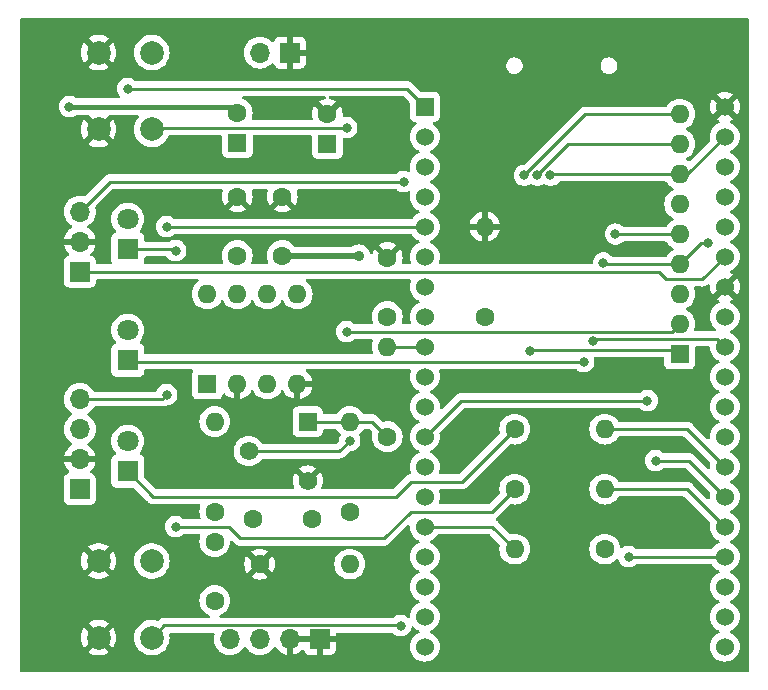
<source format=gbr>
%TF.GenerationSoftware,KiCad,Pcbnew,7.0.9*%
%TF.CreationDate,2024-01-11T23:07:38-06:00*%
%TF.ProjectId,CoCo-FujiNet-Rev0,436f436f-2d46-4756-9a69-4e65742d5265,rev?*%
%TF.SameCoordinates,Original*%
%TF.FileFunction,Copper,L2,Bot*%
%TF.FilePolarity,Positive*%
%FSLAX46Y46*%
G04 Gerber Fmt 4.6, Leading zero omitted, Abs format (unit mm)*
G04 Created by KiCad (PCBNEW 7.0.9) date 2024-01-11 23:07:38*
%MOMM*%
%LPD*%
G01*
G04 APERTURE LIST*
%TA.AperFunction,ComponentPad*%
%ADD10R,1.560000X1.560000*%
%TD*%
%TA.AperFunction,ComponentPad*%
%ADD11C,1.560000*%
%TD*%
%TA.AperFunction,ComponentPad*%
%ADD12R,1.800000X1.800000*%
%TD*%
%TA.AperFunction,ComponentPad*%
%ADD13C,1.800000*%
%TD*%
%TA.AperFunction,ComponentPad*%
%ADD14R,1.700000X1.700000*%
%TD*%
%TA.AperFunction,ComponentPad*%
%ADD15O,1.700000X1.700000*%
%TD*%
%TA.AperFunction,ComponentPad*%
%ADD16R,1.600000X1.600000*%
%TD*%
%TA.AperFunction,ComponentPad*%
%ADD17O,1.600000X1.600000*%
%TD*%
%TA.AperFunction,ComponentPad*%
%ADD18C,1.600000*%
%TD*%
%TA.AperFunction,ComponentPad*%
%ADD19C,2.000000*%
%TD*%
%TA.AperFunction,ComponentPad*%
%ADD20R,1.530000X1.530000*%
%TD*%
%TA.AperFunction,ComponentPad*%
%ADD21C,1.530000*%
%TD*%
%TA.AperFunction,ViaPad*%
%ADD22C,0.800000*%
%TD*%
%TA.AperFunction,ViaPad*%
%ADD23C,0.900000*%
%TD*%
%TA.AperFunction,Conductor*%
%ADD24C,0.250000*%
%TD*%
%TA.AperFunction,Conductor*%
%ADD25C,0.400000*%
%TD*%
%TA.AperFunction,Conductor*%
%ADD26C,0.500000*%
%TD*%
G04 APERTURE END LIST*
D10*
%TO.P,RV1,1,1*%
%TO.N,/LM386_IN*%
X150114000Y-87630000D03*
D11*
%TO.P,RV1,2,2*%
%TO.N,Net-(U1-+)*%
X145114000Y-90130000D03*
%TO.P,RV1,3,3*%
%TO.N,GND*%
X150114000Y-92630000D03*
%TD*%
D12*
%TO.P,D3,1,K*%
%TO.N,Net-(D3-K)*%
X134874000Y-91821000D03*
D13*
%TO.P,D3,2,A*%
%TO.N,+3.3V*%
X134874000Y-89281000D03*
%TD*%
%TO.P,D2,2,A*%
%TO.N,+3.3V*%
X134874000Y-79883000D03*
D12*
%TO.P,D2,1,K*%
%TO.N,Net-(D2-K)*%
X134874000Y-82423000D03*
%TD*%
%TO.P,D1,1,K*%
%TO.N,Net-(D1-K)*%
X134874000Y-73025000D03*
D13*
%TO.P,D1,2,A*%
%TO.N,+3.3V*%
X134874000Y-70485000D03*
%TD*%
D14*
%TO.P,J4,1,Pin_1*%
%TO.N,GND*%
X148590000Y-56388000D03*
D15*
%TO.P,J4,2,Pin_2*%
%TO.N,/CAS_PIN4_DATAIN*%
X146050000Y-56388000D03*
%TD*%
D14*
%TO.P,J3,1,Pin_1*%
%TO.N,GND*%
X151130000Y-106045000D03*
D15*
%TO.P,J3,2,Pin_2*%
X148590000Y-106045000D03*
%TO.P,J3,3,Pin_3*%
%TO.N,/LM386_IN*%
X146050000Y-106045000D03*
%TO.P,J3,4,Pin_4*%
%TO.N,+5V*%
X143510000Y-106045000D03*
%TD*%
D14*
%TO.P,J2,1,Pin_1*%
%TO.N,+3.3V*%
X130810000Y-93345000D03*
D15*
%TO.P,J2,2,Pin_2*%
%TO.N,GND*%
X130810000Y-90805000D03*
%TO.P,J2,3,Pin_3*%
%TO.N,/CAS_PIN4_DATAIN*%
X130810000Y-88265000D03*
%TO.P,J2,4,Pin_4*%
%TO.N,/CAS_PIN3_MTR1*%
X130810000Y-85725000D03*
%TD*%
D14*
%TO.P,J1,1,Pin_1*%
%TO.N,/SER_PIN2_RX*%
X130810000Y-74930000D03*
D15*
%TO.P,J1,2,Pin_2*%
%TO.N,GND*%
X130810000Y-72390000D03*
%TO.P,J1,3,Pin_3*%
%TO.N,/SER_PIN4_TX*%
X130810000Y-69850000D03*
%TD*%
D16*
%TO.P,RN1,1,common*%
%TO.N,+3.3V*%
X181610000Y-81915000D03*
D17*
%TO.P,RN1,2,R1*%
%TO.N,/IO0_BUTTON_A*%
X181610000Y-79375000D03*
%TO.P,RN1,3,R2*%
%TO.N,/IO14{slash}SAFE_RESET*%
X181610000Y-76835000D03*
%TO.P,RN1,4,R3*%
%TO.N,/IO19{slash}SPI_MISO*%
X181610000Y-74295000D03*
%TO.P,RN1,5,R4*%
%TO.N,Net-(P1-DAT1)*%
X181610000Y-71755000D03*
%TO.P,RN1,6,R5*%
%TO.N,/IO15{slash}CD*%
X181610000Y-69215000D03*
%TO.P,RN1,7,R6*%
%TO.N,/IO23{slash}SPI_MOSI*%
X181610000Y-66675000D03*
%TO.P,RN1,8,R7*%
%TO.N,/IO5{slash}SPI_CS*%
X181610000Y-64135000D03*
%TO.P,RN1,9,R8*%
%TO.N,Net-(P1-DAT2)*%
X181610000Y-61595000D03*
%TD*%
D16*
%TO.P,C7,1*%
%TO.N,+5V*%
X151765000Y-64095000D03*
D18*
%TO.P,C7,2*%
%TO.N,GND*%
X151765000Y-61595000D03*
%TD*%
D16*
%TO.P,C2,1*%
%TO.N,Net-(C2-Pad1)*%
X144145000Y-64007380D03*
D18*
%TO.P,C2,2*%
%TO.N,/CAS_PIN4_DATAIN*%
X144145000Y-61507380D03*
%TD*%
D19*
%TO.P,SW1,1,A*%
%TO.N,/IO0_BUTTON_A*%
X136906000Y-56388000D03*
X136906000Y-62888000D03*
%TO.P,SW1,2,B*%
%TO.N,GND*%
X132406000Y-56388000D03*
X132406000Y-62888000D03*
%TD*%
D17*
%TO.P,R17,2*%
%TO.N,/LM386_IN*%
X153670000Y-87630000D03*
D18*
%TO.P,R17,1*%
%TO.N,Net-(U1-+)*%
X153670000Y-95250000D03*
%TD*%
%TO.P,C6,1*%
%TO.N,+5V*%
X147955000Y-73580000D03*
%TO.P,C6,2*%
%TO.N,GND*%
X147955000Y-68580000D03*
%TD*%
D20*
%TO.P,U2,1,3V3*%
%TO.N,+3.3V*%
X160020000Y-60970000D03*
D21*
%TO.P,U2,2,EN*%
%TO.N,unconnected-(U2-EN-Pad2)*%
X160020000Y-63510000D03*
%TO.P,U2,3,SENSOR_VP*%
%TO.N,unconnected-(U2-SENSOR_VP-Pad3)*%
X160020000Y-66050000D03*
%TO.P,U2,4,SENSOR_VN*%
%TO.N,unconnected-(U2-SENSOR_VN-Pad4)*%
X160020000Y-68590000D03*
%TO.P,U2,5,IO34*%
%TO.N,/CAS_PIN3_MTR1*%
X160020000Y-71130000D03*
%TO.P,U2,6,IO35*%
%TO.N,unconnected-(U2-IO35-Pad6)*%
X160020000Y-73670000D03*
%TO.P,U2,7,IO32*%
%TO.N,unconnected-(U2-IO32-Pad7)*%
X160020000Y-76210000D03*
%TO.P,U2,8,IO33*%
%TO.N,/SER_PIN4_TX*%
X160020000Y-78750000D03*
%TO.P,U2,9,IO25*%
%TO.N,Net-(U2-IO25)*%
X160020000Y-81290000D03*
%TO.P,U2,10,IO26*%
%TO.N,unconnected-(U2-IO26-Pad10)*%
X160020000Y-83830000D03*
%TO.P,U2,11,IO27*%
%TO.N,unconnected-(U2-IO27-Pad11)*%
X160020000Y-86370000D03*
%TO.P,U2,12,IO14*%
%TO.N,/IO14{slash}SAFE_RESET*%
X160020000Y-88910000D03*
%TO.P,U2,13,IO12*%
%TO.N,unconnected-(U2-IO12-Pad13)*%
X160020000Y-91450000D03*
%TO.P,U2,14,GND1*%
%TO.N,GND*%
X160020000Y-93990000D03*
%TO.P,U2,15,IO13*%
%TO.N,/IO13{slash}LED_BT*%
X160020000Y-96530000D03*
%TO.P,U2,16,SD2*%
%TO.N,unconnected-(U2-SD2-Pad16)*%
X160020000Y-99070000D03*
%TO.P,U2,17,SD3*%
%TO.N,unconnected-(U2-SD3-Pad17)*%
X160020000Y-101610000D03*
%TO.P,U2,18,CMD*%
%TO.N,unconnected-(U2-CMD-Pad18)*%
X160020000Y-104150000D03*
%TO.P,U2,19,EXT_5V*%
%TO.N,+5V*%
X160020000Y-106690000D03*
%TO.P,U2,20,CLK*%
%TO.N,unconnected-(U2-CLK-Pad20)*%
X185420000Y-106690000D03*
%TO.P,U2,21,SD0*%
%TO.N,unconnected-(U2-SD0-Pad21)*%
X185420000Y-104150000D03*
%TO.P,U2,22,SD1*%
%TO.N,unconnected-(U2-SD1-Pad22)*%
X185420000Y-101610000D03*
%TO.P,U2,23,IO15*%
%TO.N,/IO15{slash}CD*%
X185420000Y-99070000D03*
%TO.P,U2,24,IO2*%
%TO.N,/IO2{slash}LED_WIFI*%
X185420000Y-96530000D03*
%TO.P,U2,25,IO0*%
%TO.N,/IO0_BUTTON_A*%
X185420000Y-93990000D03*
%TO.P,U2,26,IO4*%
%TO.N,/IO4{slash}LED_BUS*%
X185420000Y-91450000D03*
%TO.P,U2,27,IO16*%
%TO.N,unconnected-(U2-IO16-Pad27)*%
X185420000Y-88910000D03*
%TO.P,U2,28,IO17*%
%TO.N,unconnected-(U2-IO17-Pad28)*%
X185420000Y-86370000D03*
%TO.P,U2,29,IO5*%
%TO.N,/IO5{slash}SPI_CS*%
X185420000Y-83830000D03*
%TO.P,U2,30,IO18*%
%TO.N,/IO18{slash}SPI_CLK*%
X185420000Y-81290000D03*
%TO.P,U2,31,IO19*%
%TO.N,/IO19{slash}SPI_MISO*%
X185420000Y-78750000D03*
%TO.P,U2,32,GND2*%
%TO.N,GND*%
X185420000Y-76210000D03*
%TO.P,U2,33,IO21*%
%TO.N,/SER_PIN2_RX*%
X185420000Y-73670000D03*
%TO.P,U2,34,RXD0*%
%TO.N,unconnected-(U2-RXD0-Pad34)*%
X185420000Y-71130000D03*
%TO.P,U2,35,TXD0*%
%TO.N,unconnected-(U2-TXD0-Pad35)*%
X185420000Y-68590000D03*
%TO.P,U2,36,IO22*%
%TO.N,unconnected-(U2-IO22-Pad36)*%
X185420000Y-66050000D03*
%TO.P,U2,37,IO23*%
%TO.N,/IO23{slash}SPI_MOSI*%
X185420000Y-63510000D03*
%TO.P,U2,38,GND3*%
%TO.N,GND*%
X185420000Y-60970000D03*
%TD*%
D18*
%TO.P,R9,1*%
%TO.N,Net-(D1-K)*%
X167640000Y-93345000D03*
D17*
%TO.P,R9,2*%
%TO.N,/IO2{slash}LED_WIFI*%
X175260000Y-93345000D03*
%TD*%
D18*
%TO.P,R7,1*%
%TO.N,GND*%
X146050000Y-99695000D03*
D17*
%TO.P,R7,2*%
%TO.N,Net-(C3-Pad2)*%
X153670000Y-99695000D03*
%TD*%
D18*
%TO.P,R11,1*%
%TO.N,Net-(D3-K)*%
X167640000Y-88265000D03*
D17*
%TO.P,R11,2*%
%TO.N,/IO4{slash}LED_BUS*%
X175260000Y-88265000D03*
%TD*%
D19*
%TO.P,SW2,2,B*%
%TO.N,GND*%
X132406000Y-105918000D03*
X132406000Y-99418000D03*
%TO.P,SW2,1,A*%
%TO.N,/IO14{slash}SAFE_RESET*%
X136906000Y-105918000D03*
X136906000Y-99418000D03*
%TD*%
D18*
%TO.P,R13,1*%
%TO.N,/CAS_PIN3_MTR1*%
X165100000Y-78740000D03*
D17*
%TO.P,R13,2*%
%TO.N,GND*%
X165100000Y-71120000D03*
%TD*%
D18*
%TO.P,C4,1*%
%TO.N,Net-(JP1-A)*%
X142240000Y-97790000D03*
%TO.P,C4,2*%
%TO.N,Net-(C4-Pad2)*%
X142240000Y-102790000D03*
%TD*%
%TO.P,C5,1*%
%TO.N,GND*%
X144145000Y-68580000D03*
%TO.P,C5,2*%
%TO.N,Net-(U1-BYPASS)*%
X144145000Y-73580000D03*
%TD*%
%TO.P,C8,1*%
%TO.N,/LM386_IN*%
X156845000Y-78740000D03*
%TO.P,C8,2*%
%TO.N,GND*%
X156845000Y-73740000D03*
%TD*%
%TO.P,R12,1*%
%TO.N,/LM386_IN*%
X156845000Y-88900000D03*
D17*
%TO.P,R12,2*%
%TO.N,Net-(U2-IO25)*%
X156845000Y-81280000D03*
%TD*%
%TO.P,R8,2*%
%TO.N,Net-(JP1-B)*%
X142240000Y-87630000D03*
D18*
%TO.P,R8,1*%
%TO.N,Net-(JP1-A)*%
X142240000Y-95250000D03*
%TD*%
%TO.P,C3,1*%
%TO.N,Net-(C2-Pad1)*%
X145455000Y-95885000D03*
%TO.P,C3,2*%
%TO.N,Net-(C3-Pad2)*%
X150455000Y-95885000D03*
%TD*%
D17*
%TO.P,U1,8,GAIN*%
%TO.N,Net-(C4-Pad2)*%
X141605000Y-76825000D03*
%TO.P,U1,7,BYPASS*%
%TO.N,Net-(U1-BYPASS)*%
X144145000Y-76825000D03*
%TO.P,U1,6,V+*%
%TO.N,+5V*%
X146685000Y-76825000D03*
%TO.P,U1,5*%
%TO.N,Net-(C2-Pad1)*%
X149225000Y-76825000D03*
%TO.P,U1,4,GND*%
%TO.N,GND*%
X149225000Y-84445000D03*
%TO.P,U1,3,+*%
%TO.N,Net-(U1-+)*%
X146685000Y-84445000D03*
%TO.P,U1,2,-*%
%TO.N,GND*%
X144145000Y-84445000D03*
D16*
%TO.P,U1,1,GAIN*%
%TO.N,Net-(JP1-B)*%
X141605000Y-84445000D03*
%TD*%
D17*
%TO.P,R10,2*%
%TO.N,/IO13{slash}LED_BT*%
X167640000Y-98425000D03*
D18*
%TO.P,R10,1*%
%TO.N,Net-(D2-K)*%
X175260000Y-98425000D03*
%TD*%
D22*
%TO.N,GND*%
X143916400Y-86614000D03*
X155829000Y-60960000D03*
X147955000Y-60833000D03*
X149555200Y-81153000D03*
X144424400Y-81483200D03*
X151638000Y-84455000D03*
X173990000Y-69392800D03*
%TO.N,/IO19{slash}SPI_MISO*%
X184022500Y-72517000D03*
%TO.N,/IO18{slash}SPI_CLK*%
X174244000Y-80772000D03*
%TO.N,/IO19{slash}SPI_MISO*%
X175133000Y-74205500D03*
%TO.N,Net-(P1-DAT1)*%
X176149000Y-71755000D03*
%TO.N,/IO23{slash}SPI_MOSI*%
X170662600Y-66776600D03*
%TO.N,/IO5{slash}SPI_CS*%
X169545000Y-66776600D03*
%TO.N,Net-(P1-DAT2)*%
X168452800Y-66776600D03*
%TO.N,GND*%
X170942000Y-73025000D03*
D23*
%TO.N,+5V*%
X154432000Y-73580000D03*
D22*
%TO.N,+3.3V*%
X134874000Y-59436000D03*
%TO.N,/SER_PIN4_TX*%
X158242000Y-67310000D03*
%TO.N,/CAS_PIN4_DATAIN*%
X129921000Y-60960000D03*
%TO.N,/CAS_PIN3_MTR1*%
X138176000Y-71120000D03*
X138176000Y-85344000D03*
%TO.N,/IO0_BUTTON_A*%
X153416000Y-62738000D03*
X153416000Y-80010000D03*
%TO.N,+3.3V*%
X168910000Y-81661000D03*
%TO.N,/IO14{slash}SAFE_RESET*%
X178853500Y-85852000D03*
%TO.N,/IO0_BUTTON_A*%
X179578000Y-90932000D03*
%TO.N,/IO15{slash}CD*%
X177292000Y-99060000D03*
%TO.N,Net-(D1-K)*%
X138938000Y-73152000D03*
X138938000Y-96520000D03*
%TO.N,Net-(D2-K)*%
X173482000Y-82550000D03*
%TO.N,Net-(U1-+)*%
X153670000Y-89255600D03*
%TO.N,/IO14{slash}SAFE_RESET*%
X157988000Y-104902000D03*
%TD*%
D24*
%TO.N,/IO18{slash}SPI_CLK*%
X184749600Y-80619600D02*
X185420000Y-81290000D01*
X174396400Y-80619600D02*
X184749600Y-80619600D01*
X174244000Y-80772000D02*
X174396400Y-80619600D01*
%TO.N,/CAS_PIN3_MTR1*%
X138176000Y-85344000D02*
X137795000Y-85725000D01*
X137795000Y-85725000D02*
X130810000Y-85725000D01*
%TO.N,Net-(U1-+)*%
X152795600Y-90130000D02*
X145114000Y-90130000D01*
X153670000Y-89255600D02*
X152795600Y-90130000D01*
%TO.N,+3.3V*%
X169037000Y-81534000D02*
X181229000Y-81534000D01*
X181229000Y-81534000D02*
X181610000Y-81915000D01*
X168910000Y-81661000D02*
X169037000Y-81534000D01*
X158486000Y-59436000D02*
X160020000Y-60970000D01*
X134874000Y-59436000D02*
X158486000Y-59436000D01*
%TO.N,Net-(D1-K)*%
X165735000Y-95250000D02*
X167640000Y-93345000D01*
X158826200Y-95250000D02*
X165735000Y-95250000D01*
X144399000Y-97510600D02*
X156565600Y-97510600D01*
X138938000Y-96520000D02*
X143408400Y-96520000D01*
X143408400Y-96520000D02*
X144399000Y-97510600D01*
X156565600Y-97510600D02*
X158826200Y-95250000D01*
%TO.N,Net-(D3-K)*%
X158826200Y-92710000D02*
X163195000Y-92710000D01*
X137033000Y-93980000D02*
X157556200Y-93980000D01*
X157556200Y-93980000D02*
X158826200Y-92710000D01*
X163195000Y-92710000D02*
X167640000Y-88265000D01*
X134874000Y-91821000D02*
X137033000Y-93980000D01*
%TO.N,/IO23{slash}SPI_MOSI*%
X182255000Y-66675000D02*
X185420000Y-63510000D01*
X181610000Y-66675000D02*
X182255000Y-66675000D01*
X170764200Y-66675000D02*
X181610000Y-66675000D01*
X170662600Y-66776600D02*
X170764200Y-66675000D01*
%TO.N,/IO5{slash}SPI_CS*%
X172186600Y-64135000D02*
X181610000Y-64135000D01*
X169545000Y-66776600D02*
X172186600Y-64135000D01*
%TO.N,Net-(P1-DAT2)*%
X168452800Y-66751200D02*
X173609000Y-61595000D01*
X173609000Y-61595000D02*
X181610000Y-61595000D01*
X168452800Y-66776600D02*
X168452800Y-66751200D01*
D25*
%TO.N,/CAS_PIN4_DATAIN*%
X143597620Y-60960000D02*
X144145000Y-61507380D01*
X129921000Y-60960000D02*
X143597620Y-60960000D01*
D24*
%TO.N,/IO19{slash}SPI_MISO*%
X184022500Y-72517000D02*
X183388000Y-72517000D01*
X183388000Y-72517000D02*
X181610000Y-74295000D01*
X175222500Y-74295000D02*
X181610000Y-74295000D01*
X175133000Y-74205500D02*
X175222500Y-74295000D01*
%TO.N,Net-(P1-DAT1)*%
X176149000Y-71755000D02*
X181610000Y-71755000D01*
%TO.N,/SER_PIN2_RX*%
X183525000Y-75565000D02*
X185420000Y-73670000D01*
X180467000Y-75565000D02*
X183525000Y-75565000D01*
X179832000Y-74930000D02*
X180467000Y-75565000D01*
X130810000Y-74930000D02*
X179832000Y-74930000D01*
%TO.N,/SER_PIN4_TX*%
X133350000Y-67310000D02*
X130810000Y-69850000D01*
X158242000Y-67310000D02*
X133350000Y-67310000D01*
%TO.N,/IO0_BUTTON_A*%
X180975000Y-80010000D02*
X181610000Y-79375000D01*
X153416000Y-80010000D02*
X180975000Y-80010000D01*
%TO.N,Net-(D2-K)*%
X134874000Y-82423000D02*
X135001000Y-82550000D01*
X135001000Y-82550000D02*
X173482000Y-82550000D01*
D26*
%TO.N,+5V*%
X154432000Y-73580000D02*
X147955000Y-73580000D01*
D24*
%TO.N,/IO0_BUTTON_A*%
X153416000Y-62738000D02*
X137056000Y-62738000D01*
X137056000Y-62738000D02*
X136906000Y-62888000D01*
%TO.N,/CAS_PIN3_MTR1*%
X138186000Y-71130000D02*
X138176000Y-71120000D01*
X160020000Y-71130000D02*
X138186000Y-71130000D01*
%TO.N,/IO14{slash}SAFE_RESET*%
X163078000Y-85852000D02*
X178853500Y-85852000D01*
X160020000Y-88910000D02*
X163078000Y-85852000D01*
%TO.N,/IO0_BUTTON_A*%
X182362000Y-90932000D02*
X179578000Y-90932000D01*
X185420000Y-93990000D02*
X182362000Y-90932000D01*
%TO.N,/IO15{slash}CD*%
X177302000Y-99070000D02*
X177292000Y-99060000D01*
X185420000Y-99070000D02*
X177302000Y-99070000D01*
%TO.N,Net-(D1-K)*%
X138811000Y-73025000D02*
X138938000Y-73152000D01*
X134874000Y-73025000D02*
X138811000Y-73025000D01*
%TO.N,/IO14{slash}SAFE_RESET*%
X137954000Y-104870000D02*
X157956000Y-104870000D01*
X157956000Y-104870000D02*
X157988000Y-104902000D01*
X136906000Y-105918000D02*
X137954000Y-104870000D01*
%TO.N,/IO13{slash}LED_BT*%
X165745000Y-96530000D02*
X167640000Y-98425000D01*
X160020000Y-96530000D02*
X165745000Y-96530000D01*
%TO.N,/IO2{slash}LED_WIFI*%
X182235000Y-93345000D02*
X175260000Y-93345000D01*
X185420000Y-96530000D02*
X182235000Y-93345000D01*
%TO.N,/IO4{slash}LED_BUS*%
X182235000Y-88265000D02*
X175260000Y-88265000D01*
X185420000Y-91450000D02*
X182235000Y-88265000D01*
%TO.N,Net-(U2-IO25)*%
X160010000Y-81280000D02*
X160020000Y-81290000D01*
X156845000Y-81280000D02*
X160010000Y-81280000D01*
%TO.N,/LM386_IN*%
X156845000Y-88900000D02*
X155575000Y-87630000D01*
X155575000Y-87630000D02*
X153670000Y-87630000D01*
X150114000Y-87630000D02*
X153670000Y-87630000D01*
%TD*%
%TA.AperFunction,Conductor*%
%TO.N,GND*%
G36*
X150670507Y-105835156D02*
G01*
X150630000Y-105973111D01*
X150630000Y-106116889D01*
X150670507Y-106254844D01*
X150696314Y-106295000D01*
X149023686Y-106295000D01*
X149049493Y-106254844D01*
X149090000Y-106116889D01*
X149090000Y-105973111D01*
X149049493Y-105835156D01*
X149023686Y-105795000D01*
X150696314Y-105795000D01*
X150670507Y-105835156D01*
G37*
%TD.AperFunction*%
%TA.AperFunction,Conductor*%
G36*
X184094368Y-76014099D02*
G01*
X184143060Y-76064207D01*
X184156932Y-76132686D01*
X184156915Y-76132875D01*
X184150168Y-76209997D01*
X184150168Y-76210000D01*
X184169459Y-76430499D01*
X184169461Y-76430509D01*
X184226745Y-76644300D01*
X184226749Y-76644309D01*
X184320295Y-76844919D01*
X184366103Y-76910341D01*
X184366104Y-76910342D01*
X184928866Y-76347579D01*
X184951318Y-76424040D01*
X185030605Y-76547413D01*
X185141438Y-76643451D01*
X185274839Y-76704373D01*
X185278633Y-76704918D01*
X184719656Y-77263894D01*
X184785083Y-77309706D01*
X184785085Y-77309707D01*
X184908683Y-77367342D01*
X184961122Y-77413514D01*
X184980274Y-77480708D01*
X184960058Y-77547589D01*
X184908683Y-77592106D01*
X184784833Y-77649857D01*
X184603444Y-77776868D01*
X184446868Y-77933444D01*
X184319857Y-78114834D01*
X184319856Y-78114836D01*
X184226279Y-78315513D01*
X184226275Y-78315524D01*
X184168965Y-78529407D01*
X184168964Y-78529414D01*
X184149666Y-78749998D01*
X184149666Y-78750001D01*
X184168964Y-78970585D01*
X184168965Y-78970592D01*
X184226275Y-79184475D01*
X184226279Y-79184486D01*
X184316215Y-79377355D01*
X184319858Y-79385167D01*
X184348940Y-79426700D01*
X184446868Y-79566555D01*
X184603441Y-79723128D01*
X184603451Y-79723137D01*
X184668273Y-79768526D01*
X184711898Y-79823103D01*
X184719090Y-79892601D01*
X184687568Y-79954956D01*
X184627338Y-79990369D01*
X184597149Y-79994100D01*
X182950893Y-79994100D01*
X182883854Y-79974415D01*
X182838099Y-79921611D01*
X182828155Y-79852453D01*
X182835771Y-79826898D01*
X182834889Y-79826577D01*
X182836734Y-79821504D01*
X182836739Y-79821496D01*
X182895635Y-79601692D01*
X182915468Y-79375000D01*
X182895635Y-79148308D01*
X182836739Y-78928504D01*
X182740568Y-78722266D01*
X182610047Y-78535861D01*
X182610045Y-78535858D01*
X182449141Y-78374954D01*
X182262734Y-78244432D01*
X182262728Y-78244429D01*
X182204725Y-78217382D01*
X182152285Y-78171210D01*
X182133133Y-78104017D01*
X182153348Y-78037135D01*
X182204725Y-77992618D01*
X182262734Y-77965568D01*
X182449139Y-77835047D01*
X182610047Y-77674139D01*
X182740568Y-77487734D01*
X182836739Y-77281496D01*
X182895635Y-77061692D01*
X182915468Y-76835000D01*
X182895635Y-76608308D01*
X182836739Y-76388504D01*
X182826666Y-76366904D01*
X182816175Y-76297827D01*
X182844695Y-76234043D01*
X182903171Y-76195804D01*
X182939049Y-76190500D01*
X183442257Y-76190500D01*
X183457877Y-76192224D01*
X183457904Y-76191939D01*
X183465660Y-76192671D01*
X183465667Y-76192673D01*
X183534814Y-76190500D01*
X183564350Y-76190500D01*
X183571228Y-76189630D01*
X183577041Y-76189172D01*
X183623627Y-76187709D01*
X183642869Y-76182117D01*
X183661912Y-76178174D01*
X183681792Y-76175664D01*
X183725122Y-76158507D01*
X183730646Y-76156617D01*
X183734396Y-76155527D01*
X183775390Y-76143618D01*
X183792629Y-76133422D01*
X183810103Y-76124862D01*
X183828727Y-76117488D01*
X183828727Y-76117487D01*
X183828732Y-76117486D01*
X183866449Y-76090082D01*
X183871305Y-76086892D01*
X183911420Y-76063170D01*
X183925589Y-76048999D01*
X183940373Y-76036373D01*
X183956587Y-76024594D01*
X183956587Y-76024593D01*
X183960507Y-76021746D01*
X184026315Y-75998270D01*
X184094368Y-76014099D01*
G37*
%TD.AperFunction*%
%TA.AperFunction,Conductor*%
G36*
X142883542Y-67955185D02*
G01*
X142929297Y-68007989D01*
X142939241Y-68077147D01*
X142928885Y-68111906D01*
X142918732Y-68133678D01*
X142918730Y-68133682D01*
X142859860Y-68353389D01*
X142859858Y-68353400D01*
X142840034Y-68579997D01*
X142840034Y-68580002D01*
X142859858Y-68806599D01*
X142859860Y-68806610D01*
X142918730Y-69026317D01*
X142918734Y-69026326D01*
X143014865Y-69232481D01*
X143014866Y-69232483D01*
X143065973Y-69305471D01*
X143065973Y-69305472D01*
X143747045Y-68624399D01*
X143759835Y-68705148D01*
X143817359Y-68818045D01*
X143906955Y-68907641D01*
X144019852Y-68965165D01*
X144100599Y-68977953D01*
X143419526Y-69659025D01*
X143419526Y-69659026D01*
X143492512Y-69710131D01*
X143492516Y-69710133D01*
X143698673Y-69806265D01*
X143698682Y-69806269D01*
X143918389Y-69865139D01*
X143918400Y-69865141D01*
X144144998Y-69884966D01*
X144145002Y-69884966D01*
X144371599Y-69865141D01*
X144371610Y-69865139D01*
X144591317Y-69806269D01*
X144591331Y-69806264D01*
X144797478Y-69710136D01*
X144870472Y-69659025D01*
X144189401Y-68977953D01*
X144270148Y-68965165D01*
X144383045Y-68907641D01*
X144472641Y-68818045D01*
X144530165Y-68705148D01*
X144542953Y-68624400D01*
X145224025Y-69305472D01*
X145275136Y-69232478D01*
X145371264Y-69026331D01*
X145371269Y-69026317D01*
X145430139Y-68806610D01*
X145430141Y-68806599D01*
X145449966Y-68580002D01*
X145449966Y-68579997D01*
X145430141Y-68353400D01*
X145430139Y-68353389D01*
X145371269Y-68133682D01*
X145371267Y-68133678D01*
X145361115Y-68111906D01*
X145350623Y-68042828D01*
X145379142Y-67979044D01*
X145437618Y-67940804D01*
X145473497Y-67935500D01*
X146626503Y-67935500D01*
X146693542Y-67955185D01*
X146739297Y-68007989D01*
X146749241Y-68077147D01*
X146738885Y-68111906D01*
X146728732Y-68133678D01*
X146728730Y-68133682D01*
X146669860Y-68353389D01*
X146669858Y-68353400D01*
X146650034Y-68579997D01*
X146650034Y-68580002D01*
X146669858Y-68806599D01*
X146669860Y-68806610D01*
X146728730Y-69026317D01*
X146728734Y-69026326D01*
X146824865Y-69232481D01*
X146824866Y-69232483D01*
X146875973Y-69305471D01*
X146875973Y-69305472D01*
X147557045Y-68624399D01*
X147569835Y-68705148D01*
X147627359Y-68818045D01*
X147716955Y-68907641D01*
X147829852Y-68965165D01*
X147910599Y-68977953D01*
X147229526Y-69659025D01*
X147229526Y-69659026D01*
X147302512Y-69710131D01*
X147302516Y-69710133D01*
X147508673Y-69806265D01*
X147508682Y-69806269D01*
X147728389Y-69865139D01*
X147728400Y-69865141D01*
X147954998Y-69884966D01*
X147955002Y-69884966D01*
X148181599Y-69865141D01*
X148181610Y-69865139D01*
X148401317Y-69806269D01*
X148401331Y-69806264D01*
X148607478Y-69710136D01*
X148680472Y-69659025D01*
X147999401Y-68977953D01*
X148080148Y-68965165D01*
X148193045Y-68907641D01*
X148282641Y-68818045D01*
X148340165Y-68705148D01*
X148352953Y-68624400D01*
X149034025Y-69305472D01*
X149085136Y-69232478D01*
X149181264Y-69026331D01*
X149181269Y-69026317D01*
X149240139Y-68806610D01*
X149240141Y-68806599D01*
X149259966Y-68580002D01*
X149259966Y-68579997D01*
X149240141Y-68353400D01*
X149240139Y-68353389D01*
X149181269Y-68133682D01*
X149181267Y-68133678D01*
X149171115Y-68111906D01*
X149160623Y-68042828D01*
X149189142Y-67979044D01*
X149247618Y-67940804D01*
X149283497Y-67935500D01*
X157538252Y-67935500D01*
X157605291Y-67955185D01*
X157630400Y-67976526D01*
X157636126Y-67982885D01*
X157636130Y-67982889D01*
X157789265Y-68094148D01*
X157789270Y-68094151D01*
X157962192Y-68171142D01*
X157962197Y-68171144D01*
X158147354Y-68210500D01*
X158147355Y-68210500D01*
X158336644Y-68210500D01*
X158336646Y-68210500D01*
X158521803Y-68171144D01*
X158625273Y-68125075D01*
X158694519Y-68115790D01*
X158757796Y-68145418D01*
X158795010Y-68204552D01*
X158795481Y-68270448D01*
X158768966Y-68369403D01*
X158768964Y-68369414D01*
X158749666Y-68589998D01*
X158749666Y-68590001D01*
X158768964Y-68810585D01*
X158768965Y-68810592D01*
X158826275Y-69024475D01*
X158826279Y-69024486D01*
X158919856Y-69225163D01*
X158919858Y-69225167D01*
X159046868Y-69406555D01*
X159203445Y-69563132D01*
X159384833Y-69690142D01*
X159427711Y-69710136D01*
X159508091Y-69747618D01*
X159560531Y-69793790D01*
X159579683Y-69860983D01*
X159559467Y-69927865D01*
X159508091Y-69972382D01*
X159384836Y-70029856D01*
X159384834Y-70029857D01*
X159203444Y-70156868D01*
X159046868Y-70313444D01*
X159005434Y-70372618D01*
X158950112Y-70451625D01*
X158895537Y-70495249D01*
X158848539Y-70504500D01*
X138888752Y-70504500D01*
X138821713Y-70484815D01*
X138796603Y-70463473D01*
X138781871Y-70447112D01*
X138781864Y-70447106D01*
X138628734Y-70335851D01*
X138628729Y-70335848D01*
X138455807Y-70258857D01*
X138455802Y-70258855D01*
X138310001Y-70227865D01*
X138270646Y-70219500D01*
X138081354Y-70219500D01*
X138048897Y-70226398D01*
X137896197Y-70258855D01*
X137896192Y-70258857D01*
X137723270Y-70335848D01*
X137723265Y-70335851D01*
X137570129Y-70447111D01*
X137443466Y-70587785D01*
X137348821Y-70751715D01*
X137348818Y-70751722D01*
X137290327Y-70931740D01*
X137290326Y-70931744D01*
X137270540Y-71120000D01*
X137290326Y-71308256D01*
X137290327Y-71308259D01*
X137348818Y-71488277D01*
X137348821Y-71488284D01*
X137443467Y-71652216D01*
X137536465Y-71755500D01*
X137570129Y-71792888D01*
X137723265Y-71904148D01*
X137723270Y-71904151D01*
X137896192Y-71981142D01*
X137896197Y-71981144D01*
X138081354Y-72020500D01*
X138081355Y-72020500D01*
X138270644Y-72020500D01*
X138270646Y-72020500D01*
X138455803Y-71981144D01*
X138628730Y-71904151D01*
X138781871Y-71792888D01*
X138781874Y-71792883D01*
X138786701Y-71788539D01*
X138788432Y-71790461D01*
X138838104Y-71759873D01*
X138870744Y-71755500D01*
X158848539Y-71755500D01*
X158915578Y-71775185D01*
X158950112Y-71808374D01*
X159046868Y-71946555D01*
X159203445Y-72103132D01*
X159384833Y-72230142D01*
X159430636Y-72251500D01*
X159508091Y-72287618D01*
X159560531Y-72333790D01*
X159579683Y-72400983D01*
X159559467Y-72467865D01*
X159508091Y-72512382D01*
X159384836Y-72569856D01*
X159384834Y-72569857D01*
X159203444Y-72696868D01*
X159046868Y-72853444D01*
X158919857Y-73034834D01*
X158919856Y-73034836D01*
X158826279Y-73235513D01*
X158826275Y-73235524D01*
X158768965Y-73449407D01*
X158768964Y-73449414D01*
X158749666Y-73669998D01*
X158749666Y-73670001D01*
X158768964Y-73890585D01*
X158768965Y-73890592D01*
X158826275Y-74104475D01*
X158826276Y-74104477D01*
X158826277Y-74104480D01*
X158837289Y-74128095D01*
X158847781Y-74197173D01*
X158819261Y-74260957D01*
X158760785Y-74299196D01*
X158724907Y-74304500D01*
X158201202Y-74304500D01*
X158134163Y-74284815D01*
X158088408Y-74232011D01*
X158078464Y-74162853D01*
X158081427Y-74148406D01*
X158130140Y-73966606D01*
X158130141Y-73966599D01*
X158149966Y-73740002D01*
X158149966Y-73739997D01*
X158130141Y-73513400D01*
X158130139Y-73513389D01*
X158071269Y-73293682D01*
X158071265Y-73293673D01*
X157975133Y-73087516D01*
X157975131Y-73087512D01*
X157924025Y-73014526D01*
X157242953Y-73695598D01*
X157230165Y-73614852D01*
X157172641Y-73501955D01*
X157083045Y-73412359D01*
X156970148Y-73354835D01*
X156889400Y-73342046D01*
X157570472Y-72660974D01*
X157570471Y-72660973D01*
X157497483Y-72609866D01*
X157497481Y-72609865D01*
X157291326Y-72513734D01*
X157291317Y-72513730D01*
X157071610Y-72454860D01*
X157071599Y-72454858D01*
X156845002Y-72435034D01*
X156844998Y-72435034D01*
X156618400Y-72454858D01*
X156618389Y-72454860D01*
X156398682Y-72513730D01*
X156398673Y-72513734D01*
X156192513Y-72609868D01*
X156119527Y-72660972D01*
X156119526Y-72660973D01*
X156800600Y-73342046D01*
X156719852Y-73354835D01*
X156606955Y-73412359D01*
X156517359Y-73501955D01*
X156459835Y-73614852D01*
X156447046Y-73695600D01*
X155765973Y-73014527D01*
X155714868Y-73087513D01*
X155618734Y-73293673D01*
X155618728Y-73293688D01*
X155599642Y-73364917D01*
X155563277Y-73424577D01*
X155500430Y-73455105D01*
X155431054Y-73446810D01*
X155377177Y-73402324D01*
X155361210Y-73368823D01*
X155314396Y-73214499D01*
X155314394Y-73214496D01*
X155314394Y-73214494D01*
X155226137Y-73049376D01*
X155226135Y-73049373D01*
X155107357Y-72904642D01*
X154962626Y-72785864D01*
X154962623Y-72785862D01*
X154797502Y-72697604D01*
X154618333Y-72643253D01*
X154618331Y-72643252D01*
X154432000Y-72624901D01*
X154245668Y-72643252D01*
X154245666Y-72643253D01*
X154066497Y-72697604D01*
X153901380Y-72785860D01*
X153901378Y-72785861D01*
X153893732Y-72792136D01*
X153882502Y-72801352D01*
X153818194Y-72828666D01*
X153803837Y-72829500D01*
X149081663Y-72829500D01*
X149014624Y-72809815D01*
X148980088Y-72776623D01*
X148955045Y-72740858D01*
X148794141Y-72579954D01*
X148607734Y-72449432D01*
X148607732Y-72449431D01*
X148401497Y-72353261D01*
X148401488Y-72353258D01*
X148181697Y-72294366D01*
X148181693Y-72294365D01*
X148181692Y-72294365D01*
X148181691Y-72294364D01*
X148181686Y-72294364D01*
X147955002Y-72274532D01*
X147954998Y-72274532D01*
X147728313Y-72294364D01*
X147728302Y-72294366D01*
X147508511Y-72353258D01*
X147508502Y-72353261D01*
X147302267Y-72449431D01*
X147302265Y-72449432D01*
X147115858Y-72579954D01*
X146954954Y-72740858D01*
X146824432Y-72927265D01*
X146824431Y-72927267D01*
X146728261Y-73133502D01*
X146728258Y-73133511D01*
X146669366Y-73353302D01*
X146669364Y-73353313D01*
X146649532Y-73579998D01*
X146649532Y-73580001D01*
X146669364Y-73806686D01*
X146669366Y-73806697D01*
X146728258Y-74026488D01*
X146728261Y-74026497D01*
X146731934Y-74034373D01*
X146774271Y-74125165D01*
X146775638Y-74128095D01*
X146786130Y-74197172D01*
X146757610Y-74260956D01*
X146699134Y-74299196D01*
X146663256Y-74304500D01*
X145436744Y-74304500D01*
X145369705Y-74284815D01*
X145323950Y-74232011D01*
X145314006Y-74162853D01*
X145324362Y-74128095D01*
X145371739Y-74026496D01*
X145430635Y-73806692D01*
X145450468Y-73580000D01*
X145450424Y-73579501D01*
X145442593Y-73489989D01*
X145430635Y-73353308D01*
X145371739Y-73133504D01*
X145275568Y-72927266D01*
X145145047Y-72740861D01*
X145145045Y-72740858D01*
X144984141Y-72579954D01*
X144797734Y-72449432D01*
X144797732Y-72449431D01*
X144591497Y-72353261D01*
X144591488Y-72353258D01*
X144371697Y-72294366D01*
X144371693Y-72294365D01*
X144371692Y-72294365D01*
X144371691Y-72294364D01*
X144371686Y-72294364D01*
X144145002Y-72274532D01*
X144144998Y-72274532D01*
X143918313Y-72294364D01*
X143918302Y-72294366D01*
X143698511Y-72353258D01*
X143698502Y-72353261D01*
X143492267Y-72449431D01*
X143492265Y-72449432D01*
X143305858Y-72579954D01*
X143144954Y-72740858D01*
X143014432Y-72927265D01*
X143014431Y-72927267D01*
X142918261Y-73133502D01*
X142918258Y-73133511D01*
X142859366Y-73353302D01*
X142859364Y-73353313D01*
X142839532Y-73579998D01*
X142839532Y-73580001D01*
X142859364Y-73806686D01*
X142859366Y-73806697D01*
X142918258Y-74026488D01*
X142918261Y-74026497D01*
X142921934Y-74034373D01*
X142964271Y-74125165D01*
X142965638Y-74128095D01*
X142976130Y-74197172D01*
X142947610Y-74260956D01*
X142889134Y-74299196D01*
X142853256Y-74304500D01*
X136345229Y-74304500D01*
X136278190Y-74284815D01*
X136232435Y-74232011D01*
X136222491Y-74162853D01*
X136229047Y-74137167D01*
X136268091Y-74032482D01*
X136268130Y-74032116D01*
X136274500Y-73972873D01*
X136274500Y-73774500D01*
X136294185Y-73707461D01*
X136346989Y-73661706D01*
X136398500Y-73650500D01*
X138119901Y-73650500D01*
X138186940Y-73670185D01*
X138212051Y-73691528D01*
X138332129Y-73824888D01*
X138485265Y-73936148D01*
X138485270Y-73936151D01*
X138658192Y-74013142D01*
X138658197Y-74013144D01*
X138843354Y-74052500D01*
X138843355Y-74052500D01*
X139032644Y-74052500D01*
X139032646Y-74052500D01*
X139217803Y-74013144D01*
X139390730Y-73936151D01*
X139543871Y-73824888D01*
X139670533Y-73684216D01*
X139765179Y-73520284D01*
X139823674Y-73340256D01*
X139843460Y-73152000D01*
X139823674Y-72963744D01*
X139765179Y-72783716D01*
X139670533Y-72619784D01*
X139543871Y-72479112D01*
X139526113Y-72466210D01*
X139390734Y-72367851D01*
X139390729Y-72367848D01*
X139217807Y-72290857D01*
X139217802Y-72290855D01*
X139072001Y-72259865D01*
X139032646Y-72251500D01*
X138843354Y-72251500D01*
X138810897Y-72258398D01*
X138658197Y-72290855D01*
X138658192Y-72290857D01*
X138485270Y-72367848D01*
X138474302Y-72375818D01*
X138408496Y-72399298D01*
X138401416Y-72399500D01*
X136398499Y-72399500D01*
X136331460Y-72379815D01*
X136285705Y-72327011D01*
X136274499Y-72275500D01*
X136274499Y-72077129D01*
X136274498Y-72077123D01*
X136274497Y-72077116D01*
X136268091Y-72017517D01*
X136249380Y-71967351D01*
X136217797Y-71882671D01*
X136217793Y-71882664D01*
X136131547Y-71767455D01*
X136131544Y-71767452D01*
X136016335Y-71681206D01*
X136016328Y-71681202D01*
X135936094Y-71651277D01*
X135880160Y-71609406D01*
X135855743Y-71543941D01*
X135870595Y-71475668D01*
X135888190Y-71451121D01*
X135982979Y-71348153D01*
X136109924Y-71153849D01*
X136203157Y-70941300D01*
X136260134Y-70716305D01*
X136261856Y-70695524D01*
X136279300Y-70485006D01*
X136279300Y-70484993D01*
X136260135Y-70253702D01*
X136260133Y-70253691D01*
X136203157Y-70028699D01*
X136109924Y-69816151D01*
X135982983Y-69621852D01*
X135982980Y-69621849D01*
X135982979Y-69621847D01*
X135825784Y-69451087D01*
X135825779Y-69451083D01*
X135825777Y-69451081D01*
X135642634Y-69308535D01*
X135642628Y-69308531D01*
X135438504Y-69198064D01*
X135438495Y-69198061D01*
X135218984Y-69122702D01*
X135047282Y-69094050D01*
X134990049Y-69084500D01*
X134757951Y-69084500D01*
X134712164Y-69092140D01*
X134529015Y-69122702D01*
X134309504Y-69198061D01*
X134309495Y-69198064D01*
X134105371Y-69308531D01*
X134105365Y-69308535D01*
X133922222Y-69451081D01*
X133922219Y-69451084D01*
X133765016Y-69621852D01*
X133638075Y-69816151D01*
X133544842Y-70028699D01*
X133487866Y-70253691D01*
X133487864Y-70253702D01*
X133468700Y-70484993D01*
X133468700Y-70485006D01*
X133487864Y-70716297D01*
X133487866Y-70716308D01*
X133544842Y-70941300D01*
X133638075Y-71153848D01*
X133765016Y-71348147D01*
X133765019Y-71348151D01*
X133765021Y-71348153D01*
X133859803Y-71451114D01*
X133890724Y-71513767D01*
X133882864Y-71583193D01*
X133838716Y-71637348D01*
X133811906Y-71651277D01*
X133731669Y-71681203D01*
X133731664Y-71681206D01*
X133616455Y-71767452D01*
X133616452Y-71767455D01*
X133530206Y-71882664D01*
X133530202Y-71882671D01*
X133479908Y-72017517D01*
X133475620Y-72057406D01*
X133473501Y-72077123D01*
X133473500Y-72077135D01*
X133473500Y-73972870D01*
X133473501Y-73972876D01*
X133479908Y-74032483D01*
X133518953Y-74137167D01*
X133523937Y-74206859D01*
X133490452Y-74268182D01*
X133429128Y-74301666D01*
X133402771Y-74304500D01*
X132284499Y-74304500D01*
X132217460Y-74284815D01*
X132171705Y-74232011D01*
X132160499Y-74180500D01*
X132160499Y-74032129D01*
X132160498Y-74032123D01*
X132160497Y-74032116D01*
X132154091Y-73972517D01*
X132151886Y-73966606D01*
X132103797Y-73837671D01*
X132103793Y-73837664D01*
X132017547Y-73722455D01*
X132017544Y-73722452D01*
X131902335Y-73636206D01*
X131902328Y-73636202D01*
X131770401Y-73586997D01*
X131714467Y-73545126D01*
X131690050Y-73479662D01*
X131704902Y-73411389D01*
X131726053Y-73383133D01*
X131848108Y-73261078D01*
X131983600Y-73067578D01*
X132083429Y-72853492D01*
X132083432Y-72853486D01*
X132140636Y-72640000D01*
X131243686Y-72640000D01*
X131269493Y-72599844D01*
X131310000Y-72461889D01*
X131310000Y-72318111D01*
X131269493Y-72180156D01*
X131243686Y-72140000D01*
X132140636Y-72140000D01*
X132140635Y-72139999D01*
X132083432Y-71926513D01*
X132083429Y-71926507D01*
X131983600Y-71712422D01*
X131983599Y-71712420D01*
X131848113Y-71518926D01*
X131848108Y-71518920D01*
X131681078Y-71351890D01*
X131495405Y-71221879D01*
X131451780Y-71167302D01*
X131444588Y-71097804D01*
X131476110Y-71035449D01*
X131495406Y-71018730D01*
X131681401Y-70888495D01*
X131848495Y-70721401D01*
X131984035Y-70527830D01*
X132083903Y-70313663D01*
X132145063Y-70085408D01*
X132165659Y-69850000D01*
X132145063Y-69614592D01*
X132118143Y-69514125D01*
X132119806Y-69444276D01*
X132150235Y-69394353D01*
X133572772Y-67971819D01*
X133634095Y-67938334D01*
X133660453Y-67935500D01*
X142816503Y-67935500D01*
X142883542Y-67955185D01*
G37*
%TD.AperFunction*%
%TA.AperFunction,Conductor*%
G36*
X151604126Y-60081185D02*
G01*
X151649881Y-60133989D01*
X151659825Y-60203147D01*
X151630800Y-60266703D01*
X151572022Y-60304477D01*
X151547895Y-60309028D01*
X151538399Y-60309858D01*
X151538389Y-60309860D01*
X151318682Y-60368730D01*
X151318673Y-60368734D01*
X151112513Y-60464868D01*
X151039527Y-60515972D01*
X151039526Y-60515973D01*
X151720600Y-61197046D01*
X151639852Y-61209835D01*
X151526955Y-61267359D01*
X151437359Y-61356955D01*
X151379835Y-61469852D01*
X151367046Y-61550600D01*
X150685973Y-60869527D01*
X150634868Y-60942513D01*
X150538734Y-61148673D01*
X150538730Y-61148682D01*
X150479860Y-61368389D01*
X150479858Y-61368400D01*
X150460034Y-61594997D01*
X150460034Y-61595002D01*
X150479858Y-61821599D01*
X150479860Y-61821610D01*
X150515979Y-61956407D01*
X150514316Y-62026256D01*
X150475153Y-62084119D01*
X150410925Y-62111623D01*
X150396204Y-62112500D01*
X145490836Y-62112500D01*
X145423797Y-62092815D01*
X145378042Y-62040011D01*
X145368098Y-61970853D01*
X145371061Y-61956407D01*
X145392376Y-61876856D01*
X145430635Y-61734072D01*
X145450468Y-61507380D01*
X145430635Y-61280688D01*
X145371739Y-61060884D01*
X145275568Y-60854646D01*
X145145047Y-60668241D01*
X145145045Y-60668238D01*
X144984141Y-60507334D01*
X144797734Y-60376812D01*
X144797732Y-60376811D01*
X144654156Y-60309860D01*
X144628468Y-60297881D01*
X144576030Y-60251709D01*
X144556878Y-60184516D01*
X144577094Y-60117635D01*
X144630259Y-60072300D01*
X144680874Y-60061500D01*
X151537087Y-60061500D01*
X151604126Y-60081185D01*
G37*
%TD.AperFunction*%
%TA.AperFunction,Conductor*%
G36*
X187394539Y-53487185D02*
G01*
X187440294Y-53539989D01*
X187451500Y-53591500D01*
X187451500Y-108714500D01*
X187431815Y-108781539D01*
X187379011Y-108827294D01*
X187327500Y-108838500D01*
X125854500Y-108838500D01*
X125787461Y-108818815D01*
X125741706Y-108766011D01*
X125730500Y-108714500D01*
X125730500Y-105918005D01*
X130900859Y-105918005D01*
X130921385Y-106165729D01*
X130921387Y-106165738D01*
X130982412Y-106406717D01*
X131082266Y-106634364D01*
X131182564Y-106787882D01*
X131880070Y-106090376D01*
X131882884Y-106103915D01*
X131952442Y-106238156D01*
X132055638Y-106348652D01*
X132184819Y-106427209D01*
X132236002Y-106441549D01*
X131535942Y-107141609D01*
X131582768Y-107178055D01*
X131582770Y-107178056D01*
X131801385Y-107296364D01*
X131801396Y-107296369D01*
X132036506Y-107377083D01*
X132281707Y-107418000D01*
X132530293Y-107418000D01*
X132775493Y-107377083D01*
X133010603Y-107296369D01*
X133010614Y-107296364D01*
X133229228Y-107178057D01*
X133229231Y-107178055D01*
X133276056Y-107141609D01*
X132577568Y-106443121D01*
X132694458Y-106392349D01*
X132811739Y-106296934D01*
X132898928Y-106173415D01*
X132929354Y-106087802D01*
X133629434Y-106787882D01*
X133729731Y-106634369D01*
X133829587Y-106406717D01*
X133890612Y-106165738D01*
X133890614Y-106165729D01*
X133911141Y-105918005D01*
X133911141Y-105917994D01*
X133890614Y-105670270D01*
X133890612Y-105670261D01*
X133829587Y-105429282D01*
X133729731Y-105201630D01*
X133629434Y-105048116D01*
X132931929Y-105745622D01*
X132929116Y-105732085D01*
X132859558Y-105597844D01*
X132756362Y-105487348D01*
X132627181Y-105408791D01*
X132575997Y-105394450D01*
X133276057Y-104694390D01*
X133276056Y-104694389D01*
X133229229Y-104657943D01*
X133010614Y-104539635D01*
X133010603Y-104539630D01*
X132775493Y-104458916D01*
X132530293Y-104418000D01*
X132281707Y-104418000D01*
X132036506Y-104458916D01*
X131801396Y-104539630D01*
X131801390Y-104539632D01*
X131582761Y-104657949D01*
X131535942Y-104694388D01*
X131535942Y-104694390D01*
X132234431Y-105392878D01*
X132117542Y-105443651D01*
X132000261Y-105539066D01*
X131913072Y-105662585D01*
X131882645Y-105748197D01*
X131182564Y-105048116D01*
X131082267Y-105201632D01*
X130982412Y-105429282D01*
X130921387Y-105670261D01*
X130921385Y-105670270D01*
X130900859Y-105917994D01*
X130900859Y-105918005D01*
X125730500Y-105918005D01*
X125730500Y-99418005D01*
X130900859Y-99418005D01*
X130921385Y-99665729D01*
X130921387Y-99665738D01*
X130982412Y-99906717D01*
X131082266Y-100134364D01*
X131182564Y-100287882D01*
X131880070Y-99590376D01*
X131882884Y-99603915D01*
X131952442Y-99738156D01*
X132055638Y-99848652D01*
X132184819Y-99927209D01*
X132236002Y-99941549D01*
X131535942Y-100641609D01*
X131582768Y-100678055D01*
X131582770Y-100678056D01*
X131801385Y-100796364D01*
X131801396Y-100796369D01*
X132036506Y-100877083D01*
X132281707Y-100918000D01*
X132530293Y-100918000D01*
X132775493Y-100877083D01*
X133010603Y-100796369D01*
X133010614Y-100796364D01*
X133229228Y-100678057D01*
X133229231Y-100678055D01*
X133276056Y-100641609D01*
X132577568Y-99943121D01*
X132694458Y-99892349D01*
X132811739Y-99796934D01*
X132898928Y-99673415D01*
X132929354Y-99587802D01*
X133629434Y-100287882D01*
X133729731Y-100134369D01*
X133829587Y-99906717D01*
X133890612Y-99665738D01*
X133890614Y-99665729D01*
X133911141Y-99418005D01*
X135400357Y-99418005D01*
X135420890Y-99665812D01*
X135420892Y-99665824D01*
X135481936Y-99906881D01*
X135581826Y-100134606D01*
X135717833Y-100342782D01*
X135717836Y-100342785D01*
X135886256Y-100525738D01*
X136082491Y-100678474D01*
X136082493Y-100678475D01*
X136300332Y-100796364D01*
X136301190Y-100796828D01*
X136384904Y-100825567D01*
X136534964Y-100877083D01*
X136536386Y-100877571D01*
X136781665Y-100918500D01*
X137030335Y-100918500D01*
X137275614Y-100877571D01*
X137510810Y-100796828D01*
X137729509Y-100678474D01*
X137925744Y-100525738D01*
X138094164Y-100342785D01*
X138230173Y-100134607D01*
X138330063Y-99906881D01*
X138383718Y-99695002D01*
X144745034Y-99695002D01*
X144764858Y-99921599D01*
X144764860Y-99921610D01*
X144823730Y-100141317D01*
X144823734Y-100141326D01*
X144919865Y-100347481D01*
X144919866Y-100347483D01*
X144970973Y-100420471D01*
X144970974Y-100420472D01*
X145652046Y-99739399D01*
X145664835Y-99820148D01*
X145722359Y-99933045D01*
X145811955Y-100022641D01*
X145924852Y-100080165D01*
X146005599Y-100092953D01*
X145324526Y-100774025D01*
X145324526Y-100774026D01*
X145397512Y-100825131D01*
X145397516Y-100825133D01*
X145603673Y-100921265D01*
X145603682Y-100921269D01*
X145823389Y-100980139D01*
X145823400Y-100980141D01*
X146049998Y-100999966D01*
X146050002Y-100999966D01*
X146276599Y-100980141D01*
X146276610Y-100980139D01*
X146496317Y-100921269D01*
X146496331Y-100921264D01*
X146702478Y-100825136D01*
X146775472Y-100774025D01*
X146094401Y-100092953D01*
X146175148Y-100080165D01*
X146288045Y-100022641D01*
X146377641Y-99933045D01*
X146435165Y-99820148D01*
X146447953Y-99739400D01*
X147129025Y-100420472D01*
X147180136Y-100347478D01*
X147276264Y-100141331D01*
X147276269Y-100141317D01*
X147335139Y-99921610D01*
X147335141Y-99921599D01*
X147354966Y-99695002D01*
X147354966Y-99695001D01*
X152364532Y-99695001D01*
X152384364Y-99921686D01*
X152384366Y-99921697D01*
X152443258Y-100141488D01*
X152443261Y-100141497D01*
X152539431Y-100347732D01*
X152539432Y-100347734D01*
X152669954Y-100534141D01*
X152830858Y-100695045D01*
X152830861Y-100695047D01*
X153017266Y-100825568D01*
X153223504Y-100921739D01*
X153443308Y-100980635D01*
X153605230Y-100994801D01*
X153669998Y-101000468D01*
X153670000Y-101000468D01*
X153670002Y-101000468D01*
X153726673Y-100995509D01*
X153896692Y-100980635D01*
X154116496Y-100921739D01*
X154322734Y-100825568D01*
X154509139Y-100695047D01*
X154670047Y-100534139D01*
X154800568Y-100347734D01*
X154896739Y-100141496D01*
X154955635Y-99921692D01*
X154975468Y-99695000D01*
X154972915Y-99665824D01*
X154967499Y-99603915D01*
X154955635Y-99468308D01*
X154896739Y-99248504D01*
X154800568Y-99042266D01*
X154670047Y-98855861D01*
X154670045Y-98855858D01*
X154509141Y-98694954D01*
X154322734Y-98564432D01*
X154322732Y-98564431D01*
X154116497Y-98468261D01*
X154116488Y-98468258D01*
X153896697Y-98409366D01*
X153896693Y-98409365D01*
X153896692Y-98409365D01*
X153896691Y-98409364D01*
X153896686Y-98409364D01*
X153670002Y-98389532D01*
X153669998Y-98389532D01*
X153443313Y-98409364D01*
X153443302Y-98409366D01*
X153223511Y-98468258D01*
X153223502Y-98468261D01*
X153017267Y-98564431D01*
X153017265Y-98564432D01*
X152830858Y-98694954D01*
X152669954Y-98855858D01*
X152539432Y-99042265D01*
X152539431Y-99042267D01*
X152443261Y-99248502D01*
X152443258Y-99248511D01*
X152384366Y-99468302D01*
X152384364Y-99468313D01*
X152364532Y-99694998D01*
X152364532Y-99695001D01*
X147354966Y-99695001D01*
X147354966Y-99694997D01*
X147335141Y-99468400D01*
X147335139Y-99468389D01*
X147276269Y-99248682D01*
X147276265Y-99248673D01*
X147180133Y-99042516D01*
X147180131Y-99042512D01*
X147129026Y-98969526D01*
X147129025Y-98969526D01*
X146447953Y-99650598D01*
X146435165Y-99569852D01*
X146377641Y-99456955D01*
X146288045Y-99367359D01*
X146175148Y-99309835D01*
X146094400Y-99297046D01*
X146775472Y-98615974D01*
X146775471Y-98615973D01*
X146702483Y-98564866D01*
X146702481Y-98564865D01*
X146496326Y-98468734D01*
X146496317Y-98468730D01*
X146276610Y-98409860D01*
X146276599Y-98409858D01*
X146050002Y-98390034D01*
X146049998Y-98390034D01*
X145823400Y-98409858D01*
X145823389Y-98409860D01*
X145603682Y-98468730D01*
X145603673Y-98468734D01*
X145397513Y-98564868D01*
X145324527Y-98615972D01*
X145324526Y-98615973D01*
X146005600Y-99297046D01*
X145924852Y-99309835D01*
X145811955Y-99367359D01*
X145722359Y-99456955D01*
X145664835Y-99569852D01*
X145652046Y-99650599D01*
X144970973Y-98969526D01*
X144970972Y-98969527D01*
X144919868Y-99042513D01*
X144823734Y-99248673D01*
X144823730Y-99248682D01*
X144764860Y-99468389D01*
X144764858Y-99468400D01*
X144745034Y-99694997D01*
X144745034Y-99695002D01*
X138383718Y-99695002D01*
X138391108Y-99665821D01*
X138397207Y-99592216D01*
X138411643Y-99418005D01*
X138411643Y-99417994D01*
X138391109Y-99170187D01*
X138391107Y-99170175D01*
X138330063Y-98929118D01*
X138230173Y-98701393D01*
X138094166Y-98493217D01*
X138047691Y-98442732D01*
X137925744Y-98310262D01*
X137729509Y-98157526D01*
X137729507Y-98157525D01*
X137729506Y-98157524D01*
X137510811Y-98039172D01*
X137510802Y-98039169D01*
X137275616Y-97958429D01*
X137030335Y-97917500D01*
X136781665Y-97917500D01*
X136536383Y-97958429D01*
X136301197Y-98039169D01*
X136301188Y-98039172D01*
X136082493Y-98157524D01*
X135886257Y-98310261D01*
X135717833Y-98493217D01*
X135581826Y-98701393D01*
X135481936Y-98929118D01*
X135420892Y-99170175D01*
X135420890Y-99170187D01*
X135400357Y-99417994D01*
X135400357Y-99418005D01*
X133911141Y-99418005D01*
X133911141Y-99417994D01*
X133890614Y-99170270D01*
X133890612Y-99170261D01*
X133829587Y-98929282D01*
X133729731Y-98701630D01*
X133629434Y-98548116D01*
X132931929Y-99245622D01*
X132929116Y-99232085D01*
X132859558Y-99097844D01*
X132756362Y-98987348D01*
X132627181Y-98908791D01*
X132575997Y-98894450D01*
X133276057Y-98194390D01*
X133276056Y-98194389D01*
X133229229Y-98157943D01*
X133010614Y-98039635D01*
X133010603Y-98039630D01*
X132775493Y-97958916D01*
X132530293Y-97918000D01*
X132281707Y-97918000D01*
X132036506Y-97958916D01*
X131801396Y-98039630D01*
X131801390Y-98039632D01*
X131582761Y-98157949D01*
X131535942Y-98194388D01*
X131535942Y-98194390D01*
X132234431Y-98892878D01*
X132117542Y-98943651D01*
X132000261Y-99039066D01*
X131913072Y-99162585D01*
X131882645Y-99248197D01*
X131182564Y-98548116D01*
X131082267Y-98701632D01*
X130982412Y-98929282D01*
X130921387Y-99170261D01*
X130921385Y-99170270D01*
X130900859Y-99417994D01*
X130900859Y-99418005D01*
X125730500Y-99418005D01*
X125730500Y-88265000D01*
X129454341Y-88265000D01*
X129474936Y-88500403D01*
X129474938Y-88500413D01*
X129536094Y-88728655D01*
X129536096Y-88728659D01*
X129536097Y-88728663D01*
X129626312Y-88922129D01*
X129635965Y-88942830D01*
X129635967Y-88942834D01*
X129718782Y-89061105D01*
X129767437Y-89130592D01*
X129771501Y-89136395D01*
X129771506Y-89136402D01*
X129938597Y-89303493D01*
X129938603Y-89303498D01*
X130124594Y-89433730D01*
X130168219Y-89488307D01*
X130175413Y-89557805D01*
X130143890Y-89620160D01*
X130124595Y-89636880D01*
X129938922Y-89766890D01*
X129938920Y-89766891D01*
X129771891Y-89933920D01*
X129771886Y-89933926D01*
X129636400Y-90127420D01*
X129636399Y-90127422D01*
X129536570Y-90341507D01*
X129536567Y-90341513D01*
X129479364Y-90554999D01*
X129479364Y-90555000D01*
X130376314Y-90555000D01*
X130350507Y-90595156D01*
X130310000Y-90733111D01*
X130310000Y-90876889D01*
X130350507Y-91014844D01*
X130376314Y-91055000D01*
X129479364Y-91055000D01*
X129536567Y-91268486D01*
X129536570Y-91268492D01*
X129636399Y-91482578D01*
X129771894Y-91676082D01*
X129893946Y-91798134D01*
X129927431Y-91859457D01*
X129922447Y-91929149D01*
X129880575Y-91985082D01*
X129849598Y-92001997D01*
X129717671Y-92051202D01*
X129717664Y-92051206D01*
X129602455Y-92137452D01*
X129602452Y-92137455D01*
X129516206Y-92252664D01*
X129516202Y-92252671D01*
X129465908Y-92387517D01*
X129459501Y-92447116D01*
X129459501Y-92447123D01*
X129459500Y-92447135D01*
X129459500Y-94242870D01*
X129459501Y-94242876D01*
X129465908Y-94302483D01*
X129516202Y-94437328D01*
X129516206Y-94437335D01*
X129602452Y-94552544D01*
X129602455Y-94552547D01*
X129717664Y-94638793D01*
X129717671Y-94638797D01*
X129852517Y-94689091D01*
X129852516Y-94689091D01*
X129859444Y-94689835D01*
X129912127Y-94695500D01*
X131707872Y-94695499D01*
X131767483Y-94689091D01*
X131902331Y-94638796D01*
X132017546Y-94552546D01*
X132103796Y-94437331D01*
X132154091Y-94302483D01*
X132160500Y-94242873D01*
X132160499Y-92447128D01*
X132154091Y-92387517D01*
X132135215Y-92336909D01*
X132103797Y-92252671D01*
X132103793Y-92252664D01*
X132017547Y-92137455D01*
X132017544Y-92137452D01*
X131902335Y-92051206D01*
X131902328Y-92051202D01*
X131770401Y-92001997D01*
X131714467Y-91960126D01*
X131690050Y-91894662D01*
X131704902Y-91826389D01*
X131726053Y-91798133D01*
X131848108Y-91676078D01*
X131983600Y-91482578D01*
X132083429Y-91268492D01*
X132083432Y-91268486D01*
X132140636Y-91055000D01*
X131243686Y-91055000D01*
X131269493Y-91014844D01*
X131310000Y-90876889D01*
X131310000Y-90733111D01*
X131269493Y-90595156D01*
X131243686Y-90555000D01*
X132140636Y-90555000D01*
X132140635Y-90554999D01*
X132083432Y-90341513D01*
X132083429Y-90341507D01*
X131983600Y-90127422D01*
X131983599Y-90127420D01*
X131848113Y-89933926D01*
X131848108Y-89933920D01*
X131681078Y-89766890D01*
X131495405Y-89636879D01*
X131451780Y-89582302D01*
X131444588Y-89512804D01*
X131476110Y-89450449D01*
X131495406Y-89433730D01*
X131549907Y-89395568D01*
X131681401Y-89303495D01*
X131848495Y-89136401D01*
X131984035Y-88942830D01*
X132083903Y-88728663D01*
X132145063Y-88500408D01*
X132165659Y-88265000D01*
X132145063Y-88029592D01*
X132083903Y-87801337D01*
X132004007Y-87630001D01*
X140934532Y-87630001D01*
X140954364Y-87856686D01*
X140954366Y-87856697D01*
X141013258Y-88076488D01*
X141013261Y-88076497D01*
X141109431Y-88282732D01*
X141109432Y-88282734D01*
X141239954Y-88469141D01*
X141400858Y-88630045D01*
X141400861Y-88630047D01*
X141587266Y-88760568D01*
X141793504Y-88856739D01*
X142013308Y-88915635D01*
X142175230Y-88929801D01*
X142239998Y-88935468D01*
X142240000Y-88935468D01*
X142240002Y-88935468D01*
X142296673Y-88930509D01*
X142466692Y-88915635D01*
X142686496Y-88856739D01*
X142892734Y-88760568D01*
X143079139Y-88630047D01*
X143240047Y-88469139D01*
X143370568Y-88282734D01*
X143466739Y-88076496D01*
X143525635Y-87856692D01*
X143544679Y-87639017D01*
X143545468Y-87630001D01*
X143545468Y-87629998D01*
X143527608Y-87425861D01*
X143525635Y-87403308D01*
X143466739Y-87183504D01*
X143370568Y-86977266D01*
X143247936Y-86802128D01*
X143240045Y-86790858D01*
X143079141Y-86629954D01*
X142892734Y-86499432D01*
X142892732Y-86499431D01*
X142686497Y-86403261D01*
X142686488Y-86403258D01*
X142466697Y-86344366D01*
X142466693Y-86344365D01*
X142466692Y-86344365D01*
X142466691Y-86344364D01*
X142466686Y-86344364D01*
X142240002Y-86324532D01*
X142239998Y-86324532D01*
X142013313Y-86344364D01*
X142013302Y-86344366D01*
X141793511Y-86403258D01*
X141793502Y-86403261D01*
X141587267Y-86499431D01*
X141587265Y-86499432D01*
X141400858Y-86629954D01*
X141239954Y-86790858D01*
X141109432Y-86977265D01*
X141109431Y-86977267D01*
X141013261Y-87183502D01*
X141013258Y-87183511D01*
X140954366Y-87403302D01*
X140954364Y-87403313D01*
X140934532Y-87629998D01*
X140934532Y-87630001D01*
X132004007Y-87630001D01*
X131984035Y-87587171D01*
X131983652Y-87586623D01*
X131848494Y-87393597D01*
X131681402Y-87226506D01*
X131681396Y-87226501D01*
X131495842Y-87096575D01*
X131452217Y-87041998D01*
X131445023Y-86972500D01*
X131476546Y-86910145D01*
X131495842Y-86893425D01*
X131550066Y-86855457D01*
X131681401Y-86763495D01*
X131848495Y-86596401D01*
X131981671Y-86406206D01*
X131983652Y-86403377D01*
X132038229Y-86359752D01*
X132085227Y-86350500D01*
X137712257Y-86350500D01*
X137727877Y-86352224D01*
X137727904Y-86351939D01*
X137735660Y-86352671D01*
X137735667Y-86352673D01*
X137804814Y-86350500D01*
X137834350Y-86350500D01*
X137841228Y-86349630D01*
X137847041Y-86349172D01*
X137893627Y-86347709D01*
X137912869Y-86342117D01*
X137931912Y-86338174D01*
X137951792Y-86335664D01*
X137995122Y-86318507D01*
X138000646Y-86316617D01*
X138004396Y-86315527D01*
X138045390Y-86303618D01*
X138062629Y-86293422D01*
X138080103Y-86284862D01*
X138098729Y-86277487D01*
X138098728Y-86277487D01*
X138098732Y-86277486D01*
X138111536Y-86268182D01*
X138177342Y-86244702D01*
X138184423Y-86244500D01*
X138270644Y-86244500D01*
X138270646Y-86244500D01*
X138455803Y-86205144D01*
X138628730Y-86128151D01*
X138781871Y-86016888D01*
X138908533Y-85876216D01*
X139003179Y-85712284D01*
X139061674Y-85532256D01*
X139081460Y-85344000D01*
X139061674Y-85155744D01*
X139003179Y-84975716D01*
X138908533Y-84811784D01*
X138781871Y-84671112D01*
X138781870Y-84671111D01*
X138628734Y-84559851D01*
X138628729Y-84559848D01*
X138455807Y-84482857D01*
X138455802Y-84482855D01*
X138306373Y-84451094D01*
X138270646Y-84443500D01*
X138081354Y-84443500D01*
X138048897Y-84450398D01*
X137896197Y-84482855D01*
X137896192Y-84482857D01*
X137723270Y-84559848D01*
X137723265Y-84559851D01*
X137570129Y-84671111D01*
X137443466Y-84811785D01*
X137348821Y-84975715D01*
X137348817Y-84975724D01*
X137336441Y-85013817D01*
X137297004Y-85071493D01*
X137232646Y-85098692D01*
X137218510Y-85099500D01*
X132085227Y-85099500D01*
X132018188Y-85079815D01*
X131983652Y-85046623D01*
X131848494Y-84853597D01*
X131681402Y-84686506D01*
X131681395Y-84686501D01*
X131676459Y-84683045D01*
X131624347Y-84646555D01*
X131487834Y-84550967D01*
X131487830Y-84550965D01*
X131341772Y-84482857D01*
X131273663Y-84451097D01*
X131273659Y-84451096D01*
X131273655Y-84451094D01*
X131045413Y-84389938D01*
X131045403Y-84389936D01*
X130810001Y-84369341D01*
X130809999Y-84369341D01*
X130574596Y-84389936D01*
X130574586Y-84389938D01*
X130346344Y-84451094D01*
X130346335Y-84451098D01*
X130132171Y-84550964D01*
X130132169Y-84550965D01*
X129938597Y-84686505D01*
X129771505Y-84853597D01*
X129635965Y-85047169D01*
X129635964Y-85047171D01*
X129536098Y-85261335D01*
X129536094Y-85261344D01*
X129474938Y-85489586D01*
X129474936Y-85489596D01*
X129454341Y-85724999D01*
X129454341Y-85725000D01*
X129474936Y-85960403D01*
X129474938Y-85960413D01*
X129536094Y-86188655D01*
X129536096Y-86188659D01*
X129536097Y-86188663D01*
X129582630Y-86288453D01*
X129635965Y-86402830D01*
X129635967Y-86402834D01*
X129713680Y-86513819D01*
X129771501Y-86596396D01*
X129771506Y-86596402D01*
X129938597Y-86763493D01*
X129938603Y-86763498D01*
X130124158Y-86893425D01*
X130167783Y-86948002D01*
X130174977Y-87017500D01*
X130143454Y-87079855D01*
X130124158Y-87096575D01*
X129938597Y-87226505D01*
X129771505Y-87393597D01*
X129635965Y-87587169D01*
X129635964Y-87587171D01*
X129536098Y-87801335D01*
X129536094Y-87801344D01*
X129474938Y-88029586D01*
X129474936Y-88029596D01*
X129454341Y-88264999D01*
X129454341Y-88265000D01*
X125730500Y-88265000D01*
X125730500Y-60960000D01*
X129015540Y-60960000D01*
X129035326Y-61148256D01*
X129035464Y-61148682D01*
X129093818Y-61328277D01*
X129093821Y-61328284D01*
X129188467Y-61492216D01*
X129281016Y-61595002D01*
X129315129Y-61632888D01*
X129468265Y-61744148D01*
X129468270Y-61744151D01*
X129641192Y-61821142D01*
X129641197Y-61821144D01*
X129826354Y-61860500D01*
X129826355Y-61860500D01*
X130015644Y-61860500D01*
X130015646Y-61860500D01*
X130200803Y-61821144D01*
X130373730Y-61744151D01*
X130393755Y-61729602D01*
X130456271Y-61684182D01*
X130522077Y-61660702D01*
X130529156Y-61660500D01*
X131480691Y-61660500D01*
X131547730Y-61680185D01*
X131568372Y-61696819D01*
X132234431Y-62362878D01*
X132117542Y-62413651D01*
X132000261Y-62509066D01*
X131913072Y-62632585D01*
X131882645Y-62718197D01*
X131182564Y-62018116D01*
X131082267Y-62171632D01*
X130982412Y-62399282D01*
X130921387Y-62640261D01*
X130921385Y-62640270D01*
X130900859Y-62887994D01*
X130900859Y-62888005D01*
X130921385Y-63135729D01*
X130921387Y-63135738D01*
X130982412Y-63376717D01*
X131082266Y-63604364D01*
X131182564Y-63757882D01*
X131880070Y-63060376D01*
X131882884Y-63073915D01*
X131952442Y-63208156D01*
X132055638Y-63318652D01*
X132184819Y-63397209D01*
X132236002Y-63411549D01*
X131535942Y-64111609D01*
X131582768Y-64148055D01*
X131582770Y-64148056D01*
X131801385Y-64266364D01*
X131801396Y-64266369D01*
X132036506Y-64347083D01*
X132281707Y-64388000D01*
X132530293Y-64388000D01*
X132775493Y-64347083D01*
X133010603Y-64266369D01*
X133010614Y-64266364D01*
X133229228Y-64148057D01*
X133229231Y-64148055D01*
X133276056Y-64111609D01*
X132577568Y-63413121D01*
X132694458Y-63362349D01*
X132811739Y-63266934D01*
X132898928Y-63143415D01*
X132929354Y-63057802D01*
X133629434Y-63757882D01*
X133729731Y-63604369D01*
X133829587Y-63376717D01*
X133890612Y-63135738D01*
X133890614Y-63135729D01*
X133911141Y-62888005D01*
X133911141Y-62887994D01*
X133890614Y-62640270D01*
X133890612Y-62640261D01*
X133829587Y-62399282D01*
X133729731Y-62171630D01*
X133629434Y-62018116D01*
X132931929Y-62715622D01*
X132929116Y-62702085D01*
X132859558Y-62567844D01*
X132756362Y-62457348D01*
X132627181Y-62378791D01*
X132575997Y-62364450D01*
X133243628Y-61696819D01*
X133304951Y-61663334D01*
X133331309Y-61660500D01*
X135713813Y-61660500D01*
X135780852Y-61680185D01*
X135826607Y-61732989D01*
X135836551Y-61802147D01*
X135807526Y-61865703D01*
X135805043Y-61868483D01*
X135717833Y-61963217D01*
X135581826Y-62171393D01*
X135481936Y-62399118D01*
X135420892Y-62640175D01*
X135420890Y-62640187D01*
X135400357Y-62887994D01*
X135400357Y-62888005D01*
X135420890Y-63135812D01*
X135420892Y-63135824D01*
X135481936Y-63376881D01*
X135581826Y-63604606D01*
X135717833Y-63812782D01*
X135717836Y-63812785D01*
X135886256Y-63995738D01*
X136082491Y-64148474D01*
X136082493Y-64148475D01*
X136300332Y-64266364D01*
X136301190Y-64266828D01*
X136475169Y-64326555D01*
X136534964Y-64347083D01*
X136536386Y-64347571D01*
X136781665Y-64388500D01*
X137030335Y-64388500D01*
X137275614Y-64347571D01*
X137510810Y-64266828D01*
X137729509Y-64148474D01*
X137925744Y-63995738D01*
X138094164Y-63812785D01*
X138230173Y-63604607D01*
X138275949Y-63500248D01*
X138303390Y-63437690D01*
X138348346Y-63384204D01*
X138415082Y-63363514D01*
X138416946Y-63363500D01*
X142720500Y-63363500D01*
X142787539Y-63383185D01*
X142833294Y-63435989D01*
X142844500Y-63487500D01*
X142844500Y-64855250D01*
X142844501Y-64855256D01*
X142850908Y-64914863D01*
X142901202Y-65049708D01*
X142901206Y-65049715D01*
X142987452Y-65164924D01*
X142987455Y-65164927D01*
X143102664Y-65251173D01*
X143102671Y-65251177D01*
X143237517Y-65301471D01*
X143237516Y-65301471D01*
X143244444Y-65302215D01*
X143297127Y-65307880D01*
X144992872Y-65307879D01*
X145052483Y-65301471D01*
X145187331Y-65251176D01*
X145302546Y-65164926D01*
X145388796Y-65049711D01*
X145439091Y-64914863D01*
X145445500Y-64855253D01*
X145445499Y-63487499D01*
X145465184Y-63420461D01*
X145517987Y-63374706D01*
X145569499Y-63363500D01*
X150340500Y-63363500D01*
X150407539Y-63383185D01*
X150453294Y-63435989D01*
X150464500Y-63487500D01*
X150464500Y-64942870D01*
X150464501Y-64942876D01*
X150470908Y-65002483D01*
X150521202Y-65137328D01*
X150521206Y-65137335D01*
X150607452Y-65252544D01*
X150607455Y-65252547D01*
X150722664Y-65338793D01*
X150722671Y-65338797D01*
X150857517Y-65389091D01*
X150857516Y-65389091D01*
X150864444Y-65389835D01*
X150917127Y-65395500D01*
X152612872Y-65395499D01*
X152672483Y-65389091D01*
X152807331Y-65338796D01*
X152922546Y-65252546D01*
X153008796Y-65137331D01*
X153059091Y-65002483D01*
X153065500Y-64942873D01*
X153065499Y-63737242D01*
X153085184Y-63670204D01*
X153137987Y-63624449D01*
X153207146Y-63614505D01*
X153215266Y-63615950D01*
X153321354Y-63638500D01*
X153321355Y-63638500D01*
X153510644Y-63638500D01*
X153510646Y-63638500D01*
X153695803Y-63599144D01*
X153868730Y-63522151D01*
X154021871Y-63410888D01*
X154148533Y-63270216D01*
X154243179Y-63106284D01*
X154301674Y-62926256D01*
X154321460Y-62738000D01*
X154301674Y-62549744D01*
X154243179Y-62369716D01*
X154148533Y-62205784D01*
X154021871Y-62065112D01*
X154021870Y-62065111D01*
X153868734Y-61953851D01*
X153868729Y-61953848D01*
X153695807Y-61876857D01*
X153695802Y-61876855D01*
X153534089Y-61842483D01*
X153510646Y-61837500D01*
X153321354Y-61837500D01*
X153207496Y-61861700D01*
X153137830Y-61856384D01*
X153082097Y-61814246D01*
X153057992Y-61748666D01*
X153058189Y-61729602D01*
X153069966Y-61595000D01*
X153069966Y-61594997D01*
X153050141Y-61368400D01*
X153050139Y-61368389D01*
X152991269Y-61148682D01*
X152991265Y-61148673D01*
X152895133Y-60942516D01*
X152895131Y-60942512D01*
X152844025Y-60869526D01*
X152162953Y-61550598D01*
X152150165Y-61469852D01*
X152092641Y-61356955D01*
X152003045Y-61267359D01*
X151890148Y-61209835D01*
X151809400Y-61197046D01*
X152490472Y-60515974D01*
X152490471Y-60515973D01*
X152417483Y-60464866D01*
X152417481Y-60464865D01*
X152211326Y-60368734D01*
X152211317Y-60368730D01*
X151991610Y-60309860D01*
X151991600Y-60309858D01*
X151982105Y-60309028D01*
X151917037Y-60283575D01*
X151876058Y-60226985D01*
X151872180Y-60157223D01*
X151906634Y-60096438D01*
X151968481Y-60063931D01*
X151992913Y-60061500D01*
X158175548Y-60061500D01*
X158242587Y-60081185D01*
X158263229Y-60097819D01*
X158718181Y-60552771D01*
X158751666Y-60614094D01*
X158754500Y-60640452D01*
X158754500Y-61782870D01*
X158754501Y-61782876D01*
X158760908Y-61842483D01*
X158811202Y-61977328D01*
X158811206Y-61977335D01*
X158897452Y-62092544D01*
X158897455Y-62092547D01*
X159012664Y-62178793D01*
X159012671Y-62178797D01*
X159147517Y-62229091D01*
X159147516Y-62229091D01*
X159154444Y-62229835D01*
X159207127Y-62235500D01*
X159240564Y-62235499D01*
X159307601Y-62255182D01*
X159353357Y-62307984D01*
X159363302Y-62377143D01*
X159334279Y-62440699D01*
X159311689Y-62461073D01*
X159203447Y-62536866D01*
X159203441Y-62536871D01*
X159046868Y-62693444D01*
X158919857Y-62874834D01*
X158919856Y-62874836D01*
X158826279Y-63075513D01*
X158826275Y-63075524D01*
X158768965Y-63289407D01*
X158768964Y-63289414D01*
X158749666Y-63509998D01*
X158749666Y-63510001D01*
X158768964Y-63730585D01*
X158768965Y-63730592D01*
X158826275Y-63944475D01*
X158826279Y-63944486D01*
X158919856Y-64145163D01*
X158919858Y-64145167D01*
X159046868Y-64326555D01*
X159203445Y-64483132D01*
X159384833Y-64610142D01*
X159446828Y-64639050D01*
X159508091Y-64667618D01*
X159560531Y-64713790D01*
X159579683Y-64780983D01*
X159559467Y-64847865D01*
X159508091Y-64892382D01*
X159384836Y-64949856D01*
X159384834Y-64949857D01*
X159203444Y-65076868D01*
X159046868Y-65233444D01*
X158919857Y-65414834D01*
X158919856Y-65414836D01*
X158826279Y-65615513D01*
X158826275Y-65615524D01*
X158768965Y-65829407D01*
X158768964Y-65829414D01*
X158749666Y-66049998D01*
X158749666Y-66050001D01*
X158768964Y-66270585D01*
X158768966Y-66270596D01*
X158789396Y-66346841D01*
X158787733Y-66416691D01*
X158748570Y-66474553D01*
X158684342Y-66502057D01*
X158619185Y-66492213D01*
X158521807Y-66448857D01*
X158521802Y-66448855D01*
X158370477Y-66416691D01*
X158336646Y-66409500D01*
X158147354Y-66409500D01*
X158114897Y-66416398D01*
X157962197Y-66448855D01*
X157962192Y-66448857D01*
X157789270Y-66525848D01*
X157789265Y-66525851D01*
X157636130Y-66637110D01*
X157636126Y-66637114D01*
X157630400Y-66643474D01*
X157570913Y-66680121D01*
X157538252Y-66684500D01*
X133432737Y-66684500D01*
X133417120Y-66682776D01*
X133417093Y-66683062D01*
X133409331Y-66682327D01*
X133340203Y-66684500D01*
X133310650Y-66684500D01*
X133309929Y-66684590D01*
X133303757Y-66685369D01*
X133297945Y-66685826D01*
X133251372Y-66687290D01*
X133251369Y-66687291D01*
X133232126Y-66692881D01*
X133213083Y-66696825D01*
X133193204Y-66699336D01*
X133193203Y-66699337D01*
X133149878Y-66716490D01*
X133144352Y-66718382D01*
X133099608Y-66731383D01*
X133099604Y-66731385D01*
X133082365Y-66741580D01*
X133064898Y-66750137D01*
X133046269Y-66757512D01*
X133046267Y-66757513D01*
X133008564Y-66784906D01*
X133003682Y-66788112D01*
X132963580Y-66811828D01*
X132949408Y-66826000D01*
X132934623Y-66838628D01*
X132918412Y-66850407D01*
X132888709Y-66886310D01*
X132884777Y-66890631D01*
X131265646Y-68509761D01*
X131204323Y-68543246D01*
X131145873Y-68541855D01*
X131045408Y-68514937D01*
X130810001Y-68494341D01*
X130809999Y-68494341D01*
X130574596Y-68514936D01*
X130574586Y-68514938D01*
X130346344Y-68576094D01*
X130346337Y-68576096D01*
X130346337Y-68576097D01*
X130337967Y-68580000D01*
X130132171Y-68675964D01*
X130132169Y-68675965D01*
X129938597Y-68811505D01*
X129771505Y-68978597D01*
X129635965Y-69172169D01*
X129635964Y-69172171D01*
X129536098Y-69386335D01*
X129536094Y-69386344D01*
X129474938Y-69614586D01*
X129474936Y-69614596D01*
X129454341Y-69849999D01*
X129454341Y-69850000D01*
X129474936Y-70085403D01*
X129474938Y-70085413D01*
X129536094Y-70313655D01*
X129536096Y-70313659D01*
X129536097Y-70313663D01*
X129605955Y-70463473D01*
X129635965Y-70527830D01*
X129635967Y-70527834D01*
X129771501Y-70721395D01*
X129771506Y-70721402D01*
X129938597Y-70888493D01*
X129938603Y-70888498D01*
X129968464Y-70909407D01*
X130090492Y-70994852D01*
X130124594Y-71018730D01*
X130168219Y-71073307D01*
X130175413Y-71142805D01*
X130143890Y-71205160D01*
X130124595Y-71221880D01*
X129938922Y-71351890D01*
X129938920Y-71351891D01*
X129771891Y-71518920D01*
X129771886Y-71518926D01*
X129636400Y-71712420D01*
X129636399Y-71712422D01*
X129536570Y-71926507D01*
X129536567Y-71926513D01*
X129479364Y-72139999D01*
X129479364Y-72140000D01*
X130376314Y-72140000D01*
X130350507Y-72180156D01*
X130310000Y-72318111D01*
X130310000Y-72461889D01*
X130350507Y-72599844D01*
X130376314Y-72640000D01*
X129479364Y-72640000D01*
X129536567Y-72853486D01*
X129536570Y-72853492D01*
X129636399Y-73067578D01*
X129771894Y-73261082D01*
X129893946Y-73383134D01*
X129927431Y-73444457D01*
X129922447Y-73514149D01*
X129880575Y-73570082D01*
X129849598Y-73586997D01*
X129717671Y-73636202D01*
X129717664Y-73636206D01*
X129602455Y-73722452D01*
X129602452Y-73722455D01*
X129516206Y-73837664D01*
X129516202Y-73837671D01*
X129465908Y-73972517D01*
X129461100Y-74017244D01*
X129459501Y-74032123D01*
X129459500Y-74032135D01*
X129459500Y-75827870D01*
X129459501Y-75827876D01*
X129465908Y-75887483D01*
X129516202Y-76022328D01*
X129516206Y-76022335D01*
X129602452Y-76137544D01*
X129602455Y-76137547D01*
X129717664Y-76223793D01*
X129717671Y-76223797D01*
X129852517Y-76274091D01*
X129852516Y-76274091D01*
X129859444Y-76274835D01*
X129912127Y-76280500D01*
X131707872Y-76280499D01*
X131767483Y-76274091D01*
X131902331Y-76223796D01*
X132017546Y-76137546D01*
X132103796Y-76022331D01*
X132154091Y-75887483D01*
X132160500Y-75827873D01*
X132160500Y-75679500D01*
X132180185Y-75612461D01*
X132232989Y-75566706D01*
X132284500Y-75555500D01*
X140757403Y-75555500D01*
X140824442Y-75575185D01*
X140870197Y-75627989D01*
X140880141Y-75697147D01*
X140851116Y-75760703D01*
X140828531Y-75781071D01*
X140775496Y-75818205D01*
X140765855Y-75824957D01*
X140604954Y-75985858D01*
X140474432Y-76172265D01*
X140474431Y-76172267D01*
X140378261Y-76378502D01*
X140378258Y-76378511D01*
X140319366Y-76598302D01*
X140319364Y-76598313D01*
X140299532Y-76824998D01*
X140299532Y-76825001D01*
X140319364Y-77051686D01*
X140319366Y-77051697D01*
X140378258Y-77271488D01*
X140378261Y-77271497D01*
X140474431Y-77477732D01*
X140474432Y-77477734D01*
X140604954Y-77664141D01*
X140765858Y-77825045D01*
X140765861Y-77825047D01*
X140952266Y-77955568D01*
X141158504Y-78051739D01*
X141378308Y-78110635D01*
X141540230Y-78124801D01*
X141604998Y-78130468D01*
X141605000Y-78130468D01*
X141605002Y-78130468D01*
X141661673Y-78125509D01*
X141831692Y-78110635D01*
X142051496Y-78051739D01*
X142257734Y-77955568D01*
X142444139Y-77825047D01*
X142605047Y-77664139D01*
X142735568Y-77477734D01*
X142762618Y-77419724D01*
X142808790Y-77367285D01*
X142875983Y-77348133D01*
X142942865Y-77368348D01*
X142987381Y-77419724D01*
X143001517Y-77450038D01*
X143014429Y-77477728D01*
X143014432Y-77477734D01*
X143144954Y-77664141D01*
X143305858Y-77825045D01*
X143305861Y-77825047D01*
X143492266Y-77955568D01*
X143698504Y-78051739D01*
X143918308Y-78110635D01*
X144080230Y-78124801D01*
X144144998Y-78130468D01*
X144145000Y-78130468D01*
X144145002Y-78130468D01*
X144201673Y-78125509D01*
X144371692Y-78110635D01*
X144591496Y-78051739D01*
X144797734Y-77955568D01*
X144984139Y-77825047D01*
X145145047Y-77664139D01*
X145275568Y-77477734D01*
X145302618Y-77419724D01*
X145348790Y-77367285D01*
X145415983Y-77348133D01*
X145482865Y-77368348D01*
X145527381Y-77419724D01*
X145541517Y-77450038D01*
X145554429Y-77477728D01*
X145554432Y-77477734D01*
X145684954Y-77664141D01*
X145845858Y-77825045D01*
X145845861Y-77825047D01*
X146032266Y-77955568D01*
X146238504Y-78051739D01*
X146458308Y-78110635D01*
X146620230Y-78124801D01*
X146684998Y-78130468D01*
X146685000Y-78130468D01*
X146685002Y-78130468D01*
X146741673Y-78125509D01*
X146911692Y-78110635D01*
X147131496Y-78051739D01*
X147337734Y-77955568D01*
X147524139Y-77825047D01*
X147685047Y-77664139D01*
X147815568Y-77477734D01*
X147842618Y-77419724D01*
X147888790Y-77367285D01*
X147955983Y-77348133D01*
X148022865Y-77368348D01*
X148067381Y-77419724D01*
X148081517Y-77450038D01*
X148094429Y-77477728D01*
X148094432Y-77477734D01*
X148224954Y-77664141D01*
X148385858Y-77825045D01*
X148385861Y-77825047D01*
X148572266Y-77955568D01*
X148778504Y-78051739D01*
X148998308Y-78110635D01*
X149160230Y-78124801D01*
X149224998Y-78130468D01*
X149225000Y-78130468D01*
X149225002Y-78130468D01*
X149281673Y-78125509D01*
X149451692Y-78110635D01*
X149671496Y-78051739D01*
X149877734Y-77955568D01*
X150064139Y-77825047D01*
X150225047Y-77664139D01*
X150355568Y-77477734D01*
X150451739Y-77271496D01*
X150510635Y-77051692D01*
X150530468Y-76825000D01*
X150510635Y-76598308D01*
X150454420Y-76388511D01*
X150451741Y-76378511D01*
X150451738Y-76378502D01*
X150406575Y-76281650D01*
X150355568Y-76172266D01*
X150225047Y-75985861D01*
X150225045Y-75985858D01*
X150064144Y-75824957D01*
X150064140Y-75824954D01*
X150064139Y-75824953D01*
X150001471Y-75781073D01*
X149957849Y-75726499D01*
X149950655Y-75657001D01*
X149982177Y-75594646D01*
X150042407Y-75559231D01*
X150072597Y-75555500D01*
X158734233Y-75555500D01*
X158801272Y-75575185D01*
X158847027Y-75627989D01*
X158856971Y-75697147D01*
X158846615Y-75731904D01*
X158826279Y-75775513D01*
X158826275Y-75775524D01*
X158768965Y-75989407D01*
X158768964Y-75989414D01*
X158749666Y-76209998D01*
X158749666Y-76210001D01*
X158768964Y-76430585D01*
X158768965Y-76430592D01*
X158826275Y-76644475D01*
X158826279Y-76644486D01*
X158919740Y-76844915D01*
X158919858Y-76845167D01*
X159046868Y-77026555D01*
X159203445Y-77183132D01*
X159384833Y-77310142D01*
X159446828Y-77339050D01*
X159508091Y-77367618D01*
X159560531Y-77413790D01*
X159579683Y-77480983D01*
X159559467Y-77547865D01*
X159508091Y-77592382D01*
X159384836Y-77649856D01*
X159384834Y-77649857D01*
X159203444Y-77776868D01*
X159046868Y-77933444D01*
X158919857Y-78114834D01*
X158919856Y-78114836D01*
X158826279Y-78315513D01*
X158826275Y-78315524D01*
X158768965Y-78529407D01*
X158768964Y-78529414D01*
X158749666Y-78749998D01*
X158749666Y-78750001D01*
X158768964Y-78970585D01*
X158768965Y-78970592D01*
X158826275Y-79184475D01*
X158826276Y-79184477D01*
X158826277Y-79184480D01*
X158827218Y-79186497D01*
X158837289Y-79208095D01*
X158847781Y-79277173D01*
X158819261Y-79340957D01*
X158760785Y-79379196D01*
X158724907Y-79384500D01*
X158174049Y-79384500D01*
X158107010Y-79364815D01*
X158061255Y-79312011D01*
X158051311Y-79242853D01*
X158061667Y-79208095D01*
X158071739Y-79186496D01*
X158130635Y-78966692D01*
X158150468Y-78740000D01*
X158148916Y-78722266D01*
X158132608Y-78535861D01*
X158130635Y-78513308D01*
X158071739Y-78293504D01*
X157975568Y-78087266D01*
X157845047Y-77900861D01*
X157845045Y-77900858D01*
X157684141Y-77739954D01*
X157497734Y-77609432D01*
X157497732Y-77609431D01*
X157291497Y-77513261D01*
X157291488Y-77513258D01*
X157071697Y-77454366D01*
X157071693Y-77454365D01*
X157071692Y-77454365D01*
X157071691Y-77454364D01*
X157071686Y-77454364D01*
X156845002Y-77434532D01*
X156844998Y-77434532D01*
X156618313Y-77454364D01*
X156618302Y-77454366D01*
X156398511Y-77513258D01*
X156398502Y-77513261D01*
X156192267Y-77609431D01*
X156192265Y-77609432D01*
X156005858Y-77739954D01*
X155844954Y-77900858D01*
X155714432Y-78087265D01*
X155714431Y-78087267D01*
X155618261Y-78293502D01*
X155618258Y-78293511D01*
X155559366Y-78513302D01*
X155559364Y-78513313D01*
X155539532Y-78739998D01*
X155539532Y-78740001D01*
X155559364Y-78966686D01*
X155559366Y-78966697D01*
X155618258Y-79186488D01*
X155618260Y-79186492D01*
X155618261Y-79186496D01*
X155628333Y-79208095D01*
X155638825Y-79277173D01*
X155610305Y-79340957D01*
X155551829Y-79379196D01*
X155515951Y-79384500D01*
X154119748Y-79384500D01*
X154052709Y-79364815D01*
X154027600Y-79343474D01*
X154021873Y-79337114D01*
X154021869Y-79337110D01*
X153868734Y-79225851D01*
X153868729Y-79225848D01*
X153695807Y-79148857D01*
X153695802Y-79148855D01*
X153550001Y-79117865D01*
X153510646Y-79109500D01*
X153321354Y-79109500D01*
X153288897Y-79116398D01*
X153136197Y-79148855D01*
X153136192Y-79148857D01*
X152963270Y-79225848D01*
X152963265Y-79225851D01*
X152810129Y-79337111D01*
X152683466Y-79477785D01*
X152588821Y-79641715D01*
X152588818Y-79641722D01*
X152530327Y-79821740D01*
X152530326Y-79821744D01*
X152510540Y-80010000D01*
X152530326Y-80198256D01*
X152530327Y-80198259D01*
X152588818Y-80378277D01*
X152588821Y-80378284D01*
X152683467Y-80542216D01*
X152777995Y-80647200D01*
X152810129Y-80682888D01*
X152963265Y-80794148D01*
X152963270Y-80794151D01*
X153136192Y-80871142D01*
X153136197Y-80871144D01*
X153321354Y-80910500D01*
X153321355Y-80910500D01*
X153510644Y-80910500D01*
X153510646Y-80910500D01*
X153695803Y-80871144D01*
X153868730Y-80794151D01*
X154021871Y-80682888D01*
X154025333Y-80679043D01*
X154027600Y-80676526D01*
X154087087Y-80639879D01*
X154119748Y-80635500D01*
X155515951Y-80635500D01*
X155582990Y-80655185D01*
X155628745Y-80707989D01*
X155638689Y-80777147D01*
X155628333Y-80811905D01*
X155618262Y-80833502D01*
X155618258Y-80833511D01*
X155559366Y-81053302D01*
X155559364Y-81053313D01*
X155539532Y-81279998D01*
X155539532Y-81280001D01*
X155559364Y-81506686D01*
X155559366Y-81506697D01*
X155618258Y-81726488D01*
X155618260Y-81726492D01*
X155618261Y-81726496D01*
X155628333Y-81748095D01*
X155638825Y-81817173D01*
X155610305Y-81880957D01*
X155551829Y-81919196D01*
X155515951Y-81924500D01*
X136398499Y-81924500D01*
X136331460Y-81904815D01*
X136285705Y-81852011D01*
X136274499Y-81800500D01*
X136274499Y-81475129D01*
X136274498Y-81475123D01*
X136274497Y-81475116D01*
X136268091Y-81415517D01*
X136231566Y-81317589D01*
X136217797Y-81280671D01*
X136217793Y-81280664D01*
X136131547Y-81165455D01*
X136131544Y-81165452D01*
X136016335Y-81079206D01*
X136016328Y-81079202D01*
X135936094Y-81049277D01*
X135880160Y-81007406D01*
X135855743Y-80941941D01*
X135870595Y-80873668D01*
X135888190Y-80849121D01*
X135982979Y-80746153D01*
X136109924Y-80551849D01*
X136203157Y-80339300D01*
X136260134Y-80114305D01*
X136266838Y-80033403D01*
X136279300Y-79883006D01*
X136279300Y-79882993D01*
X136260135Y-79651702D01*
X136260133Y-79651691D01*
X136203157Y-79426699D01*
X136109924Y-79214151D01*
X135982983Y-79019852D01*
X135982980Y-79019849D01*
X135982979Y-79019847D01*
X135825784Y-78849087D01*
X135825779Y-78849083D01*
X135825777Y-78849081D01*
X135642634Y-78706535D01*
X135642628Y-78706531D01*
X135438504Y-78596064D01*
X135438495Y-78596061D01*
X135218984Y-78520702D01*
X135047282Y-78492050D01*
X134990049Y-78482500D01*
X134757951Y-78482500D01*
X134712164Y-78490140D01*
X134529015Y-78520702D01*
X134309504Y-78596061D01*
X134309495Y-78596064D01*
X134105371Y-78706531D01*
X134105365Y-78706535D01*
X133922222Y-78849081D01*
X133922219Y-78849084D01*
X133765016Y-79019852D01*
X133638075Y-79214151D01*
X133544842Y-79426699D01*
X133487866Y-79651691D01*
X133487864Y-79651702D01*
X133468700Y-79882993D01*
X133468700Y-79883006D01*
X133487864Y-80114297D01*
X133487866Y-80114308D01*
X133544842Y-80339300D01*
X133638075Y-80551848D01*
X133765016Y-80746147D01*
X133765019Y-80746151D01*
X133765021Y-80746153D01*
X133859803Y-80849114D01*
X133890724Y-80911767D01*
X133882864Y-80981193D01*
X133838716Y-81035348D01*
X133811906Y-81049277D01*
X133731669Y-81079203D01*
X133731664Y-81079206D01*
X133616455Y-81165452D01*
X133616452Y-81165455D01*
X133530206Y-81280664D01*
X133530202Y-81280671D01*
X133479908Y-81415517D01*
X133473756Y-81472744D01*
X133473501Y-81475123D01*
X133473500Y-81475135D01*
X133473500Y-83370870D01*
X133473501Y-83370876D01*
X133479908Y-83430483D01*
X133530202Y-83565328D01*
X133530206Y-83565335D01*
X133616452Y-83680544D01*
X133616455Y-83680547D01*
X133731664Y-83766793D01*
X133731671Y-83766797D01*
X133866517Y-83817091D01*
X133866516Y-83817091D01*
X133873444Y-83817835D01*
X133926127Y-83823500D01*
X135821872Y-83823499D01*
X135881483Y-83817091D01*
X136016331Y-83766796D01*
X136131546Y-83680546D01*
X136217796Y-83565331D01*
X136268091Y-83430483D01*
X136274500Y-83370873D01*
X136274500Y-83299500D01*
X136294185Y-83232461D01*
X136346989Y-83186706D01*
X136398500Y-83175500D01*
X140283540Y-83175500D01*
X140350579Y-83195185D01*
X140396334Y-83247989D01*
X140406278Y-83317147D01*
X140382807Y-83373811D01*
X140361204Y-83402668D01*
X140361202Y-83402671D01*
X140310908Y-83537517D01*
X140304501Y-83597116D01*
X140304500Y-83597135D01*
X140304500Y-85292870D01*
X140304501Y-85292876D01*
X140310908Y-85352483D01*
X140361202Y-85487328D01*
X140361206Y-85487335D01*
X140447452Y-85602544D01*
X140447455Y-85602547D01*
X140562664Y-85688793D01*
X140562671Y-85688797D01*
X140697517Y-85739091D01*
X140697516Y-85739091D01*
X140704444Y-85739835D01*
X140757127Y-85745500D01*
X142452872Y-85745499D01*
X142512483Y-85739091D01*
X142647331Y-85688796D01*
X142762546Y-85602546D01*
X142848796Y-85487331D01*
X142873943Y-85419907D01*
X142899090Y-85352486D01*
X142899090Y-85352485D01*
X142899091Y-85352483D01*
X142902944Y-85316644D01*
X142929679Y-85252098D01*
X142987070Y-85212248D01*
X143056895Y-85209753D01*
X143116985Y-85245404D01*
X143127806Y-85258777D01*
X143145341Y-85283819D01*
X143306179Y-85444657D01*
X143492517Y-85575134D01*
X143698673Y-85671265D01*
X143698682Y-85671269D01*
X143894999Y-85723872D01*
X143895000Y-85723871D01*
X143895000Y-84760686D01*
X143906955Y-84772641D01*
X144019852Y-84830165D01*
X144113519Y-84845000D01*
X144176481Y-84845000D01*
X144270148Y-84830165D01*
X144383045Y-84772641D01*
X144395000Y-84760686D01*
X144395000Y-85723872D01*
X144591317Y-85671269D01*
X144591326Y-85671265D01*
X144797482Y-85575134D01*
X144983820Y-85444657D01*
X145144657Y-85283820D01*
X145275132Y-85097484D01*
X145302341Y-85039134D01*
X145348513Y-84986695D01*
X145415707Y-84967542D01*
X145482588Y-84987757D01*
X145527105Y-85039132D01*
X145530853Y-85047169D01*
X145554431Y-85097732D01*
X145554432Y-85097734D01*
X145684954Y-85284141D01*
X145845858Y-85445045D01*
X145845861Y-85445047D01*
X146032266Y-85575568D01*
X146238504Y-85671739D01*
X146458308Y-85730635D01*
X146620230Y-85744801D01*
X146684998Y-85750468D01*
X146685000Y-85750468D01*
X146685002Y-85750468D01*
X146741807Y-85745498D01*
X146911692Y-85730635D01*
X147131496Y-85671739D01*
X147337734Y-85575568D01*
X147524139Y-85445047D01*
X147685047Y-85284139D01*
X147815568Y-85097734D01*
X147842895Y-85039129D01*
X147889064Y-84986695D01*
X147956257Y-84967542D01*
X148023139Y-84987757D01*
X148067657Y-85039133D01*
X148094865Y-85097482D01*
X148225342Y-85283820D01*
X148386179Y-85444657D01*
X148572517Y-85575134D01*
X148778673Y-85671265D01*
X148778682Y-85671269D01*
X148974999Y-85723872D01*
X148975000Y-85723871D01*
X148975000Y-84760686D01*
X148986955Y-84772641D01*
X149099852Y-84830165D01*
X149193519Y-84845000D01*
X149256481Y-84845000D01*
X149350148Y-84830165D01*
X149463045Y-84772641D01*
X149475000Y-84760686D01*
X149475000Y-85723872D01*
X149671317Y-85671269D01*
X149671326Y-85671265D01*
X149877482Y-85575134D01*
X150063820Y-85444657D01*
X150224657Y-85283820D01*
X150355134Y-85097482D01*
X150451265Y-84891326D01*
X150451269Y-84891317D01*
X150503872Y-84695000D01*
X149540686Y-84695000D01*
X149552641Y-84683045D01*
X149610165Y-84570148D01*
X149629986Y-84445000D01*
X149610165Y-84319852D01*
X149552641Y-84206955D01*
X149540686Y-84195000D01*
X150503872Y-84195000D01*
X150503872Y-84194999D01*
X150451269Y-83998682D01*
X150451265Y-83998673D01*
X150355134Y-83792517D01*
X150224657Y-83606179D01*
X150063816Y-83445338D01*
X150000601Y-83401074D01*
X149956976Y-83346497D01*
X149949784Y-83276999D01*
X149981307Y-83214644D01*
X150041537Y-83179231D01*
X150071725Y-83175500D01*
X158734233Y-83175500D01*
X158801272Y-83195185D01*
X158847027Y-83247989D01*
X158856971Y-83317147D01*
X158846615Y-83351904D01*
X158826279Y-83395513D01*
X158826275Y-83395524D01*
X158768965Y-83609407D01*
X158768964Y-83609414D01*
X158749666Y-83829998D01*
X158749666Y-83830001D01*
X158768964Y-84050585D01*
X158768965Y-84050592D01*
X158826275Y-84264475D01*
X158826279Y-84264486D01*
X158919856Y-84465163D01*
X158919858Y-84465167D01*
X159046868Y-84646555D01*
X159203445Y-84803132D01*
X159384833Y-84930142D01*
X159430636Y-84951500D01*
X159508091Y-84987618D01*
X159560531Y-85033790D01*
X159579683Y-85100983D01*
X159559467Y-85167865D01*
X159508091Y-85212382D01*
X159384836Y-85269856D01*
X159384834Y-85269857D01*
X159203444Y-85396868D01*
X159046868Y-85553444D01*
X158919857Y-85734834D01*
X158919856Y-85734836D01*
X158826279Y-85935513D01*
X158826275Y-85935524D01*
X158768965Y-86149407D01*
X158768964Y-86149414D01*
X158749666Y-86369998D01*
X158749666Y-86370001D01*
X158768964Y-86590585D01*
X158768965Y-86590592D01*
X158826275Y-86804475D01*
X158826279Y-86804486D01*
X158906848Y-86977267D01*
X158919858Y-87005167D01*
X159046868Y-87186555D01*
X159203445Y-87343132D01*
X159384833Y-87470142D01*
X159446828Y-87499050D01*
X159508091Y-87527618D01*
X159560531Y-87573790D01*
X159579683Y-87640983D01*
X159559467Y-87707865D01*
X159508091Y-87752382D01*
X159384836Y-87809856D01*
X159384834Y-87809857D01*
X159203444Y-87936868D01*
X159046868Y-88093444D01*
X158919857Y-88274834D01*
X158919856Y-88274836D01*
X158826279Y-88475513D01*
X158826275Y-88475524D01*
X158768965Y-88689407D01*
X158768964Y-88689414D01*
X158749666Y-88909998D01*
X158749666Y-88910001D01*
X158768964Y-89130585D01*
X158768965Y-89130592D01*
X158826275Y-89344475D01*
X158826279Y-89344486D01*
X158904767Y-89512804D01*
X158919858Y-89545167D01*
X159046868Y-89726555D01*
X159203445Y-89883132D01*
X159384833Y-90010142D01*
X159428635Y-90030567D01*
X159508091Y-90067618D01*
X159560531Y-90113790D01*
X159579683Y-90180983D01*
X159559467Y-90247865D01*
X159508091Y-90292382D01*
X159384836Y-90349856D01*
X159384834Y-90349857D01*
X159203444Y-90476868D01*
X159046868Y-90633444D01*
X158919857Y-90814834D01*
X158919856Y-90814836D01*
X158826279Y-91015513D01*
X158826275Y-91015524D01*
X158768965Y-91229407D01*
X158768964Y-91229414D01*
X158749666Y-91449998D01*
X158749666Y-91450001D01*
X158768964Y-91670585D01*
X158768965Y-91670592D01*
X158826275Y-91884475D01*
X158826276Y-91884479D01*
X158826277Y-91884480D01*
X158826278Y-91884482D01*
X158838582Y-91910869D01*
X158849073Y-91979947D01*
X158820552Y-92043730D01*
X158762075Y-92081969D01*
X158730102Y-92087211D01*
X158727574Y-92087290D01*
X158727572Y-92087290D01*
X158708329Y-92092881D01*
X158689279Y-92096825D01*
X158669411Y-92099334D01*
X158669409Y-92099335D01*
X158626084Y-92116488D01*
X158620557Y-92118380D01*
X158575810Y-92131381D01*
X158575809Y-92131382D01*
X158558567Y-92141579D01*
X158541099Y-92150137D01*
X158522469Y-92157513D01*
X158522467Y-92157514D01*
X158484776Y-92184898D01*
X158479894Y-92188105D01*
X158439779Y-92211830D01*
X158425608Y-92226000D01*
X158410823Y-92238628D01*
X158394612Y-92250407D01*
X158364909Y-92286310D01*
X158360976Y-92290631D01*
X157831024Y-92820585D01*
X157333428Y-93318181D01*
X157272105Y-93351666D01*
X157245747Y-93354500D01*
X151383125Y-93354500D01*
X151316086Y-93334815D01*
X151270331Y-93282011D01*
X151260387Y-93212853D01*
X151270743Y-93178096D01*
X151321398Y-93069464D01*
X151321403Y-93069450D01*
X151379367Y-92853124D01*
X151379369Y-92853113D01*
X151398889Y-92630002D01*
X151398889Y-92629997D01*
X151379369Y-92406886D01*
X151379367Y-92406875D01*
X151321403Y-92190549D01*
X151321399Y-92190540D01*
X151226746Y-91987556D01*
X151178664Y-91918887D01*
X150597076Y-92500474D01*
X150573493Y-92420156D01*
X150495761Y-92299202D01*
X150387100Y-92205048D01*
X150256315Y-92145320D01*
X150246533Y-92143913D01*
X150825111Y-91565334D01*
X150756444Y-91517253D01*
X150553459Y-91422600D01*
X150553450Y-91422596D01*
X150337124Y-91364632D01*
X150337113Y-91364630D01*
X150114002Y-91345111D01*
X150113998Y-91345111D01*
X149890886Y-91364630D01*
X149890875Y-91364632D01*
X149674549Y-91422596D01*
X149674540Y-91422600D01*
X149471552Y-91517255D01*
X149402888Y-91565333D01*
X149402887Y-91565334D01*
X149981467Y-92143913D01*
X149971685Y-92145320D01*
X149840900Y-92205048D01*
X149732239Y-92299202D01*
X149654507Y-92420156D01*
X149630923Y-92500476D01*
X149049334Y-91918887D01*
X149049333Y-91918888D01*
X149001255Y-91987552D01*
X148906600Y-92190540D01*
X148906596Y-92190549D01*
X148848632Y-92406875D01*
X148848630Y-92406886D01*
X148829111Y-92629997D01*
X148829111Y-92630002D01*
X148848630Y-92853113D01*
X148848632Y-92853124D01*
X148906596Y-93069450D01*
X148906601Y-93069464D01*
X148957257Y-93178096D01*
X148967749Y-93247173D01*
X148939229Y-93310957D01*
X148880752Y-93349196D01*
X148844875Y-93354500D01*
X137343452Y-93354500D01*
X137276413Y-93334815D01*
X137255771Y-93318181D01*
X136310818Y-92373228D01*
X136277333Y-92311905D01*
X136274499Y-92285547D01*
X136274499Y-90873129D01*
X136274498Y-90873123D01*
X136274497Y-90873116D01*
X136268233Y-90814834D01*
X136268091Y-90813516D01*
X136217797Y-90678671D01*
X136217793Y-90678664D01*
X136131547Y-90563455D01*
X136131544Y-90563452D01*
X136016335Y-90477206D01*
X136016328Y-90477202D01*
X135936094Y-90447277D01*
X135880160Y-90405406D01*
X135855743Y-90339941D01*
X135870595Y-90271668D01*
X135888190Y-90247121D01*
X135982979Y-90144153D01*
X135992225Y-90130001D01*
X143828609Y-90130001D01*
X143848136Y-90353200D01*
X143848137Y-90353208D01*
X143906126Y-90569625D01*
X143906127Y-90569627D01*
X143906128Y-90569630D01*
X143987623Y-90744397D01*
X144000819Y-90772696D01*
X144000821Y-90772700D01*
X144129329Y-90956228D01*
X144129334Y-90956234D01*
X144287765Y-91114665D01*
X144287771Y-91114670D01*
X144471299Y-91243178D01*
X144471301Y-91243179D01*
X144471304Y-91243181D01*
X144674370Y-91337872D01*
X144890794Y-91395863D01*
X145050226Y-91409811D01*
X145113998Y-91415391D01*
X145114000Y-91415391D01*
X145114002Y-91415391D01*
X145169801Y-91410509D01*
X145337206Y-91395863D01*
X145553630Y-91337872D01*
X145756696Y-91243181D01*
X145940233Y-91114667D01*
X146098667Y-90956233D01*
X146202197Y-90808377D01*
X146256774Y-90764752D01*
X146303772Y-90755500D01*
X152712857Y-90755500D01*
X152728477Y-90757224D01*
X152728504Y-90756939D01*
X152736260Y-90757671D01*
X152736267Y-90757673D01*
X152805414Y-90755500D01*
X152834950Y-90755500D01*
X152841828Y-90754630D01*
X152847641Y-90754172D01*
X152894227Y-90752709D01*
X152913469Y-90747117D01*
X152932512Y-90743174D01*
X152952392Y-90740664D01*
X152995722Y-90723507D01*
X153001246Y-90721617D01*
X153004996Y-90720527D01*
X153045990Y-90708618D01*
X153063229Y-90698422D01*
X153080703Y-90689862D01*
X153099327Y-90682488D01*
X153099327Y-90682487D01*
X153099332Y-90682486D01*
X153137049Y-90655082D01*
X153141905Y-90651892D01*
X153182020Y-90628170D01*
X153196189Y-90613999D01*
X153210979Y-90601368D01*
X153227187Y-90589594D01*
X153256899Y-90553676D01*
X153260812Y-90549376D01*
X153617771Y-90192419D01*
X153679094Y-90158934D01*
X153705452Y-90156100D01*
X153764644Y-90156100D01*
X153764646Y-90156100D01*
X153949803Y-90116744D01*
X154122730Y-90039751D01*
X154275871Y-89928488D01*
X154402533Y-89787816D01*
X154497179Y-89623884D01*
X154555674Y-89443856D01*
X154575460Y-89255600D01*
X154555674Y-89067344D01*
X154497179Y-88887316D01*
X154451659Y-88808473D01*
X154435187Y-88740576D01*
X154458039Y-88674549D01*
X154487925Y-88644900D01*
X154509139Y-88630047D01*
X154670047Y-88469139D01*
X154782613Y-88308377D01*
X154837189Y-88264752D01*
X154884188Y-88255500D01*
X155264548Y-88255500D01*
X155331587Y-88275185D01*
X155352229Y-88291819D01*
X155545586Y-88485177D01*
X155579071Y-88546500D01*
X155577680Y-88604949D01*
X155559367Y-88673296D01*
X155559364Y-88673313D01*
X155539532Y-88899999D01*
X155539532Y-88900001D01*
X155559364Y-89126686D01*
X155559366Y-89126697D01*
X155618258Y-89346488D01*
X155618261Y-89346497D01*
X155714431Y-89552732D01*
X155714432Y-89552734D01*
X155844954Y-89739141D01*
X156005858Y-89900045D01*
X156015497Y-89906794D01*
X156192266Y-90030568D01*
X156398504Y-90126739D01*
X156398509Y-90126740D01*
X156398511Y-90126741D01*
X156410674Y-90130000D01*
X156618308Y-90185635D01*
X156780230Y-90199801D01*
X156844998Y-90205468D01*
X156845000Y-90205468D01*
X156845002Y-90205468D01*
X156901673Y-90200509D01*
X157071692Y-90185635D01*
X157291496Y-90126739D01*
X157497734Y-90030568D01*
X157684139Y-89900047D01*
X157845047Y-89739139D01*
X157975568Y-89552734D01*
X158071739Y-89346496D01*
X158130635Y-89126692D01*
X158148532Y-88922126D01*
X158150468Y-88900001D01*
X158150468Y-88899998D01*
X158138880Y-88767546D01*
X158130635Y-88673308D01*
X158072912Y-88457883D01*
X158071741Y-88453511D01*
X158071738Y-88453502D01*
X158005969Y-88312461D01*
X157975568Y-88247266D01*
X157845047Y-88060861D01*
X157845045Y-88060858D01*
X157684141Y-87899954D01*
X157497734Y-87769432D01*
X157497732Y-87769431D01*
X157291497Y-87673261D01*
X157291488Y-87673258D01*
X157071697Y-87614366D01*
X157071693Y-87614365D01*
X157071692Y-87614365D01*
X157071691Y-87614364D01*
X157071686Y-87614364D01*
X156845002Y-87594532D01*
X156844999Y-87594532D01*
X156618313Y-87614364D01*
X156618296Y-87614367D01*
X156549949Y-87632680D01*
X156480099Y-87631016D01*
X156430177Y-87600586D01*
X156075803Y-87246212D01*
X156065980Y-87233950D01*
X156065759Y-87234134D01*
X156060786Y-87228123D01*
X156059059Y-87226501D01*
X156010364Y-87180773D01*
X155999919Y-87170328D01*
X155989475Y-87159883D01*
X155983986Y-87155625D01*
X155979561Y-87151847D01*
X155945582Y-87119938D01*
X155945580Y-87119936D01*
X155945577Y-87119935D01*
X155928029Y-87110288D01*
X155911763Y-87099604D01*
X155895933Y-87087325D01*
X155853168Y-87068818D01*
X155847922Y-87066248D01*
X155807093Y-87043803D01*
X155807092Y-87043802D01*
X155787693Y-87038822D01*
X155769281Y-87032518D01*
X155750898Y-87024562D01*
X155750892Y-87024560D01*
X155704874Y-87017272D01*
X155699152Y-87016087D01*
X155654021Y-87004500D01*
X155654019Y-87004500D01*
X155633984Y-87004500D01*
X155614586Y-87002973D01*
X155607162Y-87001797D01*
X155594805Y-86999840D01*
X155594804Y-86999840D01*
X155548416Y-87004225D01*
X155542578Y-87004500D01*
X154884188Y-87004500D01*
X154817149Y-86984815D01*
X154782613Y-86951623D01*
X154670045Y-86790858D01*
X154509141Y-86629954D01*
X154322734Y-86499432D01*
X154322732Y-86499431D01*
X154116497Y-86403261D01*
X154116488Y-86403258D01*
X153896697Y-86344366D01*
X153896693Y-86344365D01*
X153896692Y-86344365D01*
X153896691Y-86344364D01*
X153896686Y-86344364D01*
X153670002Y-86324532D01*
X153669998Y-86324532D01*
X153443313Y-86344364D01*
X153443302Y-86344366D01*
X153223511Y-86403258D01*
X153223502Y-86403261D01*
X153017267Y-86499431D01*
X153017265Y-86499432D01*
X152830858Y-86629954D01*
X152669954Y-86790858D01*
X152557387Y-86951623D01*
X152502811Y-86995248D01*
X152455812Y-87004500D01*
X151518499Y-87004500D01*
X151451460Y-86984815D01*
X151405705Y-86932011D01*
X151394499Y-86880500D01*
X151394499Y-86802129D01*
X151394498Y-86802123D01*
X151394497Y-86802116D01*
X151388091Y-86742517D01*
X151346107Y-86629953D01*
X151337797Y-86607671D01*
X151337793Y-86607664D01*
X151251547Y-86492455D01*
X151251544Y-86492452D01*
X151136335Y-86406206D01*
X151136328Y-86406202D01*
X151001482Y-86355908D01*
X151001483Y-86355908D01*
X150941883Y-86349501D01*
X150941881Y-86349500D01*
X150941873Y-86349500D01*
X150941864Y-86349500D01*
X149286129Y-86349500D01*
X149286123Y-86349501D01*
X149226516Y-86355908D01*
X149091671Y-86406202D01*
X149091664Y-86406206D01*
X148976455Y-86492452D01*
X148976452Y-86492455D01*
X148890206Y-86607664D01*
X148890202Y-86607671D01*
X148839908Y-86742517D01*
X148834711Y-86790861D01*
X148833501Y-86802123D01*
X148833500Y-86802135D01*
X148833500Y-88457870D01*
X148833501Y-88457876D01*
X148839908Y-88517483D01*
X148890202Y-88652328D01*
X148890206Y-88652335D01*
X148976452Y-88767544D01*
X148976455Y-88767547D01*
X149091664Y-88853793D01*
X149091671Y-88853797D01*
X149226517Y-88904091D01*
X149226516Y-88904091D01*
X149233444Y-88904835D01*
X149286127Y-88910500D01*
X150941872Y-88910499D01*
X151001483Y-88904091D01*
X151136331Y-88853796D01*
X151251546Y-88767546D01*
X151337796Y-88652331D01*
X151388091Y-88517483D01*
X151394500Y-88457873D01*
X151394500Y-88379500D01*
X151414185Y-88312461D01*
X151466989Y-88266706D01*
X151518500Y-88255500D01*
X152455812Y-88255500D01*
X152522851Y-88275185D01*
X152557387Y-88308377D01*
X152669954Y-88469141D01*
X152830857Y-88630044D01*
X152830860Y-88630046D01*
X152830861Y-88630047D01*
X152852072Y-88644899D01*
X152852074Y-88644900D01*
X152895700Y-88699476D01*
X152902894Y-88768974D01*
X152888339Y-88808475D01*
X152842823Y-88887310D01*
X152842818Y-88887322D01*
X152790058Y-89049702D01*
X152784326Y-89067344D01*
X152766679Y-89235250D01*
X152740094Y-89299864D01*
X152731047Y-89309960D01*
X152572826Y-89468182D01*
X152511505Y-89501666D01*
X152485147Y-89504500D01*
X146303771Y-89504500D01*
X146236732Y-89484815D01*
X146202196Y-89451623D01*
X146189667Y-89433730D01*
X146128586Y-89346496D01*
X146098668Y-89303768D01*
X146030150Y-89235250D01*
X145940233Y-89145333D01*
X145940229Y-89145330D01*
X145940228Y-89145329D01*
X145756700Y-89016821D01*
X145756696Y-89016819D01*
X145756694Y-89016818D01*
X145553630Y-88922128D01*
X145553627Y-88922127D01*
X145553625Y-88922126D01*
X145337208Y-88864137D01*
X145337200Y-88864136D01*
X145114002Y-88844609D01*
X145113998Y-88844609D01*
X144890799Y-88864136D01*
X144890791Y-88864137D01*
X144674374Y-88922126D01*
X144674368Y-88922129D01*
X144471306Y-89016818D01*
X144471304Y-89016819D01*
X144287764Y-89145334D01*
X144129334Y-89303764D01*
X144000819Y-89487304D01*
X144000818Y-89487306D01*
X143906129Y-89690368D01*
X143906126Y-89690374D01*
X143848137Y-89906791D01*
X143848136Y-89906799D01*
X143828609Y-90129998D01*
X143828609Y-90130001D01*
X135992225Y-90130001D01*
X136109924Y-89949849D01*
X136203157Y-89737300D01*
X136260134Y-89512305D01*
X136261838Y-89491739D01*
X136279300Y-89281006D01*
X136279300Y-89280993D01*
X136260135Y-89049702D01*
X136260133Y-89049691D01*
X136203157Y-88824699D01*
X136109924Y-88612151D01*
X135982983Y-88417852D01*
X135982980Y-88417849D01*
X135982979Y-88417847D01*
X135825784Y-88247087D01*
X135825779Y-88247083D01*
X135825777Y-88247081D01*
X135642634Y-88104535D01*
X135642628Y-88104531D01*
X135438504Y-87994064D01*
X135438495Y-87994061D01*
X135218984Y-87918702D01*
X135047282Y-87890050D01*
X134990049Y-87880500D01*
X134757951Y-87880500D01*
X134712164Y-87888140D01*
X134529015Y-87918702D01*
X134309504Y-87994061D01*
X134309495Y-87994064D01*
X134105371Y-88104531D01*
X134105365Y-88104535D01*
X133922222Y-88247081D01*
X133922219Y-88247084D01*
X133922216Y-88247086D01*
X133922216Y-88247087D01*
X133865795Y-88308377D01*
X133765016Y-88417852D01*
X133638075Y-88612151D01*
X133544842Y-88824699D01*
X133487866Y-89049691D01*
X133487864Y-89049702D01*
X133468700Y-89280993D01*
X133468700Y-89281006D01*
X133487864Y-89512297D01*
X133487866Y-89512308D01*
X133544842Y-89737300D01*
X133638075Y-89949848D01*
X133765016Y-90144147D01*
X133765019Y-90144151D01*
X133765021Y-90144153D01*
X133859803Y-90247114D01*
X133890724Y-90309767D01*
X133882864Y-90379193D01*
X133838716Y-90433348D01*
X133811906Y-90447277D01*
X133731669Y-90477203D01*
X133731664Y-90477206D01*
X133616455Y-90563452D01*
X133616452Y-90563455D01*
X133530206Y-90678664D01*
X133530202Y-90678671D01*
X133479908Y-90813517D01*
X133473501Y-90873116D01*
X133473501Y-90873123D01*
X133473500Y-90873135D01*
X133473500Y-92768870D01*
X133473501Y-92768876D01*
X133479908Y-92828483D01*
X133530202Y-92963328D01*
X133530206Y-92963335D01*
X133616452Y-93078544D01*
X133616455Y-93078547D01*
X133731664Y-93164793D01*
X133731671Y-93164797D01*
X133866517Y-93215091D01*
X133866516Y-93215091D01*
X133873444Y-93215835D01*
X133926127Y-93221500D01*
X135338546Y-93221499D01*
X135405585Y-93241184D01*
X135426227Y-93257818D01*
X136532197Y-94363788D01*
X136542022Y-94376051D01*
X136542243Y-94375869D01*
X136547214Y-94381878D01*
X136568043Y-94401437D01*
X136597635Y-94429226D01*
X136618529Y-94450120D01*
X136624011Y-94454373D01*
X136628443Y-94458157D01*
X136662418Y-94490062D01*
X136679976Y-94499714D01*
X136696235Y-94510395D01*
X136712064Y-94522673D01*
X136754838Y-94541182D01*
X136760056Y-94543738D01*
X136800908Y-94566197D01*
X136820316Y-94571180D01*
X136838717Y-94577480D01*
X136857104Y-94585437D01*
X136900488Y-94592308D01*
X136903119Y-94592725D01*
X136908839Y-94593909D01*
X136953981Y-94605500D01*
X136974016Y-94605500D01*
X136993414Y-94607026D01*
X137013194Y-94610159D01*
X137013195Y-94610160D01*
X137013195Y-94610159D01*
X137013196Y-94610160D01*
X137059584Y-94605775D01*
X137065422Y-94605500D01*
X140910951Y-94605500D01*
X140977990Y-94625185D01*
X141023745Y-94677989D01*
X141033689Y-94747147D01*
X141023333Y-94781905D01*
X141013262Y-94803502D01*
X141013258Y-94803511D01*
X140954366Y-95023302D01*
X140954364Y-95023313D01*
X140934532Y-95249998D01*
X140934532Y-95250001D01*
X140954364Y-95476686D01*
X140954366Y-95476697D01*
X141013258Y-95696488D01*
X141013260Y-95696492D01*
X141013261Y-95696496D01*
X141023333Y-95718095D01*
X141033825Y-95787173D01*
X141005305Y-95850957D01*
X140946829Y-95889196D01*
X140910951Y-95894500D01*
X139641748Y-95894500D01*
X139574709Y-95874815D01*
X139549600Y-95853474D01*
X139543873Y-95847114D01*
X139543869Y-95847110D01*
X139390734Y-95735851D01*
X139390729Y-95735848D01*
X139217807Y-95658857D01*
X139217802Y-95658855D01*
X139072001Y-95627865D01*
X139032646Y-95619500D01*
X138843354Y-95619500D01*
X138810897Y-95626398D01*
X138658197Y-95658855D01*
X138658192Y-95658857D01*
X138485270Y-95735848D01*
X138485265Y-95735851D01*
X138332129Y-95847111D01*
X138205466Y-95987785D01*
X138110821Y-96151715D01*
X138110818Y-96151722D01*
X138052406Y-96331497D01*
X138052326Y-96331744D01*
X138032540Y-96520000D01*
X138052326Y-96708256D01*
X138052327Y-96708259D01*
X138110818Y-96888277D01*
X138110821Y-96888284D01*
X138205467Y-97052216D01*
X138306794Y-97164751D01*
X138332129Y-97192888D01*
X138485265Y-97304148D01*
X138485270Y-97304151D01*
X138658192Y-97381142D01*
X138658197Y-97381144D01*
X138843354Y-97420500D01*
X138843355Y-97420500D01*
X139032644Y-97420500D01*
X139032646Y-97420500D01*
X139217803Y-97381144D01*
X139390730Y-97304151D01*
X139543871Y-97192888D01*
X139546788Y-97189647D01*
X139549600Y-97186526D01*
X139609087Y-97149879D01*
X139641748Y-97145500D01*
X140910951Y-97145500D01*
X140977990Y-97165185D01*
X141023745Y-97217989D01*
X141033689Y-97287147D01*
X141023333Y-97321905D01*
X141013262Y-97343502D01*
X141013258Y-97343511D01*
X140954366Y-97563302D01*
X140954364Y-97563313D01*
X140934532Y-97789998D01*
X140934532Y-97790001D01*
X140954364Y-98016686D01*
X140954366Y-98016697D01*
X141013258Y-98236488D01*
X141013261Y-98236497D01*
X141109431Y-98442732D01*
X141109432Y-98442734D01*
X141239954Y-98629141D01*
X141400858Y-98790045D01*
X141400861Y-98790047D01*
X141587266Y-98920568D01*
X141793504Y-99016739D01*
X142013308Y-99075635D01*
X142175230Y-99089801D01*
X142239998Y-99095468D01*
X142240000Y-99095468D01*
X142240002Y-99095468D01*
X142296673Y-99090509D01*
X142466692Y-99075635D01*
X142686496Y-99016739D01*
X142892734Y-98920568D01*
X143079139Y-98790047D01*
X143240047Y-98629139D01*
X143370568Y-98442734D01*
X143466739Y-98236496D01*
X143525635Y-98016692D01*
X143542271Y-97826541D01*
X143567722Y-97761475D01*
X143624313Y-97720496D01*
X143694075Y-97716618D01*
X143753479Y-97749670D01*
X143898197Y-97894388D01*
X143908022Y-97906651D01*
X143908243Y-97906469D01*
X143913214Y-97912478D01*
X143934043Y-97932037D01*
X143963635Y-97959826D01*
X143984529Y-97980720D01*
X143990011Y-97984973D01*
X143994443Y-97988757D01*
X144028418Y-98020662D01*
X144045976Y-98030314D01*
X144062233Y-98040993D01*
X144078064Y-98053273D01*
X144095456Y-98060799D01*
X144120833Y-98071782D01*
X144126077Y-98074350D01*
X144166908Y-98096797D01*
X144179523Y-98100035D01*
X144186305Y-98101777D01*
X144204719Y-98108081D01*
X144223104Y-98116038D01*
X144269157Y-98123332D01*
X144274826Y-98124506D01*
X144319981Y-98136100D01*
X144340016Y-98136100D01*
X144359413Y-98137626D01*
X144379196Y-98140760D01*
X144425584Y-98136375D01*
X144431422Y-98136100D01*
X156482857Y-98136100D01*
X156498477Y-98137824D01*
X156498504Y-98137539D01*
X156506260Y-98138271D01*
X156506267Y-98138273D01*
X156575414Y-98136100D01*
X156604950Y-98136100D01*
X156611828Y-98135230D01*
X156617641Y-98134772D01*
X156664227Y-98133309D01*
X156683469Y-98127717D01*
X156702512Y-98123774D01*
X156722392Y-98121264D01*
X156765722Y-98104107D01*
X156771246Y-98102217D01*
X156774996Y-98101127D01*
X156815990Y-98089218D01*
X156833229Y-98079022D01*
X156850703Y-98070462D01*
X156869327Y-98063088D01*
X156869327Y-98063087D01*
X156869332Y-98063086D01*
X156907049Y-98035682D01*
X156911905Y-98032492D01*
X156952020Y-98008770D01*
X156966189Y-97994599D01*
X156980979Y-97981968D01*
X156997187Y-97970194D01*
X157026899Y-97934276D01*
X157030812Y-97929976D01*
X158539340Y-96421449D01*
X158600659Y-96387967D01*
X158670351Y-96392951D01*
X158726284Y-96434823D01*
X158750701Y-96500287D01*
X158750546Y-96519933D01*
X158749666Y-96529998D01*
X158749666Y-96530001D01*
X158768964Y-96750585D01*
X158768965Y-96750592D01*
X158826275Y-96964475D01*
X158826279Y-96964486D01*
X158898578Y-97119532D01*
X158919858Y-97165167D01*
X159046868Y-97346555D01*
X159203445Y-97503132D01*
X159384833Y-97630142D01*
X159446828Y-97659050D01*
X159508091Y-97687618D01*
X159560531Y-97733790D01*
X159579683Y-97800983D01*
X159559467Y-97867865D01*
X159508091Y-97912382D01*
X159384836Y-97969856D01*
X159384834Y-97969857D01*
X159203444Y-98096868D01*
X159046868Y-98253444D01*
X158919857Y-98434834D01*
X158919856Y-98434836D01*
X158826279Y-98635513D01*
X158826275Y-98635524D01*
X158768965Y-98849407D01*
X158768964Y-98849414D01*
X158749666Y-99069998D01*
X158749666Y-99070001D01*
X158768964Y-99290585D01*
X158768965Y-99290592D01*
X158826275Y-99504475D01*
X158826279Y-99504486D01*
X158915118Y-99695002D01*
X158919858Y-99705167D01*
X159046868Y-99886555D01*
X159203445Y-100043132D01*
X159384833Y-100170142D01*
X159446828Y-100199050D01*
X159508091Y-100227618D01*
X159560531Y-100273790D01*
X159579683Y-100340983D01*
X159559467Y-100407865D01*
X159508091Y-100452382D01*
X159384836Y-100509856D01*
X159384834Y-100509857D01*
X159203444Y-100636868D01*
X159046868Y-100793444D01*
X158919857Y-100974834D01*
X158919856Y-100974836D01*
X158826279Y-101175513D01*
X158826275Y-101175524D01*
X158768965Y-101389407D01*
X158768964Y-101389414D01*
X158749666Y-101609998D01*
X158749666Y-101610001D01*
X158768964Y-101830585D01*
X158768965Y-101830592D01*
X158826275Y-102044475D01*
X158826279Y-102044486D01*
X158919856Y-102245163D01*
X158919858Y-102245167D01*
X159046868Y-102426555D01*
X159203445Y-102583132D01*
X159384833Y-102710142D01*
X159446828Y-102739050D01*
X159508091Y-102767618D01*
X159560531Y-102813790D01*
X159579683Y-102880983D01*
X159559467Y-102947865D01*
X159508091Y-102992382D01*
X159384836Y-103049856D01*
X159384834Y-103049857D01*
X159203444Y-103176868D01*
X159046868Y-103333444D01*
X158919857Y-103514834D01*
X158919856Y-103514836D01*
X158826279Y-103715513D01*
X158826275Y-103715524D01*
X158768965Y-103929407D01*
X158768964Y-103929413D01*
X158752948Y-104112476D01*
X158727495Y-104177545D01*
X158670904Y-104218523D01*
X158601142Y-104222401D01*
X158556537Y-104201987D01*
X158440730Y-104117849D01*
X158440729Y-104117848D01*
X158267807Y-104040857D01*
X158267802Y-104040855D01*
X158122001Y-104009865D01*
X158082646Y-104001500D01*
X157893354Y-104001500D01*
X157860897Y-104008398D01*
X157708197Y-104040855D01*
X157708192Y-104040857D01*
X157535270Y-104117848D01*
X157535265Y-104117851D01*
X157393544Y-104220818D01*
X157327738Y-104244298D01*
X157320659Y-104244500D01*
X142757388Y-104244500D01*
X142690349Y-104224815D01*
X142644594Y-104172011D01*
X142634650Y-104102853D01*
X142663675Y-104039297D01*
X142704981Y-104008118D01*
X142892734Y-103920568D01*
X143079139Y-103790047D01*
X143240047Y-103629139D01*
X143370568Y-103442734D01*
X143466739Y-103236496D01*
X143525635Y-103016692D01*
X143545468Y-102790000D01*
X143525635Y-102563308D01*
X143466739Y-102343504D01*
X143370568Y-102137266D01*
X143240047Y-101950861D01*
X143240045Y-101950858D01*
X143079141Y-101789954D01*
X142892734Y-101659432D01*
X142892732Y-101659431D01*
X142686497Y-101563261D01*
X142686488Y-101563258D01*
X142466697Y-101504366D01*
X142466693Y-101504365D01*
X142466692Y-101504365D01*
X142466691Y-101504364D01*
X142466686Y-101504364D01*
X142240002Y-101484532D01*
X142239998Y-101484532D01*
X142013313Y-101504364D01*
X142013302Y-101504366D01*
X141793511Y-101563258D01*
X141793502Y-101563261D01*
X141587267Y-101659431D01*
X141587265Y-101659432D01*
X141400858Y-101789954D01*
X141239954Y-101950858D01*
X141109432Y-102137265D01*
X141109431Y-102137267D01*
X141013261Y-102343502D01*
X141013258Y-102343511D01*
X140954366Y-102563302D01*
X140954364Y-102563313D01*
X140934532Y-102789998D01*
X140934532Y-102790001D01*
X140954364Y-103016686D01*
X140954366Y-103016697D01*
X141013258Y-103236488D01*
X141013261Y-103236497D01*
X141109431Y-103442732D01*
X141109432Y-103442734D01*
X141239954Y-103629141D01*
X141400858Y-103790045D01*
X141400861Y-103790047D01*
X141587266Y-103920568D01*
X141775017Y-104008118D01*
X141827456Y-104054290D01*
X141846608Y-104121484D01*
X141826392Y-104188365D01*
X141773227Y-104233700D01*
X141722612Y-104244500D01*
X138036743Y-104244500D01*
X138021122Y-104242775D01*
X138021096Y-104243061D01*
X138013334Y-104242327D01*
X138013333Y-104242327D01*
X137944186Y-104244500D01*
X137914649Y-104244500D01*
X137907766Y-104245369D01*
X137901949Y-104245826D01*
X137855373Y-104247290D01*
X137836129Y-104252881D01*
X137817079Y-104256825D01*
X137797211Y-104259334D01*
X137753884Y-104276488D01*
X137748358Y-104278379D01*
X137703614Y-104291379D01*
X137703610Y-104291381D01*
X137686366Y-104301579D01*
X137668905Y-104310133D01*
X137650274Y-104317510D01*
X137650262Y-104317517D01*
X137612570Y-104344902D01*
X137607687Y-104348109D01*
X137567580Y-104371829D01*
X137553414Y-104385995D01*
X137538624Y-104398627D01*
X137522414Y-104410404D01*
X137522411Y-104410407D01*
X137492710Y-104446309D01*
X137488777Y-104450631D01*
X137483229Y-104456179D01*
X137421906Y-104489664D01*
X137355286Y-104485780D01*
X137275613Y-104458428D01*
X137030335Y-104417500D01*
X136781665Y-104417500D01*
X136536383Y-104458429D01*
X136301197Y-104539169D01*
X136301188Y-104539172D01*
X136082493Y-104657524D01*
X135886257Y-104810261D01*
X135717833Y-104993217D01*
X135581826Y-105201393D01*
X135481936Y-105429118D01*
X135420892Y-105670175D01*
X135420890Y-105670187D01*
X135400357Y-105917994D01*
X135400357Y-105918005D01*
X135420890Y-106165812D01*
X135420892Y-106165824D01*
X135481936Y-106406881D01*
X135581826Y-106634606D01*
X135717833Y-106842782D01*
X135717836Y-106842785D01*
X135886256Y-107025738D01*
X136082491Y-107178474D01*
X136082493Y-107178475D01*
X136300332Y-107296364D01*
X136301190Y-107296828D01*
X136422151Y-107338354D01*
X136534964Y-107377083D01*
X136536386Y-107377571D01*
X136781665Y-107418500D01*
X137030335Y-107418500D01*
X137275614Y-107377571D01*
X137510810Y-107296828D01*
X137729509Y-107178474D01*
X137925744Y-107025738D01*
X138094164Y-106842785D01*
X138230173Y-106634607D01*
X138330063Y-106406881D01*
X138391108Y-106165821D01*
X138396238Y-106103915D01*
X138411643Y-105918005D01*
X138411643Y-105917994D01*
X138391109Y-105670187D01*
X138391107Y-105670175D01*
X138385983Y-105649940D01*
X138388608Y-105580120D01*
X138428565Y-105522802D01*
X138493166Y-105496186D01*
X138506189Y-105495500D01*
X142097497Y-105495500D01*
X142164536Y-105515185D01*
X142210291Y-105567989D01*
X142220235Y-105637147D01*
X142217272Y-105651593D01*
X142174938Y-105809586D01*
X142174936Y-105809596D01*
X142154341Y-106044999D01*
X142154341Y-106045000D01*
X142174936Y-106280403D01*
X142174938Y-106280413D01*
X142236094Y-106508655D01*
X142236096Y-106508659D01*
X142236097Y-106508663D01*
X142316004Y-106680023D01*
X142335965Y-106722830D01*
X142335967Y-106722834D01*
X142419956Y-106842782D01*
X142471505Y-106916401D01*
X142638599Y-107083495D01*
X142697132Y-107124480D01*
X142832165Y-107219032D01*
X142832167Y-107219033D01*
X142832170Y-107219035D01*
X143046337Y-107318903D01*
X143274592Y-107380063D01*
X143445319Y-107395000D01*
X143509999Y-107400659D01*
X143510000Y-107400659D01*
X143510001Y-107400659D01*
X143574681Y-107395000D01*
X143745408Y-107380063D01*
X143973663Y-107318903D01*
X144187830Y-107219035D01*
X144381401Y-107083495D01*
X144548495Y-106916401D01*
X144678425Y-106730842D01*
X144733002Y-106687217D01*
X144802500Y-106680023D01*
X144864855Y-106711546D01*
X144881575Y-106730842D01*
X145011500Y-106916395D01*
X145011505Y-106916401D01*
X145178599Y-107083495D01*
X145237132Y-107124480D01*
X145372165Y-107219032D01*
X145372167Y-107219033D01*
X145372170Y-107219035D01*
X145586337Y-107318903D01*
X145814592Y-107380063D01*
X145985319Y-107395000D01*
X146049999Y-107400659D01*
X146050000Y-107400659D01*
X146050001Y-107400659D01*
X146114681Y-107395000D01*
X146285408Y-107380063D01*
X146513663Y-107318903D01*
X146727830Y-107219035D01*
X146921401Y-107083495D01*
X147088495Y-106916401D01*
X147218730Y-106730405D01*
X147273307Y-106686781D01*
X147342805Y-106679587D01*
X147405160Y-106711110D01*
X147421879Y-106730405D01*
X147551890Y-106916078D01*
X147718917Y-107083105D01*
X147912421Y-107218600D01*
X148126507Y-107318429D01*
X148126516Y-107318433D01*
X148340000Y-107375634D01*
X148340000Y-106480501D01*
X148447685Y-106529680D01*
X148554237Y-106545000D01*
X148625763Y-106545000D01*
X148732315Y-106529680D01*
X148840000Y-106480501D01*
X148840000Y-107375633D01*
X149053483Y-107318433D01*
X149053492Y-107318429D01*
X149267578Y-107218600D01*
X149461078Y-107083108D01*
X149583521Y-106960665D01*
X149644844Y-106927180D01*
X149714536Y-106932164D01*
X149770470Y-106974035D01*
X149787385Y-107005013D01*
X149836645Y-107137086D01*
X149836649Y-107137093D01*
X149922809Y-107252187D01*
X149922812Y-107252190D01*
X150037906Y-107338350D01*
X150037913Y-107338354D01*
X150172620Y-107388596D01*
X150172627Y-107388598D01*
X150232155Y-107394999D01*
X150232172Y-107395000D01*
X150880000Y-107395000D01*
X150880000Y-106480501D01*
X150987685Y-106529680D01*
X151094237Y-106545000D01*
X151165763Y-106545000D01*
X151272315Y-106529680D01*
X151380000Y-106480501D01*
X151380000Y-107395000D01*
X152027828Y-107395000D01*
X152027844Y-107394999D01*
X152087372Y-107388598D01*
X152087379Y-107388596D01*
X152222086Y-107338354D01*
X152222093Y-107338350D01*
X152337187Y-107252190D01*
X152337190Y-107252187D01*
X152423350Y-107137093D01*
X152423354Y-107137086D01*
X152473596Y-107002379D01*
X152473598Y-107002372D01*
X152479999Y-106942844D01*
X152480000Y-106942827D01*
X152480000Y-106295000D01*
X151563686Y-106295000D01*
X151589493Y-106254844D01*
X151630000Y-106116889D01*
X151630000Y-105973111D01*
X151589493Y-105835156D01*
X151563686Y-105795000D01*
X152480000Y-105795000D01*
X152480000Y-105619500D01*
X152499685Y-105552461D01*
X152552489Y-105506706D01*
X152604000Y-105495500D01*
X157255440Y-105495500D01*
X157322479Y-105515185D01*
X157347585Y-105536523D01*
X157382129Y-105574888D01*
X157402731Y-105589856D01*
X157535265Y-105686148D01*
X157535270Y-105686151D01*
X157708192Y-105763142D01*
X157708197Y-105763144D01*
X157893354Y-105802500D01*
X157893355Y-105802500D01*
X158082644Y-105802500D01*
X158082646Y-105802500D01*
X158267803Y-105763144D01*
X158440730Y-105686151D01*
X158593871Y-105574888D01*
X158720533Y-105434216D01*
X158815179Y-105270284D01*
X158873674Y-105090256D01*
X158874736Y-105080145D01*
X158901314Y-105015535D01*
X158958609Y-104975547D01*
X159028428Y-104972882D01*
X159085737Y-105005424D01*
X159203445Y-105123132D01*
X159384833Y-105250142D01*
X159428013Y-105270277D01*
X159508091Y-105307618D01*
X159560531Y-105353790D01*
X159579683Y-105420983D01*
X159559467Y-105487865D01*
X159508091Y-105532382D01*
X159384836Y-105589856D01*
X159384834Y-105589857D01*
X159203444Y-105716868D01*
X159046868Y-105873444D01*
X158919857Y-106054834D01*
X158919856Y-106054836D01*
X158826279Y-106255513D01*
X158826275Y-106255524D01*
X158768965Y-106469407D01*
X158768964Y-106469414D01*
X158749666Y-106689998D01*
X158749666Y-106690001D01*
X158768964Y-106910585D01*
X158768965Y-106910592D01*
X158826275Y-107124475D01*
X158826279Y-107124486D01*
X158906427Y-107296364D01*
X158919858Y-107325167D01*
X159046868Y-107506555D01*
X159203445Y-107663132D01*
X159384833Y-107790142D01*
X159505572Y-107846443D01*
X159585513Y-107883720D01*
X159585515Y-107883720D01*
X159585520Y-107883723D01*
X159799409Y-107941035D01*
X159956974Y-107954820D01*
X160019998Y-107960334D01*
X160020000Y-107960334D01*
X160020002Y-107960334D01*
X160075147Y-107955509D01*
X160240591Y-107941035D01*
X160454480Y-107883723D01*
X160655167Y-107790142D01*
X160836555Y-107663132D01*
X160993132Y-107506555D01*
X161120142Y-107325167D01*
X161213723Y-107124480D01*
X161271035Y-106910591D01*
X161290334Y-106690000D01*
X161290052Y-106686781D01*
X161274469Y-106508663D01*
X161271035Y-106469409D01*
X161213723Y-106255520D01*
X161120142Y-106054833D01*
X160993132Y-105873445D01*
X160836555Y-105716868D01*
X160655167Y-105589858D01*
X160636893Y-105581337D01*
X160531908Y-105532382D01*
X160479468Y-105486210D01*
X160460316Y-105419017D01*
X160480531Y-105352136D01*
X160531908Y-105307618D01*
X160655167Y-105250142D01*
X160836555Y-105123132D01*
X160993132Y-104966555D01*
X161120142Y-104785167D01*
X161213723Y-104584480D01*
X161271035Y-104370591D01*
X161290334Y-104150000D01*
X161271035Y-103929409D01*
X161213723Y-103715520D01*
X161120142Y-103514833D01*
X160993132Y-103333445D01*
X160836555Y-103176868D01*
X160655167Y-103049858D01*
X160531907Y-102992381D01*
X160479468Y-102946210D01*
X160460316Y-102879017D01*
X160480531Y-102812136D01*
X160531908Y-102767618D01*
X160655167Y-102710142D01*
X160836555Y-102583132D01*
X160993132Y-102426555D01*
X161120142Y-102245167D01*
X161213723Y-102044480D01*
X161271035Y-101830591D01*
X161290334Y-101610000D01*
X161271035Y-101389409D01*
X161213723Y-101175520D01*
X161120142Y-100974833D01*
X160993132Y-100793445D01*
X160836555Y-100636868D01*
X160655167Y-100509858D01*
X160531907Y-100452381D01*
X160479468Y-100406210D01*
X160460316Y-100339017D01*
X160480531Y-100272136D01*
X160531908Y-100227618D01*
X160655167Y-100170142D01*
X160836555Y-100043132D01*
X160993132Y-99886555D01*
X161120142Y-99705167D01*
X161213723Y-99504480D01*
X161271035Y-99290591D01*
X161290334Y-99070000D01*
X161287929Y-99042516D01*
X161278023Y-98929282D01*
X161271035Y-98849409D01*
X161213723Y-98635520D01*
X161210748Y-98629141D01*
X161163485Y-98527784D01*
X161120142Y-98434833D01*
X160993132Y-98253445D01*
X160836555Y-98096868D01*
X160655167Y-97969858D01*
X160531907Y-97912381D01*
X160479468Y-97866210D01*
X160460316Y-97799017D01*
X160480531Y-97732136D01*
X160531908Y-97687618D01*
X160655167Y-97630142D01*
X160836555Y-97503132D01*
X160993132Y-97346555D01*
X161089887Y-97208374D01*
X161144463Y-97164751D01*
X161191461Y-97155500D01*
X165434548Y-97155500D01*
X165501587Y-97175185D01*
X165522229Y-97191819D01*
X166340586Y-98010176D01*
X166374071Y-98071499D01*
X166372681Y-98129948D01*
X166354365Y-98198307D01*
X166354364Y-98198313D01*
X166334532Y-98424999D01*
X166334532Y-98425001D01*
X166354364Y-98651686D01*
X166354366Y-98651697D01*
X166413258Y-98871488D01*
X166413261Y-98871497D01*
X166509431Y-99077732D01*
X166509432Y-99077734D01*
X166639954Y-99264141D01*
X166800858Y-99425045D01*
X166800861Y-99425047D01*
X166987266Y-99555568D01*
X167193504Y-99651739D01*
X167413308Y-99710635D01*
X167575230Y-99724801D01*
X167639998Y-99730468D01*
X167640000Y-99730468D01*
X167640002Y-99730468D01*
X167696673Y-99725509D01*
X167866692Y-99710635D01*
X168086496Y-99651739D01*
X168292734Y-99555568D01*
X168479139Y-99425047D01*
X168640047Y-99264139D01*
X168770568Y-99077734D01*
X168866739Y-98871496D01*
X168925635Y-98651692D01*
X168943762Y-98444500D01*
X168945468Y-98425001D01*
X168945468Y-98424998D01*
X168935430Y-98310262D01*
X168925635Y-98198308D01*
X168867333Y-97980720D01*
X168866741Y-97978511D01*
X168866738Y-97978502D01*
X168835950Y-97912477D01*
X168770568Y-97772266D01*
X168640047Y-97585861D01*
X168640045Y-97585858D01*
X168479141Y-97424954D01*
X168292734Y-97294432D01*
X168292732Y-97294431D01*
X168086497Y-97198261D01*
X168086488Y-97198258D01*
X167866697Y-97139366D01*
X167866693Y-97139365D01*
X167866692Y-97139365D01*
X167866691Y-97139364D01*
X167866686Y-97139364D01*
X167640002Y-97119532D01*
X167639999Y-97119532D01*
X167413313Y-97139364D01*
X167413296Y-97139367D01*
X167344949Y-97157680D01*
X167275099Y-97156016D01*
X167225177Y-97125586D01*
X166245803Y-96146212D01*
X166235980Y-96133950D01*
X166235759Y-96134134D01*
X166230786Y-96128123D01*
X166213289Y-96111692D01*
X166180364Y-96080773D01*
X166169919Y-96070328D01*
X166159475Y-96059883D01*
X166153986Y-96055625D01*
X166149561Y-96051847D01*
X166115582Y-96019938D01*
X166115580Y-96019936D01*
X166115577Y-96019935D01*
X166098029Y-96010288D01*
X166081762Y-95999603D01*
X166060228Y-95982899D01*
X166019322Y-95926256D01*
X166015534Y-95856489D01*
X166050065Y-95795749D01*
X166063334Y-95784610D01*
X166076439Y-95775089D01*
X166081295Y-95771898D01*
X166121420Y-95748170D01*
X166135589Y-95733999D01*
X166150379Y-95721368D01*
X166166587Y-95709594D01*
X166196299Y-95673676D01*
X166200212Y-95669376D01*
X167225179Y-94644410D01*
X167286500Y-94610927D01*
X167344947Y-94612317D01*
X167413308Y-94630635D01*
X167570780Y-94644412D01*
X167639998Y-94650468D01*
X167640000Y-94650468D01*
X167640002Y-94650468D01*
X167709220Y-94644412D01*
X167866692Y-94630635D01*
X168086496Y-94571739D01*
X168292734Y-94475568D01*
X168479139Y-94345047D01*
X168640047Y-94184139D01*
X168770568Y-93997734D01*
X168866739Y-93791496D01*
X168925635Y-93571692D01*
X168942634Y-93377384D01*
X168945468Y-93345001D01*
X168945468Y-93344998D01*
X168938249Y-93262486D01*
X168925635Y-93118308D01*
X168866739Y-92898504D01*
X168770568Y-92692266D01*
X168640047Y-92505861D01*
X168640045Y-92505858D01*
X168479141Y-92344954D01*
X168292734Y-92214432D01*
X168292732Y-92214431D01*
X168086497Y-92118261D01*
X168086488Y-92118258D01*
X167866697Y-92059366D01*
X167866693Y-92059365D01*
X167866692Y-92059365D01*
X167866691Y-92059364D01*
X167866686Y-92059364D01*
X167640002Y-92039532D01*
X167639998Y-92039532D01*
X167413313Y-92059364D01*
X167413302Y-92059366D01*
X167193511Y-92118258D01*
X167193502Y-92118261D01*
X166987267Y-92214431D01*
X166987265Y-92214432D01*
X166800858Y-92344954D01*
X166639954Y-92505858D01*
X166509432Y-92692265D01*
X166509431Y-92692267D01*
X166413261Y-92898502D01*
X166413258Y-92898511D01*
X166354366Y-93118302D01*
X166354364Y-93118313D01*
X166336096Y-93327122D01*
X166334532Y-93345000D01*
X166354364Y-93571686D01*
X166354365Y-93571691D01*
X166354366Y-93571697D01*
X166372680Y-93640048D01*
X166371017Y-93709897D01*
X166340586Y-93759821D01*
X165512228Y-94588181D01*
X165450905Y-94621666D01*
X165424547Y-94624500D01*
X161314542Y-94624500D01*
X161247503Y-94604815D01*
X161201748Y-94552011D01*
X161191804Y-94482853D01*
X161202159Y-94448096D01*
X161213252Y-94424305D01*
X161213254Y-94424300D01*
X161270538Y-94210509D01*
X161270540Y-94210499D01*
X161289832Y-93990000D01*
X161289832Y-93989999D01*
X161270540Y-93769500D01*
X161270538Y-93769490D01*
X161213254Y-93555699D01*
X161213252Y-93555694D01*
X161192833Y-93511904D01*
X161182342Y-93442826D01*
X161210862Y-93379043D01*
X161269339Y-93340804D01*
X161305216Y-93335500D01*
X163112257Y-93335500D01*
X163127877Y-93337224D01*
X163127904Y-93336939D01*
X163135660Y-93337671D01*
X163135667Y-93337673D01*
X163204814Y-93335500D01*
X163234350Y-93335500D01*
X163241228Y-93334630D01*
X163247041Y-93334172D01*
X163293627Y-93332709D01*
X163312869Y-93327117D01*
X163331912Y-93323174D01*
X163351792Y-93320664D01*
X163395122Y-93303507D01*
X163400646Y-93301617D01*
X163404396Y-93300527D01*
X163445390Y-93288618D01*
X163462629Y-93278422D01*
X163480103Y-93269862D01*
X163498727Y-93262488D01*
X163498727Y-93262487D01*
X163498732Y-93262486D01*
X163536449Y-93235082D01*
X163541305Y-93231892D01*
X163581420Y-93208170D01*
X163595586Y-93194003D01*
X163610381Y-93181368D01*
X163621286Y-93173445D01*
X163626587Y-93169594D01*
X163656302Y-93133674D01*
X163660202Y-93129387D01*
X167225179Y-89564410D01*
X167286500Y-89530927D01*
X167344947Y-89532317D01*
X167413308Y-89550635D01*
X167570780Y-89564412D01*
X167639998Y-89570468D01*
X167640000Y-89570468D01*
X167640002Y-89570468D01*
X167709220Y-89564412D01*
X167866692Y-89550635D01*
X168086496Y-89491739D01*
X168292734Y-89395568D01*
X168479139Y-89265047D01*
X168640047Y-89104139D01*
X168770568Y-88917734D01*
X168866739Y-88711496D01*
X168925635Y-88491692D01*
X168943122Y-88291819D01*
X168945468Y-88265001D01*
X168945468Y-88264998D01*
X168931429Y-88104531D01*
X168925635Y-88038308D01*
X168866739Y-87818504D01*
X168770568Y-87612266D01*
X168640047Y-87425861D01*
X168640045Y-87425858D01*
X168479141Y-87264954D01*
X168292734Y-87134432D01*
X168292732Y-87134431D01*
X168086497Y-87038261D01*
X168086488Y-87038258D01*
X167866697Y-86979366D01*
X167866693Y-86979365D01*
X167866692Y-86979365D01*
X167866691Y-86979364D01*
X167866686Y-86979364D01*
X167640002Y-86959532D01*
X167639998Y-86959532D01*
X167413313Y-86979364D01*
X167413302Y-86979366D01*
X167193511Y-87038258D01*
X167193502Y-87038261D01*
X166987267Y-87134431D01*
X166987265Y-87134432D01*
X166800858Y-87264954D01*
X166639954Y-87425858D01*
X166509432Y-87612265D01*
X166509431Y-87612267D01*
X166413261Y-87818502D01*
X166413258Y-87818511D01*
X166354366Y-88038302D01*
X166354364Y-88038313D01*
X166336083Y-88247267D01*
X166334532Y-88265000D01*
X166354364Y-88491686D01*
X166354365Y-88491691D01*
X166354366Y-88491697D01*
X166372680Y-88560048D01*
X166371017Y-88629897D01*
X166340586Y-88679821D01*
X162972228Y-92048181D01*
X162910905Y-92081666D01*
X162884547Y-92084500D01*
X161315093Y-92084500D01*
X161248054Y-92064815D01*
X161202299Y-92012011D01*
X161192355Y-91942853D01*
X161202711Y-91908095D01*
X161213723Y-91884480D01*
X161271035Y-91670591D01*
X161290334Y-91450000D01*
X161287936Y-91422596D01*
X161282865Y-91364630D01*
X161271035Y-91229409D01*
X161213723Y-91015520D01*
X161120142Y-90814833D01*
X160993132Y-90633445D01*
X160836555Y-90476868D01*
X160655167Y-90349858D01*
X160589574Y-90319272D01*
X160531908Y-90292382D01*
X160479468Y-90246210D01*
X160460316Y-90179017D01*
X160480531Y-90112136D01*
X160531908Y-90067618D01*
X160655167Y-90010142D01*
X160836555Y-89883132D01*
X160993132Y-89726555D01*
X161120142Y-89545167D01*
X161213723Y-89344480D01*
X161271035Y-89130591D01*
X161290290Y-88910499D01*
X161290334Y-88910001D01*
X161290334Y-88909998D01*
X161277871Y-88767544D01*
X161271035Y-88689409D01*
X161258741Y-88643528D01*
X161260404Y-88573679D01*
X161290833Y-88523756D01*
X163300772Y-86513819D01*
X163362095Y-86480334D01*
X163388453Y-86477500D01*
X178149752Y-86477500D01*
X178216791Y-86497185D01*
X178241900Y-86518526D01*
X178247626Y-86524885D01*
X178247630Y-86524889D01*
X178400765Y-86636148D01*
X178400770Y-86636151D01*
X178573692Y-86713142D01*
X178573697Y-86713144D01*
X178758854Y-86752500D01*
X178758855Y-86752500D01*
X178948144Y-86752500D01*
X178948146Y-86752500D01*
X179133303Y-86713144D01*
X179306230Y-86636151D01*
X179459371Y-86524888D01*
X179586033Y-86384216D01*
X179680679Y-86220284D01*
X179739174Y-86040256D01*
X179758960Y-85852000D01*
X179739174Y-85663744D01*
X179680679Y-85483716D01*
X179586033Y-85319784D01*
X179459371Y-85179112D01*
X179459370Y-85179111D01*
X179306234Y-85067851D01*
X179306229Y-85067848D01*
X179133307Y-84990857D01*
X179133302Y-84990855D01*
X178987501Y-84959865D01*
X178948146Y-84951500D01*
X178758854Y-84951500D01*
X178726397Y-84958398D01*
X178573697Y-84990855D01*
X178573692Y-84990857D01*
X178400770Y-85067848D01*
X178400765Y-85067851D01*
X178247630Y-85179110D01*
X178247626Y-85179114D01*
X178241900Y-85185474D01*
X178182413Y-85222121D01*
X178149752Y-85226500D01*
X163160738Y-85226500D01*
X163145121Y-85224776D01*
X163145094Y-85225062D01*
X163137332Y-85224327D01*
X163068204Y-85226500D01*
X163038650Y-85226500D01*
X163037929Y-85226590D01*
X163031757Y-85227369D01*
X163025945Y-85227826D01*
X162979373Y-85229290D01*
X162979372Y-85229290D01*
X162960129Y-85234881D01*
X162941079Y-85238825D01*
X162921211Y-85241334D01*
X162877884Y-85258488D01*
X162872358Y-85260379D01*
X162827614Y-85273379D01*
X162827610Y-85273381D01*
X162810366Y-85283579D01*
X162792905Y-85292133D01*
X162774274Y-85299510D01*
X162774262Y-85299517D01*
X162736570Y-85326902D01*
X162731687Y-85330109D01*
X162691580Y-85353829D01*
X162677414Y-85367995D01*
X162662624Y-85380627D01*
X162646414Y-85392404D01*
X162646411Y-85392407D01*
X162616710Y-85428309D01*
X162612777Y-85432631D01*
X161494316Y-86551092D01*
X161432993Y-86584577D01*
X161363301Y-86579593D01*
X161307368Y-86537721D01*
X161282951Y-86472257D01*
X161283107Y-86452603D01*
X161287167Y-86406204D01*
X161290334Y-86370000D01*
X161289437Y-86359752D01*
X161279354Y-86244500D01*
X161271035Y-86149409D01*
X161213723Y-85935520D01*
X161120142Y-85734833D01*
X160993132Y-85553445D01*
X160836555Y-85396868D01*
X160655167Y-85269858D01*
X160636908Y-85261344D01*
X160557527Y-85224328D01*
X160531907Y-85212381D01*
X160479468Y-85166210D01*
X160460316Y-85099017D01*
X160480531Y-85032136D01*
X160531908Y-84987618D01*
X160655167Y-84930142D01*
X160836555Y-84803132D01*
X160993132Y-84646555D01*
X161120142Y-84465167D01*
X161213723Y-84264480D01*
X161271035Y-84050591D01*
X161290334Y-83830000D01*
X161271035Y-83609409D01*
X161213723Y-83395520D01*
X161202235Y-83370883D01*
X161193385Y-83351904D01*
X161182893Y-83282827D01*
X161211413Y-83219043D01*
X161269890Y-83180804D01*
X161305767Y-83175500D01*
X172778252Y-83175500D01*
X172845291Y-83195185D01*
X172870400Y-83216526D01*
X172876126Y-83222885D01*
X172876130Y-83222889D01*
X173029265Y-83334148D01*
X173029270Y-83334151D01*
X173202192Y-83411142D01*
X173202197Y-83411144D01*
X173387354Y-83450500D01*
X173387355Y-83450500D01*
X173576644Y-83450500D01*
X173576646Y-83450500D01*
X173761803Y-83411144D01*
X173934730Y-83334151D01*
X174087871Y-83222888D01*
X174214533Y-83082216D01*
X174309179Y-82918284D01*
X174367674Y-82738256D01*
X174387460Y-82550000D01*
X174367674Y-82361744D01*
X174354700Y-82321817D01*
X174352706Y-82251978D01*
X174388786Y-82192145D01*
X174451487Y-82161316D01*
X174472632Y-82159500D01*
X180185501Y-82159500D01*
X180252540Y-82179185D01*
X180298295Y-82231989D01*
X180309501Y-82283500D01*
X180309501Y-82762876D01*
X180315908Y-82822483D01*
X180366202Y-82957328D01*
X180366206Y-82957335D01*
X180452452Y-83072544D01*
X180452455Y-83072547D01*
X180567664Y-83158793D01*
X180567671Y-83158797D01*
X180702517Y-83209091D01*
X180702516Y-83209091D01*
X180709444Y-83209835D01*
X180762127Y-83215500D01*
X182457872Y-83215499D01*
X182517483Y-83209091D01*
X182652331Y-83158796D01*
X182767546Y-83072546D01*
X182853796Y-82957331D01*
X182904091Y-82822483D01*
X182910500Y-82762873D01*
X182910499Y-81369099D01*
X182930184Y-81302061D01*
X182982987Y-81256306D01*
X183034499Y-81245100D01*
X184032113Y-81245100D01*
X184099152Y-81264785D01*
X184144907Y-81317589D01*
X184155641Y-81358293D01*
X184168964Y-81510585D01*
X184168965Y-81510592D01*
X184226275Y-81724475D01*
X184226279Y-81724486D01*
X184310368Y-81904815D01*
X184319858Y-81925167D01*
X184446868Y-82106555D01*
X184603445Y-82263132D01*
X184784833Y-82390142D01*
X184846828Y-82419050D01*
X184908091Y-82447618D01*
X184960531Y-82493790D01*
X184979683Y-82560983D01*
X184959467Y-82627865D01*
X184908091Y-82672382D01*
X184784836Y-82729856D01*
X184784834Y-82729857D01*
X184603444Y-82856868D01*
X184446868Y-83013444D01*
X184319857Y-83194834D01*
X184319856Y-83194836D01*
X184226279Y-83395513D01*
X184226275Y-83395524D01*
X184168965Y-83609407D01*
X184168964Y-83609414D01*
X184149666Y-83829998D01*
X184149666Y-83830001D01*
X184168964Y-84050585D01*
X184168965Y-84050592D01*
X184226275Y-84264475D01*
X184226279Y-84264486D01*
X184319856Y-84465163D01*
X184319858Y-84465167D01*
X184446868Y-84646555D01*
X184603445Y-84803132D01*
X184784833Y-84930142D01*
X184830636Y-84951500D01*
X184908091Y-84987618D01*
X184960531Y-85033790D01*
X184979683Y-85100983D01*
X184959467Y-85167865D01*
X184908091Y-85212382D01*
X184784836Y-85269856D01*
X184784834Y-85269857D01*
X184603444Y-85396868D01*
X184446868Y-85553444D01*
X184319857Y-85734834D01*
X184319856Y-85734836D01*
X184226279Y-85935513D01*
X184226275Y-85935524D01*
X184168965Y-86149407D01*
X184168964Y-86149414D01*
X184149666Y-86369998D01*
X184149666Y-86370001D01*
X184168964Y-86590585D01*
X184168965Y-86590592D01*
X184226275Y-86804475D01*
X184226279Y-86804486D01*
X184306848Y-86977267D01*
X184319858Y-87005167D01*
X184446868Y-87186555D01*
X184603445Y-87343132D01*
X184784833Y-87470142D01*
X184846828Y-87499050D01*
X184908091Y-87527618D01*
X184960531Y-87573790D01*
X184979683Y-87640983D01*
X184959467Y-87707865D01*
X184908091Y-87752382D01*
X184784836Y-87809856D01*
X184784834Y-87809857D01*
X184603444Y-87936868D01*
X184446868Y-88093444D01*
X184319857Y-88274834D01*
X184319856Y-88274836D01*
X184226279Y-88475513D01*
X184226275Y-88475524D01*
X184168965Y-88689407D01*
X184168964Y-88689414D01*
X184149666Y-88909998D01*
X184149666Y-88910003D01*
X184156892Y-88992605D01*
X184143125Y-89061105D01*
X184094509Y-89111287D01*
X184026480Y-89127220D01*
X183960637Y-89103844D01*
X183945683Y-89091092D01*
X182735803Y-87881212D01*
X182725980Y-87868950D01*
X182725759Y-87869134D01*
X182720786Y-87863123D01*
X182713931Y-87856686D01*
X182670364Y-87815773D01*
X182655926Y-87801335D01*
X182649475Y-87794883D01*
X182643986Y-87790625D01*
X182639561Y-87786847D01*
X182605582Y-87754938D01*
X182605580Y-87754936D01*
X182605577Y-87754935D01*
X182588029Y-87745288D01*
X182571763Y-87734604D01*
X182555933Y-87722325D01*
X182513168Y-87703818D01*
X182507922Y-87701248D01*
X182467093Y-87678803D01*
X182467092Y-87678802D01*
X182447693Y-87673822D01*
X182429281Y-87667518D01*
X182410898Y-87659562D01*
X182410892Y-87659560D01*
X182364874Y-87652272D01*
X182359152Y-87651087D01*
X182314021Y-87639500D01*
X182314019Y-87639500D01*
X182293984Y-87639500D01*
X182274586Y-87637973D01*
X182267162Y-87636797D01*
X182254805Y-87634840D01*
X182254804Y-87634840D01*
X182208416Y-87639225D01*
X182202578Y-87639500D01*
X176474188Y-87639500D01*
X176407149Y-87619815D01*
X176372613Y-87586623D01*
X176260045Y-87425858D01*
X176099141Y-87264954D01*
X175912734Y-87134432D01*
X175912732Y-87134431D01*
X175706497Y-87038261D01*
X175706488Y-87038258D01*
X175486697Y-86979366D01*
X175486693Y-86979365D01*
X175486692Y-86979365D01*
X175486691Y-86979364D01*
X175486686Y-86979364D01*
X175260002Y-86959532D01*
X175259998Y-86959532D01*
X175033313Y-86979364D01*
X175033302Y-86979366D01*
X174813511Y-87038258D01*
X174813502Y-87038261D01*
X174607267Y-87134431D01*
X174607265Y-87134432D01*
X174420858Y-87264954D01*
X174259954Y-87425858D01*
X174129432Y-87612265D01*
X174129431Y-87612267D01*
X174033261Y-87818502D01*
X174033258Y-87818511D01*
X173974366Y-88038302D01*
X173974364Y-88038313D01*
X173954532Y-88264998D01*
X173954532Y-88265001D01*
X173974364Y-88491686D01*
X173974366Y-88491697D01*
X174033258Y-88711488D01*
X174033261Y-88711497D01*
X174129431Y-88917732D01*
X174129432Y-88917734D01*
X174259954Y-89104141D01*
X174420858Y-89265045D01*
X174443634Y-89280993D01*
X174607266Y-89395568D01*
X174813504Y-89491739D01*
X175033308Y-89550635D01*
X175190780Y-89564412D01*
X175259998Y-89570468D01*
X175260000Y-89570468D01*
X175260002Y-89570468D01*
X175329220Y-89564412D01*
X175486692Y-89550635D01*
X175706496Y-89491739D01*
X175912734Y-89395568D01*
X176099139Y-89265047D01*
X176260047Y-89104139D01*
X176372613Y-88943377D01*
X176427189Y-88899752D01*
X176474188Y-88890500D01*
X181924548Y-88890500D01*
X181991587Y-88910185D01*
X182012229Y-88926819D01*
X184149164Y-91063755D01*
X184182649Y-91125078D01*
X184181258Y-91183528D01*
X184168966Y-91229403D01*
X184168965Y-91229407D01*
X184168965Y-91229409D01*
X184167760Y-91243178D01*
X184149666Y-91449998D01*
X184149666Y-91450003D01*
X184156892Y-91532606D01*
X184143125Y-91601106D01*
X184094509Y-91651288D01*
X184026480Y-91667221D01*
X183960637Y-91643845D01*
X183945683Y-91631093D01*
X183544542Y-91229952D01*
X182862803Y-90548212D01*
X182852980Y-90535950D01*
X182852759Y-90536134D01*
X182847786Y-90530123D01*
X182797364Y-90482773D01*
X182786919Y-90472328D01*
X182776475Y-90461883D01*
X182770986Y-90457625D01*
X182766561Y-90453847D01*
X182732582Y-90421938D01*
X182732580Y-90421936D01*
X182732577Y-90421935D01*
X182715029Y-90412288D01*
X182698763Y-90401604D01*
X182682933Y-90389325D01*
X182640168Y-90370818D01*
X182634922Y-90368248D01*
X182594093Y-90345803D01*
X182594092Y-90345802D01*
X182574693Y-90340822D01*
X182556281Y-90334518D01*
X182537898Y-90326562D01*
X182537892Y-90326560D01*
X182491874Y-90319272D01*
X182486152Y-90318087D01*
X182441021Y-90306500D01*
X182441019Y-90306500D01*
X182420984Y-90306500D01*
X182401586Y-90304973D01*
X182394162Y-90303797D01*
X182381805Y-90301840D01*
X182381804Y-90301840D01*
X182335416Y-90306225D01*
X182329578Y-90306500D01*
X180281748Y-90306500D01*
X180214709Y-90286815D01*
X180189600Y-90265474D01*
X180183873Y-90259114D01*
X180183869Y-90259110D01*
X180030734Y-90147851D01*
X180030729Y-90147848D01*
X179857807Y-90070857D01*
X179857802Y-90070855D01*
X179711450Y-90039748D01*
X179672646Y-90031500D01*
X179483354Y-90031500D01*
X179450897Y-90038398D01*
X179298197Y-90070855D01*
X179298192Y-90070857D01*
X179125270Y-90147848D01*
X179125265Y-90147851D01*
X178972129Y-90259111D01*
X178845466Y-90399785D01*
X178750821Y-90563715D01*
X178750818Y-90563722D01*
X178692327Y-90743740D01*
X178692326Y-90743744D01*
X178672540Y-90932000D01*
X178692326Y-91120256D01*
X178692327Y-91120259D01*
X178750818Y-91300277D01*
X178750821Y-91300284D01*
X178845467Y-91464216D01*
X178947185Y-91577185D01*
X178972129Y-91604888D01*
X179125265Y-91716148D01*
X179125270Y-91716151D01*
X179298192Y-91793142D01*
X179298197Y-91793144D01*
X179483354Y-91832500D01*
X179483355Y-91832500D01*
X179672644Y-91832500D01*
X179672646Y-91832500D01*
X179857803Y-91793144D01*
X180030730Y-91716151D01*
X180183871Y-91604888D01*
X180187276Y-91601106D01*
X180189600Y-91598526D01*
X180249087Y-91561879D01*
X180281748Y-91557500D01*
X182051548Y-91557500D01*
X182118587Y-91577185D01*
X182139229Y-91593819D01*
X184149164Y-93603755D01*
X184182649Y-93665078D01*
X184181258Y-93723528D01*
X184168966Y-93769403D01*
X184168965Y-93769410D01*
X184149666Y-93989998D01*
X184149666Y-93990003D01*
X184156892Y-94072605D01*
X184143125Y-94141105D01*
X184094509Y-94191287D01*
X184026480Y-94207220D01*
X183960637Y-94183844D01*
X183945683Y-94171092D01*
X182735803Y-92961212D01*
X182725980Y-92948950D01*
X182725759Y-92949134D01*
X182720786Y-92943123D01*
X182700818Y-92924372D01*
X182670364Y-92895773D01*
X182659919Y-92885328D01*
X182649475Y-92874883D01*
X182643986Y-92870625D01*
X182639561Y-92866847D01*
X182605582Y-92834938D01*
X182605580Y-92834936D01*
X182605577Y-92834935D01*
X182588029Y-92825288D01*
X182571763Y-92814604D01*
X182555933Y-92802325D01*
X182513168Y-92783818D01*
X182507922Y-92781248D01*
X182467093Y-92758803D01*
X182467092Y-92758802D01*
X182447693Y-92753822D01*
X182429281Y-92747518D01*
X182410898Y-92739562D01*
X182410892Y-92739560D01*
X182364874Y-92732272D01*
X182359152Y-92731087D01*
X182314021Y-92719500D01*
X182314019Y-92719500D01*
X182293984Y-92719500D01*
X182274586Y-92717973D01*
X182267162Y-92716797D01*
X182254805Y-92714840D01*
X182254804Y-92714840D01*
X182208416Y-92719225D01*
X182202578Y-92719500D01*
X176474188Y-92719500D01*
X176407149Y-92699815D01*
X176372613Y-92666623D01*
X176260045Y-92505858D01*
X176099141Y-92344954D01*
X175912734Y-92214432D01*
X175912732Y-92214431D01*
X175706497Y-92118261D01*
X175706488Y-92118258D01*
X175486697Y-92059366D01*
X175486693Y-92059365D01*
X175486692Y-92059365D01*
X175486691Y-92059364D01*
X175486686Y-92059364D01*
X175260002Y-92039532D01*
X175259998Y-92039532D01*
X175033313Y-92059364D01*
X175033302Y-92059366D01*
X174813511Y-92118258D01*
X174813502Y-92118261D01*
X174607267Y-92214431D01*
X174607265Y-92214432D01*
X174420858Y-92344954D01*
X174259954Y-92505858D01*
X174129432Y-92692265D01*
X174129431Y-92692267D01*
X174033261Y-92898502D01*
X174033258Y-92898511D01*
X173974366Y-93118302D01*
X173974364Y-93118313D01*
X173954532Y-93344998D01*
X173954532Y-93345001D01*
X173974364Y-93571686D01*
X173974366Y-93571697D01*
X174033258Y-93791488D01*
X174033261Y-93791497D01*
X174129431Y-93997732D01*
X174129432Y-93997734D01*
X174259954Y-94184141D01*
X174420858Y-94345045D01*
X174420861Y-94345047D01*
X174607266Y-94475568D01*
X174813504Y-94571739D01*
X174813509Y-94571740D01*
X174813511Y-94571741D01*
X174858188Y-94583712D01*
X175033308Y-94630635D01*
X175190780Y-94644412D01*
X175259998Y-94650468D01*
X175260000Y-94650468D01*
X175260002Y-94650468D01*
X175329220Y-94644412D01*
X175486692Y-94630635D01*
X175706496Y-94571739D01*
X175912734Y-94475568D01*
X176099139Y-94345047D01*
X176260047Y-94184139D01*
X176372613Y-94023377D01*
X176427189Y-93979752D01*
X176474188Y-93970500D01*
X181924548Y-93970500D01*
X181991587Y-93990185D01*
X182012229Y-94006819D01*
X184149164Y-96143755D01*
X184182649Y-96205078D01*
X184181258Y-96263528D01*
X184168966Y-96309403D01*
X184168965Y-96309410D01*
X184149666Y-96529998D01*
X184149666Y-96530001D01*
X184168964Y-96750585D01*
X184168965Y-96750592D01*
X184226275Y-96964475D01*
X184226279Y-96964486D01*
X184298578Y-97119532D01*
X184319858Y-97165167D01*
X184446868Y-97346555D01*
X184603445Y-97503132D01*
X184784833Y-97630142D01*
X184846828Y-97659050D01*
X184908091Y-97687618D01*
X184960531Y-97733790D01*
X184979683Y-97800983D01*
X184959467Y-97867865D01*
X184908091Y-97912382D01*
X184784836Y-97969856D01*
X184784834Y-97969857D01*
X184603444Y-98096868D01*
X184446868Y-98253444D01*
X184446853Y-98253466D01*
X184350112Y-98391625D01*
X184295537Y-98435249D01*
X184248539Y-98444500D01*
X178004752Y-98444500D01*
X177937713Y-98424815D01*
X177912603Y-98403473D01*
X177897871Y-98387112D01*
X177897864Y-98387106D01*
X177744734Y-98275851D01*
X177744729Y-98275848D01*
X177571807Y-98198857D01*
X177571802Y-98198855D01*
X177426001Y-98167865D01*
X177386646Y-98159500D01*
X177197354Y-98159500D01*
X177164897Y-98166398D01*
X177012197Y-98198855D01*
X177012192Y-98198857D01*
X176839270Y-98275848D01*
X176839265Y-98275851D01*
X176746873Y-98342978D01*
X176681066Y-98366458D01*
X176613013Y-98350632D01*
X176564318Y-98300526D01*
X176550461Y-98253469D01*
X176545635Y-98198308D01*
X176487333Y-97980720D01*
X176486741Y-97978511D01*
X176486738Y-97978502D01*
X176455950Y-97912477D01*
X176390568Y-97772266D01*
X176260047Y-97585861D01*
X176260045Y-97585858D01*
X176099141Y-97424954D01*
X175912734Y-97294432D01*
X175912732Y-97294431D01*
X175706497Y-97198261D01*
X175706488Y-97198258D01*
X175486697Y-97139366D01*
X175486693Y-97139365D01*
X175486692Y-97139365D01*
X175486691Y-97139364D01*
X175486686Y-97139364D01*
X175260002Y-97119532D01*
X175259998Y-97119532D01*
X175033313Y-97139364D01*
X175033302Y-97139366D01*
X174813511Y-97198258D01*
X174813502Y-97198261D01*
X174607267Y-97294431D01*
X174607265Y-97294432D01*
X174420858Y-97424954D01*
X174259954Y-97585858D01*
X174129432Y-97772265D01*
X174129431Y-97772267D01*
X174033261Y-97978502D01*
X174033258Y-97978511D01*
X173974366Y-98198302D01*
X173974364Y-98198313D01*
X173954532Y-98424998D01*
X173954532Y-98425001D01*
X173974364Y-98651686D01*
X173974366Y-98651697D01*
X174033258Y-98871488D01*
X174033261Y-98871497D01*
X174129431Y-99077732D01*
X174129432Y-99077734D01*
X174259954Y-99264141D01*
X174420858Y-99425045D01*
X174420861Y-99425047D01*
X174607266Y-99555568D01*
X174813504Y-99651739D01*
X175033308Y-99710635D01*
X175195230Y-99724801D01*
X175259998Y-99730468D01*
X175260000Y-99730468D01*
X175260002Y-99730468D01*
X175316673Y-99725509D01*
X175486692Y-99710635D01*
X175706496Y-99651739D01*
X175912734Y-99555568D01*
X176099139Y-99425047D01*
X176231266Y-99292919D01*
X176292587Y-99259436D01*
X176362279Y-99264420D01*
X176418213Y-99306291D01*
X176436877Y-99342283D01*
X176464819Y-99428280D01*
X176464821Y-99428284D01*
X176559467Y-99592216D01*
X176666092Y-99710635D01*
X176686129Y-99732888D01*
X176839265Y-99844148D01*
X176839270Y-99844151D01*
X177012192Y-99921142D01*
X177012197Y-99921144D01*
X177197354Y-99960500D01*
X177197355Y-99960500D01*
X177386644Y-99960500D01*
X177386646Y-99960500D01*
X177571803Y-99921144D01*
X177744730Y-99844151D01*
X177897871Y-99732888D01*
X177897874Y-99732883D01*
X177902701Y-99728539D01*
X177904432Y-99730461D01*
X177954104Y-99699873D01*
X177986744Y-99695500D01*
X184248539Y-99695500D01*
X184315578Y-99715185D01*
X184350112Y-99748374D01*
X184446868Y-99886555D01*
X184603445Y-100043132D01*
X184784833Y-100170142D01*
X184846828Y-100199050D01*
X184908091Y-100227618D01*
X184960531Y-100273790D01*
X184979683Y-100340983D01*
X184959467Y-100407865D01*
X184908091Y-100452382D01*
X184784836Y-100509856D01*
X184784834Y-100509857D01*
X184603444Y-100636868D01*
X184446868Y-100793444D01*
X184319857Y-100974834D01*
X184319856Y-100974836D01*
X184226279Y-101175513D01*
X184226275Y-101175524D01*
X184168965Y-101389407D01*
X184168964Y-101389414D01*
X184149666Y-101609998D01*
X184149666Y-101610001D01*
X184168964Y-101830585D01*
X184168965Y-101830592D01*
X184226275Y-102044475D01*
X184226279Y-102044486D01*
X184319856Y-102245163D01*
X184319858Y-102245167D01*
X184446868Y-102426555D01*
X184603445Y-102583132D01*
X184784833Y-102710142D01*
X184846828Y-102739050D01*
X184908091Y-102767618D01*
X184960531Y-102813790D01*
X184979683Y-102880983D01*
X184959467Y-102947865D01*
X184908091Y-102992382D01*
X184784836Y-103049856D01*
X184784834Y-103049857D01*
X184603444Y-103176868D01*
X184446868Y-103333444D01*
X184319857Y-103514834D01*
X184319856Y-103514836D01*
X184226279Y-103715513D01*
X184226275Y-103715524D01*
X184168965Y-103929407D01*
X184168964Y-103929414D01*
X184149666Y-104149998D01*
X184149666Y-104150001D01*
X184168964Y-104370585D01*
X184168965Y-104370592D01*
X184226275Y-104584475D01*
X184226279Y-104584486D01*
X184277528Y-104694390D01*
X184319858Y-104785167D01*
X184446868Y-104966555D01*
X184603445Y-105123132D01*
X184784833Y-105250142D01*
X184828013Y-105270277D01*
X184908091Y-105307618D01*
X184960531Y-105353790D01*
X184979683Y-105420983D01*
X184959467Y-105487865D01*
X184908091Y-105532382D01*
X184784836Y-105589856D01*
X184784834Y-105589857D01*
X184603444Y-105716868D01*
X184446868Y-105873444D01*
X184319857Y-106054834D01*
X184319856Y-106054836D01*
X184226279Y-106255513D01*
X184226275Y-106255524D01*
X184168965Y-106469407D01*
X184168964Y-106469414D01*
X184149666Y-106689998D01*
X184149666Y-106690001D01*
X184168964Y-106910585D01*
X184168965Y-106910592D01*
X184226275Y-107124475D01*
X184226279Y-107124486D01*
X184306427Y-107296364D01*
X184319858Y-107325167D01*
X184446868Y-107506555D01*
X184603445Y-107663132D01*
X184784833Y-107790142D01*
X184905572Y-107846443D01*
X184985513Y-107883720D01*
X184985515Y-107883720D01*
X184985520Y-107883723D01*
X185199409Y-107941035D01*
X185356974Y-107954820D01*
X185419998Y-107960334D01*
X185420000Y-107960334D01*
X185420002Y-107960334D01*
X185475147Y-107955509D01*
X185640591Y-107941035D01*
X185854480Y-107883723D01*
X186055167Y-107790142D01*
X186236555Y-107663132D01*
X186393132Y-107506555D01*
X186520142Y-107325167D01*
X186613723Y-107124480D01*
X186671035Y-106910591D01*
X186690334Y-106690000D01*
X186690052Y-106686781D01*
X186674469Y-106508663D01*
X186671035Y-106469409D01*
X186613723Y-106255520D01*
X186520142Y-106054833D01*
X186393132Y-105873445D01*
X186236555Y-105716868D01*
X186055167Y-105589858D01*
X186036893Y-105581337D01*
X185931908Y-105532382D01*
X185879468Y-105486210D01*
X185860316Y-105419017D01*
X185880531Y-105352136D01*
X185931908Y-105307618D01*
X186055167Y-105250142D01*
X186236555Y-105123132D01*
X186393132Y-104966555D01*
X186520142Y-104785167D01*
X186613723Y-104584480D01*
X186671035Y-104370591D01*
X186690334Y-104150000D01*
X186671035Y-103929409D01*
X186613723Y-103715520D01*
X186520142Y-103514833D01*
X186393132Y-103333445D01*
X186236555Y-103176868D01*
X186055167Y-103049858D01*
X185931907Y-102992381D01*
X185879468Y-102946210D01*
X185860316Y-102879017D01*
X185880531Y-102812136D01*
X185931908Y-102767618D01*
X186055167Y-102710142D01*
X186236555Y-102583132D01*
X186393132Y-102426555D01*
X186520142Y-102245167D01*
X186613723Y-102044480D01*
X186671035Y-101830591D01*
X186690334Y-101610000D01*
X186671035Y-101389409D01*
X186613723Y-101175520D01*
X186520142Y-100974833D01*
X186393132Y-100793445D01*
X186236555Y-100636868D01*
X186055167Y-100509858D01*
X185931907Y-100452381D01*
X185879468Y-100406210D01*
X185860316Y-100339017D01*
X185880531Y-100272136D01*
X185931908Y-100227618D01*
X186055167Y-100170142D01*
X186236555Y-100043132D01*
X186393132Y-99886555D01*
X186520142Y-99705167D01*
X186613723Y-99504480D01*
X186671035Y-99290591D01*
X186690334Y-99070000D01*
X186687929Y-99042516D01*
X186678023Y-98929282D01*
X186671035Y-98849409D01*
X186613723Y-98635520D01*
X186610748Y-98629141D01*
X186563485Y-98527784D01*
X186520142Y-98434833D01*
X186393132Y-98253445D01*
X186236555Y-98096868D01*
X186055167Y-97969858D01*
X185931907Y-97912381D01*
X185879468Y-97866210D01*
X185860316Y-97799017D01*
X185880531Y-97732136D01*
X185931908Y-97687618D01*
X186055167Y-97630142D01*
X186236555Y-97503132D01*
X186393132Y-97346555D01*
X186520142Y-97165167D01*
X186613723Y-96964480D01*
X186671035Y-96750591D01*
X186690334Y-96530000D01*
X186687734Y-96500287D01*
X186677908Y-96387967D01*
X186671035Y-96309409D01*
X186613723Y-96095520D01*
X186610748Y-96089141D01*
X186558608Y-95977325D01*
X186520142Y-95894833D01*
X186393132Y-95713445D01*
X186236555Y-95556868D01*
X186055167Y-95429858D01*
X185931907Y-95372381D01*
X185879468Y-95326210D01*
X185860316Y-95259017D01*
X185880531Y-95192136D01*
X185931908Y-95147618D01*
X186055167Y-95090142D01*
X186236555Y-94963132D01*
X186393132Y-94806555D01*
X186520142Y-94625167D01*
X186613723Y-94424480D01*
X186671035Y-94210591D01*
X186690334Y-93990000D01*
X186689437Y-93979752D01*
X186680789Y-93880901D01*
X186671035Y-93769409D01*
X186613723Y-93555520D01*
X186520142Y-93354833D01*
X186393132Y-93173445D01*
X186236555Y-93016868D01*
X186055167Y-92889858D01*
X185931907Y-92832381D01*
X185879468Y-92786210D01*
X185860316Y-92719017D01*
X185880531Y-92652136D01*
X185931908Y-92607618D01*
X186055167Y-92550142D01*
X186236555Y-92423132D01*
X186393132Y-92266555D01*
X186520142Y-92085167D01*
X186613723Y-91884480D01*
X186671035Y-91670591D01*
X186690334Y-91450000D01*
X186687936Y-91422596D01*
X186682865Y-91364630D01*
X186671035Y-91229409D01*
X186613723Y-91015520D01*
X186520142Y-90814833D01*
X186393132Y-90633445D01*
X186236555Y-90476868D01*
X186055167Y-90349858D01*
X185989574Y-90319272D01*
X185931908Y-90292382D01*
X185879468Y-90246210D01*
X185860316Y-90179017D01*
X185880531Y-90112136D01*
X185931908Y-90067618D01*
X186055167Y-90010142D01*
X186236555Y-89883132D01*
X186393132Y-89726555D01*
X186520142Y-89545167D01*
X186613723Y-89344480D01*
X186671035Y-89130591D01*
X186690290Y-88910499D01*
X186690334Y-88910001D01*
X186690334Y-88909998D01*
X186677871Y-88767544D01*
X186671035Y-88689409D01*
X186613723Y-88475520D01*
X186610748Y-88469141D01*
X186537688Y-88312461D01*
X186520142Y-88274833D01*
X186393132Y-88093445D01*
X186236555Y-87936868D01*
X186055167Y-87809858D01*
X186036908Y-87801344D01*
X185968470Y-87769431D01*
X185931907Y-87752381D01*
X185879468Y-87706210D01*
X185860316Y-87639017D01*
X185880531Y-87572136D01*
X185931908Y-87527618D01*
X186055167Y-87470142D01*
X186236555Y-87343132D01*
X186393132Y-87186555D01*
X186520142Y-87005167D01*
X186613723Y-86804480D01*
X186671035Y-86590591D01*
X186690334Y-86370000D01*
X186689437Y-86359752D01*
X186679354Y-86244500D01*
X186671035Y-86149409D01*
X186613723Y-85935520D01*
X186520142Y-85734833D01*
X186393132Y-85553445D01*
X186236555Y-85396868D01*
X186055167Y-85269858D01*
X186036908Y-85261344D01*
X185957527Y-85224328D01*
X185931907Y-85212381D01*
X185879468Y-85166210D01*
X185860316Y-85099017D01*
X185880531Y-85032136D01*
X185931908Y-84987618D01*
X186055167Y-84930142D01*
X186236555Y-84803132D01*
X186393132Y-84646555D01*
X186520142Y-84465167D01*
X186613723Y-84264480D01*
X186671035Y-84050591D01*
X186690334Y-83830000D01*
X186671035Y-83609409D01*
X186613723Y-83395520D01*
X186602231Y-83370876D01*
X186544929Y-83247989D01*
X186520142Y-83194833D01*
X186393132Y-83013445D01*
X186236555Y-82856868D01*
X186055167Y-82729858D01*
X185931907Y-82672381D01*
X185879468Y-82626210D01*
X185860316Y-82559017D01*
X185880531Y-82492136D01*
X185931908Y-82447618D01*
X186055167Y-82390142D01*
X186236555Y-82263132D01*
X186393132Y-82106555D01*
X186520142Y-81925167D01*
X186613723Y-81724480D01*
X186671035Y-81510591D01*
X186690096Y-81292716D01*
X186690334Y-81290001D01*
X186690334Y-81289998D01*
X186679438Y-81165454D01*
X186671035Y-81069409D01*
X186613723Y-80855520D01*
X186520142Y-80654833D01*
X186393132Y-80473445D01*
X186236555Y-80316868D01*
X186055167Y-80189858D01*
X185931907Y-80132381D01*
X185879468Y-80086210D01*
X185860316Y-80019017D01*
X185880531Y-79952136D01*
X185931908Y-79907618D01*
X186055167Y-79850142D01*
X186236555Y-79723132D01*
X186393132Y-79566555D01*
X186520142Y-79385167D01*
X186613723Y-79184480D01*
X186671035Y-78970591D01*
X186690334Y-78750000D01*
X186671035Y-78529409D01*
X186613723Y-78315520D01*
X186520142Y-78114833D01*
X186393132Y-77933445D01*
X186236555Y-77776868D01*
X186055167Y-77649858D01*
X186055163Y-77649856D01*
X185931317Y-77592106D01*
X185878877Y-77545934D01*
X185859725Y-77478741D01*
X185879941Y-77411859D01*
X185931317Y-77367342D01*
X186054912Y-77309708D01*
X186054914Y-77309707D01*
X186120342Y-77263894D01*
X185561366Y-76704918D01*
X185565161Y-76704373D01*
X185698562Y-76643451D01*
X185809395Y-76547413D01*
X185888682Y-76424040D01*
X185911132Y-76347580D01*
X186473894Y-76910342D01*
X186519706Y-76844915D01*
X186613250Y-76644309D01*
X186613254Y-76644300D01*
X186670538Y-76430509D01*
X186670540Y-76430499D01*
X186689832Y-76210000D01*
X186689832Y-76209999D01*
X186670540Y-75989500D01*
X186670538Y-75989490D01*
X186613254Y-75775699D01*
X186613250Y-75775690D01*
X186519707Y-75575085D01*
X186519706Y-75575083D01*
X186473894Y-75509657D01*
X186473894Y-75509656D01*
X185911132Y-76072418D01*
X185888682Y-75995960D01*
X185809395Y-75872587D01*
X185698562Y-75776549D01*
X185565161Y-75715627D01*
X185561364Y-75715081D01*
X186120342Y-75156104D01*
X186120341Y-75156103D01*
X186054919Y-75110295D01*
X185931316Y-75052657D01*
X185878877Y-75006484D01*
X185859725Y-74939291D01*
X185879941Y-74872410D01*
X185931312Y-74827895D01*
X186055167Y-74770142D01*
X186236555Y-74643132D01*
X186393132Y-74486555D01*
X186520142Y-74305167D01*
X186613723Y-74104480D01*
X186671035Y-73890591D01*
X186690334Y-73670000D01*
X186689608Y-73661706D01*
X186678314Y-73532611D01*
X186671035Y-73449409D01*
X186613723Y-73235520D01*
X186520142Y-73034833D01*
X186393132Y-72853445D01*
X186236555Y-72696868D01*
X186055167Y-72569858D01*
X185931907Y-72512381D01*
X185879468Y-72466210D01*
X185860316Y-72399017D01*
X185880531Y-72332136D01*
X185931908Y-72287618D01*
X185932770Y-72287216D01*
X186055167Y-72230142D01*
X186236555Y-72103132D01*
X186393132Y-71946555D01*
X186520142Y-71765167D01*
X186613723Y-71564480D01*
X186671035Y-71350591D01*
X186690334Y-71130000D01*
X186671035Y-70909409D01*
X186613723Y-70695520D01*
X186520142Y-70494833D01*
X186393132Y-70313445D01*
X186236555Y-70156868D01*
X186055167Y-70029858D01*
X186052681Y-70028699D01*
X185931908Y-69972382D01*
X185879468Y-69926210D01*
X185860316Y-69859017D01*
X185880531Y-69792136D01*
X185931908Y-69747618D01*
X186055167Y-69690142D01*
X186236555Y-69563132D01*
X186393132Y-69406555D01*
X186520142Y-69225167D01*
X186613723Y-69024480D01*
X186671035Y-68810591D01*
X186690334Y-68590000D01*
X186689117Y-68576094D01*
X186671035Y-68369414D01*
X186671035Y-68369409D01*
X186613723Y-68155520D01*
X186609012Y-68145418D01*
X186561174Y-68042828D01*
X186520142Y-67954833D01*
X186393132Y-67773445D01*
X186236555Y-67616868D01*
X186055167Y-67489858D01*
X186038019Y-67481862D01*
X185931908Y-67432382D01*
X185879468Y-67386210D01*
X185860316Y-67319017D01*
X185880531Y-67252136D01*
X185931908Y-67207618D01*
X186055167Y-67150142D01*
X186236555Y-67023132D01*
X186393132Y-66866555D01*
X186520142Y-66685167D01*
X186613723Y-66484480D01*
X186671035Y-66270591D01*
X186690334Y-66050000D01*
X186671035Y-65829409D01*
X186613723Y-65615520D01*
X186520142Y-65414833D01*
X186393132Y-65233445D01*
X186236555Y-65076868D01*
X186055167Y-64949858D01*
X186040187Y-64942873D01*
X185931908Y-64892382D01*
X185879468Y-64846210D01*
X185860316Y-64779017D01*
X185880531Y-64712136D01*
X185931908Y-64667618D01*
X186055167Y-64610142D01*
X186236555Y-64483132D01*
X186393132Y-64326555D01*
X186520142Y-64145167D01*
X186613723Y-63944480D01*
X186671035Y-63730591D01*
X186690334Y-63510000D01*
X186671035Y-63289409D01*
X186613723Y-63075520D01*
X186520142Y-62874833D01*
X186393132Y-62693445D01*
X186236555Y-62536868D01*
X186055167Y-62409858D01*
X186055163Y-62409856D01*
X185931317Y-62352106D01*
X185878877Y-62305934D01*
X185859725Y-62238741D01*
X185879941Y-62171859D01*
X185931317Y-62127342D01*
X186054912Y-62069708D01*
X186054914Y-62069707D01*
X186120342Y-62023894D01*
X185561366Y-61464918D01*
X185565161Y-61464373D01*
X185698562Y-61403451D01*
X185809395Y-61307413D01*
X185888682Y-61184040D01*
X185911132Y-61107580D01*
X186473894Y-61670342D01*
X186519706Y-61604915D01*
X186613250Y-61404309D01*
X186613254Y-61404300D01*
X186670538Y-61190509D01*
X186670540Y-61190499D01*
X186689832Y-60970000D01*
X186689832Y-60969999D01*
X186670540Y-60749500D01*
X186670538Y-60749490D01*
X186613254Y-60535699D01*
X186613250Y-60535690D01*
X186519707Y-60335085D01*
X186519706Y-60335083D01*
X186473894Y-60269657D01*
X186473894Y-60269656D01*
X185911132Y-60832418D01*
X185888682Y-60755960D01*
X185809395Y-60632587D01*
X185698562Y-60536549D01*
X185565161Y-60475627D01*
X185561366Y-60475081D01*
X186120342Y-59916105D01*
X186120341Y-59916103D01*
X186054919Y-59870295D01*
X185854309Y-59776749D01*
X185854300Y-59776745D01*
X185640509Y-59719461D01*
X185640499Y-59719459D01*
X185420001Y-59700168D01*
X185419999Y-59700168D01*
X185199500Y-59719459D01*
X185199490Y-59719461D01*
X184985699Y-59776745D01*
X184985690Y-59776749D01*
X184785084Y-59870293D01*
X184719657Y-59916104D01*
X185278634Y-60475081D01*
X185274839Y-60475627D01*
X185141438Y-60536549D01*
X185030605Y-60632587D01*
X184951318Y-60755960D01*
X184928866Y-60832419D01*
X184366104Y-60269657D01*
X184320293Y-60335084D01*
X184226749Y-60535690D01*
X184226745Y-60535699D01*
X184169461Y-60749490D01*
X184169459Y-60749500D01*
X184150168Y-60969999D01*
X184150168Y-60970000D01*
X184169459Y-61190499D01*
X184169461Y-61190509D01*
X184226745Y-61404300D01*
X184226749Y-61404309D01*
X184320295Y-61604919D01*
X184366103Y-61670341D01*
X184366105Y-61670342D01*
X184928866Y-61107580D01*
X184951318Y-61184040D01*
X185030605Y-61307413D01*
X185141438Y-61403451D01*
X185274839Y-61464373D01*
X185278633Y-61464918D01*
X184719656Y-62023894D01*
X184785083Y-62069706D01*
X184785085Y-62069707D01*
X184908683Y-62127342D01*
X184961122Y-62173514D01*
X184980274Y-62240708D01*
X184960058Y-62307589D01*
X184908683Y-62352106D01*
X184784833Y-62409857D01*
X184603444Y-62536868D01*
X184446868Y-62693444D01*
X184319857Y-62874834D01*
X184319856Y-62874836D01*
X184226279Y-63075513D01*
X184226275Y-63075524D01*
X184168965Y-63289407D01*
X184168964Y-63289414D01*
X184149666Y-63509998D01*
X184149666Y-63510001D01*
X184168964Y-63730585D01*
X184168966Y-63730596D01*
X184181258Y-63776469D01*
X184179595Y-63846318D01*
X184149164Y-63896243D01*
X182476432Y-65568975D01*
X182415109Y-65602460D01*
X182345417Y-65597476D01*
X182317628Y-65582869D01*
X182262734Y-65544432D01*
X182262728Y-65544429D01*
X182204725Y-65517382D01*
X182152285Y-65471210D01*
X182133133Y-65404017D01*
X182153348Y-65337135D01*
X182204725Y-65292618D01*
X182262734Y-65265568D01*
X182449139Y-65135047D01*
X182610047Y-64974139D01*
X182740568Y-64787734D01*
X182836739Y-64581496D01*
X182895635Y-64361692D01*
X182915468Y-64135000D01*
X182895635Y-63908308D01*
X182836739Y-63688504D01*
X182740568Y-63482266D01*
X182610047Y-63295861D01*
X182610045Y-63295858D01*
X182449141Y-63134954D01*
X182262734Y-63004432D01*
X182262728Y-63004429D01*
X182204725Y-62977382D01*
X182152285Y-62931210D01*
X182133133Y-62864017D01*
X182153348Y-62797135D01*
X182204725Y-62752618D01*
X182262734Y-62725568D01*
X182449139Y-62595047D01*
X182610047Y-62434139D01*
X182740568Y-62247734D01*
X182836739Y-62041496D01*
X182895635Y-61821692D01*
X182915468Y-61595000D01*
X182895635Y-61368308D01*
X182836739Y-61148504D01*
X182740568Y-60942266D01*
X182621168Y-60771744D01*
X182610045Y-60755858D01*
X182449141Y-60594954D01*
X182262734Y-60464432D01*
X182262732Y-60464431D01*
X182056497Y-60368261D01*
X182056488Y-60368258D01*
X181836697Y-60309366D01*
X181836693Y-60309365D01*
X181836692Y-60309365D01*
X181836691Y-60309364D01*
X181836686Y-60309364D01*
X181610002Y-60289532D01*
X181609998Y-60289532D01*
X181383313Y-60309364D01*
X181383302Y-60309366D01*
X181163511Y-60368258D01*
X181163502Y-60368261D01*
X180957267Y-60464431D01*
X180957265Y-60464432D01*
X180770858Y-60594954D01*
X180609954Y-60755858D01*
X180497387Y-60916623D01*
X180442811Y-60960248D01*
X180395812Y-60969500D01*
X173691743Y-60969500D01*
X173676122Y-60967775D01*
X173676096Y-60968061D01*
X173668334Y-60967327D01*
X173668333Y-60967327D01*
X173599186Y-60969500D01*
X173569649Y-60969500D01*
X173562766Y-60970369D01*
X173556949Y-60970826D01*
X173510373Y-60972290D01*
X173491129Y-60977881D01*
X173472079Y-60981825D01*
X173452211Y-60984334D01*
X173408884Y-61001488D01*
X173403358Y-61003379D01*
X173358614Y-61016379D01*
X173358610Y-61016381D01*
X173341366Y-61026579D01*
X173323905Y-61035133D01*
X173305274Y-61042510D01*
X173305262Y-61042517D01*
X173267570Y-61069902D01*
X173262687Y-61073109D01*
X173222580Y-61096829D01*
X173208414Y-61110995D01*
X173193624Y-61123627D01*
X173177414Y-61135404D01*
X173177411Y-61135407D01*
X173147710Y-61171309D01*
X173143777Y-61175631D01*
X168479628Y-65839781D01*
X168418305Y-65873266D01*
X168391947Y-65876100D01*
X168358154Y-65876100D01*
X168329103Y-65882275D01*
X168172997Y-65915455D01*
X168172992Y-65915457D01*
X168000070Y-65992448D01*
X168000065Y-65992451D01*
X167846929Y-66103711D01*
X167720266Y-66244385D01*
X167625621Y-66408315D01*
X167625618Y-66408322D01*
X167587431Y-66525851D01*
X167567126Y-66588344D01*
X167547340Y-66776600D01*
X167567126Y-66964856D01*
X167567127Y-66964859D01*
X167625618Y-67144877D01*
X167625621Y-67144884D01*
X167720267Y-67308816D01*
X167814036Y-67412957D01*
X167846929Y-67449488D01*
X168000065Y-67560748D01*
X168000070Y-67560751D01*
X168172992Y-67637742D01*
X168172997Y-67637744D01*
X168358154Y-67677100D01*
X168358155Y-67677100D01*
X168547444Y-67677100D01*
X168547446Y-67677100D01*
X168732603Y-67637744D01*
X168905530Y-67560751D01*
X168920574Y-67549821D01*
X168926014Y-67545869D01*
X168991820Y-67522388D01*
X169059874Y-67538213D01*
X169071786Y-67545869D01*
X169092268Y-67560750D01*
X169265192Y-67637742D01*
X169265197Y-67637744D01*
X169450354Y-67677100D01*
X169450355Y-67677100D01*
X169639644Y-67677100D01*
X169639646Y-67677100D01*
X169824803Y-67637744D01*
X169997730Y-67560751D01*
X170030914Y-67536640D01*
X170096720Y-67513161D01*
X170164774Y-67528986D01*
X170176683Y-67536639D01*
X170189387Y-67545869D01*
X170209871Y-67560752D01*
X170382792Y-67637742D01*
X170382797Y-67637744D01*
X170567954Y-67677100D01*
X170567955Y-67677100D01*
X170757244Y-67677100D01*
X170757246Y-67677100D01*
X170942403Y-67637744D01*
X171115330Y-67560751D01*
X171268471Y-67449488D01*
X171365679Y-67341528D01*
X171425166Y-67304879D01*
X171457829Y-67300500D01*
X180395812Y-67300500D01*
X180462851Y-67320185D01*
X180497387Y-67353377D01*
X180609954Y-67514141D01*
X180770858Y-67675045D01*
X180770861Y-67675047D01*
X180957266Y-67805568D01*
X181015275Y-67832618D01*
X181067714Y-67878791D01*
X181086866Y-67945984D01*
X181066650Y-68012865D01*
X181015275Y-68057382D01*
X180957267Y-68084431D01*
X180957265Y-68084432D01*
X180770858Y-68214954D01*
X180609954Y-68375858D01*
X180479432Y-68562265D01*
X180479431Y-68562267D01*
X180383261Y-68768502D01*
X180383258Y-68768511D01*
X180324366Y-68988302D01*
X180324364Y-68988313D01*
X180304532Y-69214998D01*
X180304532Y-69215001D01*
X180324364Y-69441686D01*
X180324366Y-69441697D01*
X180383258Y-69661488D01*
X180383261Y-69661497D01*
X180479431Y-69867732D01*
X180479432Y-69867734D01*
X180609954Y-70054141D01*
X180770858Y-70215045D01*
X180817693Y-70247839D01*
X180957266Y-70345568D01*
X181015275Y-70372618D01*
X181067714Y-70418791D01*
X181086866Y-70485984D01*
X181066650Y-70552865D01*
X181015275Y-70597382D01*
X180957267Y-70624431D01*
X180957265Y-70624432D01*
X180770858Y-70754954D01*
X180609954Y-70915858D01*
X180497387Y-71076623D01*
X180442811Y-71120248D01*
X180395812Y-71129500D01*
X176852748Y-71129500D01*
X176785709Y-71109815D01*
X176760600Y-71088474D01*
X176754873Y-71082114D01*
X176754869Y-71082110D01*
X176601734Y-70970851D01*
X176601729Y-70970848D01*
X176428807Y-70893857D01*
X176428802Y-70893855D01*
X176283001Y-70862865D01*
X176243646Y-70854500D01*
X176054354Y-70854500D01*
X176021897Y-70861398D01*
X175869197Y-70893855D01*
X175869192Y-70893857D01*
X175696270Y-70970848D01*
X175696265Y-70970851D01*
X175543129Y-71082111D01*
X175416466Y-71222785D01*
X175321821Y-71386715D01*
X175321818Y-71386722D01*
X175263462Y-71566326D01*
X175263326Y-71566744D01*
X175243540Y-71755000D01*
X175263326Y-71943256D01*
X175263327Y-71943259D01*
X175321818Y-72123277D01*
X175321821Y-72123284D01*
X175416467Y-72287216D01*
X175518185Y-72400185D01*
X175543129Y-72427888D01*
X175696265Y-72539148D01*
X175696270Y-72539151D01*
X175869192Y-72616142D01*
X175869197Y-72616144D01*
X176054354Y-72655500D01*
X176054355Y-72655500D01*
X176243644Y-72655500D01*
X176243646Y-72655500D01*
X176428803Y-72616144D01*
X176601730Y-72539151D01*
X176754871Y-72427888D01*
X176757788Y-72424647D01*
X176760600Y-72421526D01*
X176820087Y-72384879D01*
X176852748Y-72380500D01*
X180395812Y-72380500D01*
X180462851Y-72400185D01*
X180497387Y-72433377D01*
X180609954Y-72594141D01*
X180770858Y-72755045D01*
X180814867Y-72785860D01*
X180957266Y-72885568D01*
X181015275Y-72912618D01*
X181067714Y-72958791D01*
X181086866Y-73025984D01*
X181066650Y-73092865D01*
X181015275Y-73137382D01*
X180957267Y-73164431D01*
X180957265Y-73164432D01*
X180770858Y-73294954D01*
X180609954Y-73455858D01*
X180497387Y-73616623D01*
X180442811Y-73660248D01*
X180395812Y-73669500D01*
X175917334Y-73669500D01*
X175850295Y-73649815D01*
X175825184Y-73628472D01*
X175814515Y-73616623D01*
X175738871Y-73532612D01*
X175721903Y-73520284D01*
X175585734Y-73421351D01*
X175585729Y-73421348D01*
X175412807Y-73344357D01*
X175412802Y-73344355D01*
X175254735Y-73310758D01*
X175227646Y-73305000D01*
X175038354Y-73305000D01*
X175011265Y-73310758D01*
X174853197Y-73344355D01*
X174853192Y-73344357D01*
X174680270Y-73421348D01*
X174680265Y-73421351D01*
X174527129Y-73532611D01*
X174400466Y-73673285D01*
X174305821Y-73837215D01*
X174305818Y-73837222D01*
X174251021Y-74005872D01*
X174247326Y-74017244D01*
X174228805Y-74193463D01*
X174202222Y-74258076D01*
X174144924Y-74298061D01*
X174105485Y-74304500D01*
X161315093Y-74304500D01*
X161248054Y-74284815D01*
X161202299Y-74232011D01*
X161192355Y-74162853D01*
X161202711Y-74128095D01*
X161213723Y-74104480D01*
X161271035Y-73890591D01*
X161290334Y-73670000D01*
X161289608Y-73661706D01*
X161278314Y-73532611D01*
X161271035Y-73449409D01*
X161213723Y-73235520D01*
X161120142Y-73034833D01*
X160993132Y-72853445D01*
X160836555Y-72696868D01*
X160655167Y-72569858D01*
X160531907Y-72512381D01*
X160479468Y-72466210D01*
X160460316Y-72399017D01*
X160480531Y-72332136D01*
X160531908Y-72287618D01*
X160532770Y-72287216D01*
X160655167Y-72230142D01*
X160836555Y-72103132D01*
X160993132Y-71946555D01*
X161120142Y-71765167D01*
X161213723Y-71564480D01*
X161271035Y-71350591D01*
X161290334Y-71130000D01*
X161271035Y-70909409D01*
X161260475Y-70869999D01*
X163821127Y-70869999D01*
X163821128Y-70870000D01*
X164784314Y-70870000D01*
X164772359Y-70881955D01*
X164714835Y-70994852D01*
X164695014Y-71120000D01*
X164714835Y-71245148D01*
X164772359Y-71358045D01*
X164784314Y-71370000D01*
X163821128Y-71370000D01*
X163873730Y-71566317D01*
X163873734Y-71566326D01*
X163969865Y-71772482D01*
X164100342Y-71958820D01*
X164261179Y-72119657D01*
X164447517Y-72250134D01*
X164653673Y-72346265D01*
X164653682Y-72346269D01*
X164849999Y-72398872D01*
X164850000Y-72398871D01*
X164850000Y-71435686D01*
X164861955Y-71447641D01*
X164974852Y-71505165D01*
X165068519Y-71520000D01*
X165131481Y-71520000D01*
X165225148Y-71505165D01*
X165338045Y-71447641D01*
X165350000Y-71435686D01*
X165350000Y-72398872D01*
X165546317Y-72346269D01*
X165546326Y-72346265D01*
X165752482Y-72250134D01*
X165938820Y-72119657D01*
X166099657Y-71958820D01*
X166230134Y-71772482D01*
X166326265Y-71566326D01*
X166326269Y-71566317D01*
X166378872Y-71370000D01*
X165415686Y-71370000D01*
X165427641Y-71358045D01*
X165485165Y-71245148D01*
X165504986Y-71120000D01*
X165485165Y-70994852D01*
X165427641Y-70881955D01*
X165415686Y-70870000D01*
X166378872Y-70870000D01*
X166378872Y-70869999D01*
X166326269Y-70673682D01*
X166326265Y-70673673D01*
X166230134Y-70467517D01*
X166099657Y-70281179D01*
X165938820Y-70120342D01*
X165752482Y-69989865D01*
X165546328Y-69893734D01*
X165350000Y-69841127D01*
X165350000Y-70804314D01*
X165338045Y-70792359D01*
X165225148Y-70734835D01*
X165131481Y-70720000D01*
X165068519Y-70720000D01*
X164974852Y-70734835D01*
X164861955Y-70792359D01*
X164850000Y-70804314D01*
X164850000Y-69841127D01*
X164653671Y-69893734D01*
X164447517Y-69989865D01*
X164261179Y-70120342D01*
X164100342Y-70281179D01*
X163969865Y-70467517D01*
X163873734Y-70673673D01*
X163873730Y-70673682D01*
X163821127Y-70869999D01*
X161260475Y-70869999D01*
X161213723Y-70695520D01*
X161120142Y-70494833D01*
X160993132Y-70313445D01*
X160836555Y-70156868D01*
X160655167Y-70029858D01*
X160652681Y-70028699D01*
X160531908Y-69972382D01*
X160479468Y-69926210D01*
X160460316Y-69859017D01*
X160480531Y-69792136D01*
X160531908Y-69747618D01*
X160655167Y-69690142D01*
X160836555Y-69563132D01*
X160993132Y-69406555D01*
X161120142Y-69225167D01*
X161213723Y-69024480D01*
X161271035Y-68810591D01*
X161290334Y-68590000D01*
X161289117Y-68576094D01*
X161271035Y-68369414D01*
X161271035Y-68369409D01*
X161213723Y-68155520D01*
X161209012Y-68145418D01*
X161161174Y-68042828D01*
X161120142Y-67954833D01*
X160993132Y-67773445D01*
X160836555Y-67616868D01*
X160655167Y-67489858D01*
X160638019Y-67481862D01*
X160531908Y-67432382D01*
X160479468Y-67386210D01*
X160460316Y-67319017D01*
X160480531Y-67252136D01*
X160531908Y-67207618D01*
X160655167Y-67150142D01*
X160836555Y-67023132D01*
X160993132Y-66866555D01*
X161120142Y-66685167D01*
X161213723Y-66484480D01*
X161271035Y-66270591D01*
X161290334Y-66050000D01*
X161271035Y-65829409D01*
X161213723Y-65615520D01*
X161120142Y-65414833D01*
X160993132Y-65233445D01*
X160836555Y-65076868D01*
X160655167Y-64949858D01*
X160640187Y-64942873D01*
X160531908Y-64892382D01*
X160479468Y-64846210D01*
X160460316Y-64779017D01*
X160480531Y-64712136D01*
X160531908Y-64667618D01*
X160655167Y-64610142D01*
X160836555Y-64483132D01*
X160993132Y-64326555D01*
X161120142Y-64145167D01*
X161213723Y-63944480D01*
X161271035Y-63730591D01*
X161290334Y-63510000D01*
X161271035Y-63289409D01*
X161213723Y-63075520D01*
X161120142Y-62874833D01*
X160993132Y-62693445D01*
X160836555Y-62536868D01*
X160836552Y-62536866D01*
X160836550Y-62536864D01*
X160777495Y-62495513D01*
X160728309Y-62461073D01*
X160684685Y-62406497D01*
X160677491Y-62336999D01*
X160709014Y-62274644D01*
X160769244Y-62239230D01*
X160799432Y-62235499D01*
X160832872Y-62235499D01*
X160892483Y-62229091D01*
X161027331Y-62178796D01*
X161142546Y-62092546D01*
X161228796Y-61977331D01*
X161279091Y-61842483D01*
X161285500Y-61782873D01*
X161285499Y-60157128D01*
X161279235Y-60098855D01*
X161279091Y-60097516D01*
X161228797Y-59962671D01*
X161228793Y-59962664D01*
X161142547Y-59847455D01*
X161142544Y-59847452D01*
X161027335Y-59761206D01*
X161027328Y-59761202D01*
X160892482Y-59710908D01*
X160892483Y-59710908D01*
X160832883Y-59704501D01*
X160832881Y-59704500D01*
X160832873Y-59704500D01*
X160832865Y-59704500D01*
X159690453Y-59704500D01*
X159623414Y-59684815D01*
X159602772Y-59668181D01*
X158986803Y-59052212D01*
X158976980Y-59039950D01*
X158976759Y-59040134D01*
X158971786Y-59034123D01*
X158921364Y-58986773D01*
X158910919Y-58976328D01*
X158900475Y-58965883D01*
X158894986Y-58961625D01*
X158890561Y-58957847D01*
X158856582Y-58925938D01*
X158856580Y-58925936D01*
X158856577Y-58925935D01*
X158839029Y-58916288D01*
X158822763Y-58905604D01*
X158806933Y-58893325D01*
X158764168Y-58874818D01*
X158758922Y-58872248D01*
X158718093Y-58849803D01*
X158718092Y-58849802D01*
X158698693Y-58844822D01*
X158680281Y-58838518D01*
X158661898Y-58830562D01*
X158661892Y-58830560D01*
X158615874Y-58823272D01*
X158610152Y-58822087D01*
X158565021Y-58810500D01*
X158565019Y-58810500D01*
X158544984Y-58810500D01*
X158525586Y-58808973D01*
X158518162Y-58807797D01*
X158505805Y-58805840D01*
X158505804Y-58805840D01*
X158459416Y-58810225D01*
X158453578Y-58810500D01*
X135577748Y-58810500D01*
X135510709Y-58790815D01*
X135485600Y-58769474D01*
X135479873Y-58763114D01*
X135479869Y-58763110D01*
X135326734Y-58651851D01*
X135326729Y-58651848D01*
X135153807Y-58574857D01*
X135153802Y-58574855D01*
X135008001Y-58543865D01*
X134968646Y-58535500D01*
X134779354Y-58535500D01*
X134746897Y-58542398D01*
X134594197Y-58574855D01*
X134594192Y-58574857D01*
X134421270Y-58651848D01*
X134421265Y-58651851D01*
X134268129Y-58763111D01*
X134141466Y-58903785D01*
X134046821Y-59067715D01*
X134046818Y-59067722D01*
X133988327Y-59247740D01*
X133988326Y-59247744D01*
X133968540Y-59436000D01*
X133988326Y-59624256D01*
X133988327Y-59624259D01*
X134046818Y-59804277D01*
X134046821Y-59804284D01*
X134141467Y-59968216D01*
X134210259Y-60044617D01*
X134217382Y-60052528D01*
X134247612Y-60115519D01*
X134238987Y-60184855D01*
X134194245Y-60238520D01*
X134127593Y-60259478D01*
X134125232Y-60259500D01*
X130529156Y-60259500D01*
X130462117Y-60239815D01*
X130456271Y-60235818D01*
X130373734Y-60175851D01*
X130373729Y-60175848D01*
X130200807Y-60098857D01*
X130200802Y-60098855D01*
X130025055Y-60061500D01*
X130015646Y-60059500D01*
X129826354Y-60059500D01*
X129816945Y-60061500D01*
X129641197Y-60098855D01*
X129641192Y-60098857D01*
X129468270Y-60175848D01*
X129468265Y-60175851D01*
X129315129Y-60287111D01*
X129188466Y-60427785D01*
X129093821Y-60591715D01*
X129093818Y-60591722D01*
X129035327Y-60771740D01*
X129035326Y-60771744D01*
X129015540Y-60960000D01*
X125730500Y-60960000D01*
X125730500Y-56388005D01*
X130900859Y-56388005D01*
X130921385Y-56635729D01*
X130921387Y-56635738D01*
X130982412Y-56876717D01*
X131082266Y-57104364D01*
X131182564Y-57257882D01*
X131880070Y-56560376D01*
X131882884Y-56573915D01*
X131952442Y-56708156D01*
X132055638Y-56818652D01*
X132184819Y-56897209D01*
X132236002Y-56911549D01*
X131535942Y-57611609D01*
X131582768Y-57648055D01*
X131582770Y-57648056D01*
X131801385Y-57766364D01*
X131801396Y-57766369D01*
X132036506Y-57847083D01*
X132281707Y-57888000D01*
X132530293Y-57888000D01*
X132775493Y-57847083D01*
X133010603Y-57766369D01*
X133010614Y-57766364D01*
X133229228Y-57648057D01*
X133229231Y-57648055D01*
X133276056Y-57611609D01*
X132577568Y-56913121D01*
X132694458Y-56862349D01*
X132811739Y-56766934D01*
X132898928Y-56643415D01*
X132929354Y-56557802D01*
X133629434Y-57257882D01*
X133729731Y-57104369D01*
X133829587Y-56876717D01*
X133890612Y-56635738D01*
X133890614Y-56635729D01*
X133911141Y-56388005D01*
X135400357Y-56388005D01*
X135420890Y-56635812D01*
X135420892Y-56635824D01*
X135481936Y-56876881D01*
X135581826Y-57104606D01*
X135717833Y-57312782D01*
X135717836Y-57312785D01*
X135886256Y-57495738D01*
X136082491Y-57648474D01*
X136082493Y-57648475D01*
X136300332Y-57766364D01*
X136301190Y-57766828D01*
X136520141Y-57841994D01*
X136534964Y-57847083D01*
X136536386Y-57847571D01*
X136781665Y-57888500D01*
X137030335Y-57888500D01*
X137275614Y-57847571D01*
X137510810Y-57766828D01*
X137729509Y-57648474D01*
X137925744Y-57495738D01*
X138094164Y-57312785D01*
X138230173Y-57104607D01*
X138330063Y-56876881D01*
X138391108Y-56635821D01*
X138396238Y-56573915D01*
X138411643Y-56388005D01*
X138411643Y-56388000D01*
X144694341Y-56388000D01*
X144714936Y-56623403D01*
X144714938Y-56623413D01*
X144776094Y-56851655D01*
X144776096Y-56851659D01*
X144776097Y-56851663D01*
X144797336Y-56897209D01*
X144875965Y-57065830D01*
X144875967Y-57065834D01*
X144984281Y-57220521D01*
X145011505Y-57259401D01*
X145178599Y-57426495D01*
X145255135Y-57480086D01*
X145372165Y-57562032D01*
X145372167Y-57562033D01*
X145372170Y-57562035D01*
X145586337Y-57661903D01*
X145814592Y-57723063D01*
X145985319Y-57738000D01*
X146049999Y-57743659D01*
X146050000Y-57743659D01*
X146050001Y-57743659D01*
X146114681Y-57738000D01*
X146285408Y-57723063D01*
X146513663Y-57661903D01*
X146727830Y-57562035D01*
X146921401Y-57426495D01*
X147043717Y-57304178D01*
X147105036Y-57270696D01*
X147174728Y-57275680D01*
X147230662Y-57317551D01*
X147247577Y-57348528D01*
X147296646Y-57480088D01*
X147296649Y-57480093D01*
X147382809Y-57595187D01*
X147382812Y-57595190D01*
X147497906Y-57681350D01*
X147497913Y-57681354D01*
X147632620Y-57731596D01*
X147632627Y-57731598D01*
X147692155Y-57737999D01*
X147692172Y-57738000D01*
X148340000Y-57738000D01*
X148340000Y-56823501D01*
X148447685Y-56872680D01*
X148554237Y-56888000D01*
X148625763Y-56888000D01*
X148732315Y-56872680D01*
X148840000Y-56823501D01*
X148840000Y-57738000D01*
X149487828Y-57738000D01*
X149487844Y-57737999D01*
X149547372Y-57731598D01*
X149547379Y-57731596D01*
X149682086Y-57681354D01*
X149682093Y-57681350D01*
X149797187Y-57595190D01*
X149797190Y-57595187D01*
X149810913Y-57576855D01*
X166912100Y-57576855D01*
X166952810Y-57742026D01*
X167031863Y-57892649D01*
X167031866Y-57892652D01*
X167144671Y-58019983D01*
X167234918Y-58082276D01*
X167284668Y-58116617D01*
X167284669Y-58116617D01*
X167284670Y-58116618D01*
X167443728Y-58176940D01*
X167519628Y-58186156D01*
X167570226Y-58192300D01*
X167570228Y-58192300D01*
X167654974Y-58192300D01*
X167697138Y-58187180D01*
X167781472Y-58176940D01*
X167940530Y-58116618D01*
X168080529Y-58019983D01*
X168193334Y-57892652D01*
X168195514Y-57888500D01*
X168259372Y-57766828D01*
X168272390Y-57742025D01*
X168313100Y-57576856D01*
X168313100Y-57576855D01*
X174912100Y-57576855D01*
X174952810Y-57742026D01*
X175031863Y-57892649D01*
X175031866Y-57892652D01*
X175144671Y-58019983D01*
X175234918Y-58082276D01*
X175284668Y-58116617D01*
X175284669Y-58116617D01*
X175284670Y-58116618D01*
X175443728Y-58176940D01*
X175519628Y-58186156D01*
X175570226Y-58192300D01*
X175570228Y-58192300D01*
X175654974Y-58192300D01*
X175697138Y-58187180D01*
X175781472Y-58176940D01*
X175940530Y-58116618D01*
X176080529Y-58019983D01*
X176193334Y-57892652D01*
X176195514Y-57888500D01*
X176259372Y-57766828D01*
X176272390Y-57742025D01*
X176313100Y-57576856D01*
X176313100Y-57406744D01*
X176272390Y-57241575D01*
X176272389Y-57241573D01*
X176193336Y-57090950D01*
X176171081Y-57065830D01*
X176080529Y-56963617D01*
X176021083Y-56922584D01*
X175940531Y-56866982D01*
X175781474Y-56806660D01*
X175781468Y-56806659D01*
X175654974Y-56791300D01*
X175654972Y-56791300D01*
X175570228Y-56791300D01*
X175570226Y-56791300D01*
X175443731Y-56806659D01*
X175443725Y-56806660D01*
X175284668Y-56866982D01*
X175144672Y-56963616D01*
X175031863Y-57090950D01*
X174952810Y-57241573D01*
X174912100Y-57406744D01*
X174912100Y-57576855D01*
X168313100Y-57576855D01*
X168313100Y-57406744D01*
X168272390Y-57241575D01*
X168272389Y-57241573D01*
X168193336Y-57090950D01*
X168171081Y-57065830D01*
X168080529Y-56963617D01*
X168021083Y-56922584D01*
X167940531Y-56866982D01*
X167781474Y-56806660D01*
X167781468Y-56806659D01*
X167654974Y-56791300D01*
X167654972Y-56791300D01*
X167570228Y-56791300D01*
X167570226Y-56791300D01*
X167443731Y-56806659D01*
X167443725Y-56806660D01*
X167284668Y-56866982D01*
X167144672Y-56963616D01*
X167031863Y-57090950D01*
X166952810Y-57241573D01*
X166912100Y-57406744D01*
X166912100Y-57576855D01*
X149810913Y-57576855D01*
X149883350Y-57480093D01*
X149883354Y-57480086D01*
X149933596Y-57345379D01*
X149933598Y-57345372D01*
X149939999Y-57285844D01*
X149940000Y-57285827D01*
X149940000Y-56638000D01*
X149023686Y-56638000D01*
X149049493Y-56597844D01*
X149090000Y-56459889D01*
X149090000Y-56316111D01*
X149049493Y-56178156D01*
X149023686Y-56138000D01*
X149940000Y-56138000D01*
X149940000Y-55490172D01*
X149939999Y-55490155D01*
X149933598Y-55430627D01*
X149933596Y-55430620D01*
X149883354Y-55295913D01*
X149883350Y-55295906D01*
X149797190Y-55180812D01*
X149797187Y-55180809D01*
X149682093Y-55094649D01*
X149682086Y-55094645D01*
X149547379Y-55044403D01*
X149547372Y-55044401D01*
X149487844Y-55038000D01*
X148840000Y-55038000D01*
X148840000Y-55952498D01*
X148732315Y-55903320D01*
X148625763Y-55888000D01*
X148554237Y-55888000D01*
X148447685Y-55903320D01*
X148340000Y-55952498D01*
X148340000Y-55038000D01*
X147692155Y-55038000D01*
X147632627Y-55044401D01*
X147632620Y-55044403D01*
X147497913Y-55094645D01*
X147497906Y-55094649D01*
X147382812Y-55180809D01*
X147382809Y-55180812D01*
X147296649Y-55295906D01*
X147296645Y-55295913D01*
X147247578Y-55427470D01*
X147205707Y-55483404D01*
X147140242Y-55507821D01*
X147071969Y-55492969D01*
X147043715Y-55471819D01*
X146999366Y-55427470D01*
X146921401Y-55349505D01*
X146921397Y-55349502D01*
X146921396Y-55349501D01*
X146727834Y-55213967D01*
X146727830Y-55213965D01*
X146621512Y-55164388D01*
X146513663Y-55114097D01*
X146513659Y-55114096D01*
X146513655Y-55114094D01*
X146285413Y-55052938D01*
X146285403Y-55052936D01*
X146050001Y-55032341D01*
X146049999Y-55032341D01*
X145814596Y-55052936D01*
X145814586Y-55052938D01*
X145586344Y-55114094D01*
X145586335Y-55114098D01*
X145372171Y-55213964D01*
X145372169Y-55213965D01*
X145178597Y-55349505D01*
X145011505Y-55516597D01*
X144875965Y-55710169D01*
X144875964Y-55710171D01*
X144776098Y-55924335D01*
X144776094Y-55924344D01*
X144714938Y-56152586D01*
X144714936Y-56152596D01*
X144694341Y-56387999D01*
X144694341Y-56388000D01*
X138411643Y-56388000D01*
X138411643Y-56387994D01*
X138391109Y-56140187D01*
X138391107Y-56140175D01*
X138330063Y-55899118D01*
X138230173Y-55671393D01*
X138094166Y-55463217D01*
X138061258Y-55427470D01*
X137925744Y-55280262D01*
X137729509Y-55127526D01*
X137729507Y-55127525D01*
X137729506Y-55127524D01*
X137510811Y-55009172D01*
X137510802Y-55009169D01*
X137275616Y-54928429D01*
X137030335Y-54887500D01*
X136781665Y-54887500D01*
X136536383Y-54928429D01*
X136301197Y-55009169D01*
X136301188Y-55009172D01*
X136082493Y-55127524D01*
X135886257Y-55280261D01*
X135717833Y-55463217D01*
X135581826Y-55671393D01*
X135481936Y-55899118D01*
X135420892Y-56140175D01*
X135420890Y-56140187D01*
X135400357Y-56387994D01*
X135400357Y-56388005D01*
X133911141Y-56388005D01*
X133911141Y-56387994D01*
X133890614Y-56140270D01*
X133890612Y-56140261D01*
X133829587Y-55899282D01*
X133729731Y-55671630D01*
X133629434Y-55518116D01*
X132931929Y-56215622D01*
X132929116Y-56202085D01*
X132859558Y-56067844D01*
X132756362Y-55957348D01*
X132627181Y-55878791D01*
X132575997Y-55864450D01*
X133276057Y-55164390D01*
X133276056Y-55164389D01*
X133229229Y-55127943D01*
X133010614Y-55009635D01*
X133010603Y-55009630D01*
X132775493Y-54928916D01*
X132530293Y-54888000D01*
X132281707Y-54888000D01*
X132036506Y-54928916D01*
X131801396Y-55009630D01*
X131801390Y-55009632D01*
X131582761Y-55127949D01*
X131535942Y-55164388D01*
X131535942Y-55164390D01*
X132234431Y-55862878D01*
X132117542Y-55913651D01*
X132000261Y-56009066D01*
X131913072Y-56132585D01*
X131882645Y-56218197D01*
X131182564Y-55518116D01*
X131082267Y-55671632D01*
X130982412Y-55899282D01*
X130921387Y-56140261D01*
X130921385Y-56140270D01*
X130900859Y-56387994D01*
X130900859Y-56388005D01*
X125730500Y-56388005D01*
X125730500Y-53591500D01*
X125750185Y-53524461D01*
X125802989Y-53478706D01*
X125854500Y-53467500D01*
X187327500Y-53467500D01*
X187394539Y-53487185D01*
G37*
%TD.AperFunction*%
%TD*%
M02*

</source>
